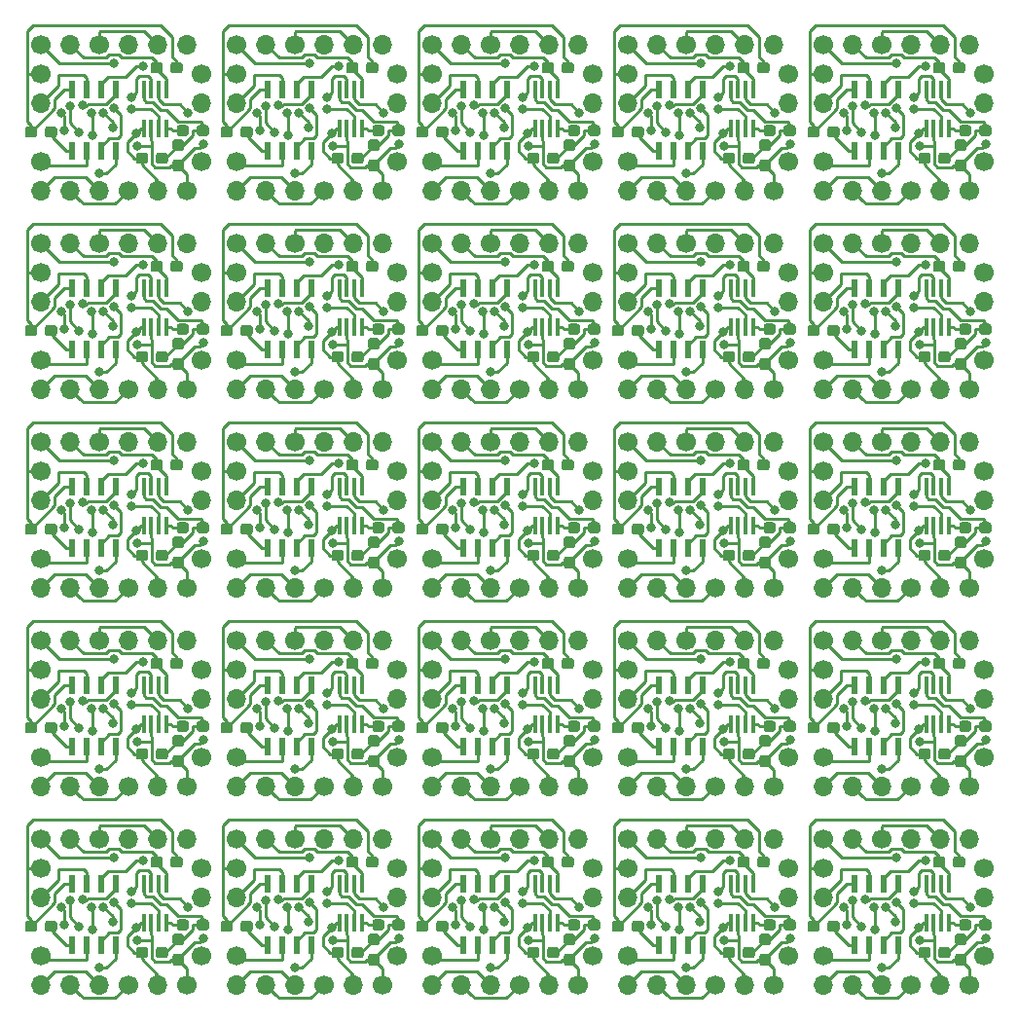
<source format=gtl>
G04 #@! TF.GenerationSoftware,KiCad,Pcbnew,5.1.0*
G04 #@! TF.CreationDate,2019-09-19T00:51:00+09:00*
G04 #@! TF.ProjectId,panelized_key,70616e65-6c69-47a6-9564-5f6b65792e6b,rev?*
G04 #@! TF.SameCoordinates,Original*
G04 #@! TF.FileFunction,Copper,L1,Top*
G04 #@! TF.FilePolarity,Positive*
%FSLAX46Y46*%
G04 Gerber Fmt 4.6, Leading zero omitted, Abs format (unit mm)*
G04 Created by KiCad (PCBNEW 5.1.0) date 2019-09-19 00:51:00*
%MOMM*%
%LPD*%
G04 APERTURE LIST*
%ADD10C,0.100000*%
%ADD11C,0.950000*%
%ADD12C,1.700000*%
%ADD13O,1.700000X1.700000*%
%ADD14R,0.600000X1.550000*%
%ADD15R,0.300000X1.600000*%
%ADD16C,0.800000*%
%ADD17C,0.250000*%
G04 APERTURE END LIST*
D10*
G36*
X29125779Y-91093144D02*
G01*
X29148834Y-91096563D01*
X29171443Y-91102227D01*
X29193387Y-91110079D01*
X29214457Y-91120044D01*
X29234448Y-91132026D01*
X29253168Y-91145910D01*
X29270438Y-91161562D01*
X29286090Y-91178832D01*
X29299974Y-91197552D01*
X29311956Y-91217543D01*
X29321921Y-91238613D01*
X29329773Y-91260557D01*
X29335437Y-91283166D01*
X29338856Y-91306221D01*
X29340000Y-91329500D01*
X29340000Y-91804500D01*
X29338856Y-91827779D01*
X29335437Y-91850834D01*
X29329773Y-91873443D01*
X29321921Y-91895387D01*
X29311956Y-91916457D01*
X29299974Y-91936448D01*
X29286090Y-91955168D01*
X29270438Y-91972438D01*
X29253168Y-91988090D01*
X29234448Y-92001974D01*
X29214457Y-92013956D01*
X29193387Y-92023921D01*
X29171443Y-92031773D01*
X29148834Y-92037437D01*
X29125779Y-92040856D01*
X29102500Y-92042000D01*
X28527500Y-92042000D01*
X28504221Y-92040856D01*
X28481166Y-92037437D01*
X28458557Y-92031773D01*
X28436613Y-92023921D01*
X28415543Y-92013956D01*
X28395552Y-92001974D01*
X28376832Y-91988090D01*
X28359562Y-91972438D01*
X28343910Y-91955168D01*
X28330026Y-91936448D01*
X28318044Y-91916457D01*
X28308079Y-91895387D01*
X28300227Y-91873443D01*
X28294563Y-91850834D01*
X28291144Y-91827779D01*
X28290000Y-91804500D01*
X28290000Y-91329500D01*
X28291144Y-91306221D01*
X28294563Y-91283166D01*
X28300227Y-91260557D01*
X28308079Y-91238613D01*
X28318044Y-91217543D01*
X28330026Y-91197552D01*
X28343910Y-91178832D01*
X28359562Y-91161562D01*
X28376832Y-91145910D01*
X28395552Y-91132026D01*
X28415543Y-91120044D01*
X28436613Y-91110079D01*
X28458557Y-91102227D01*
X28481166Y-91096563D01*
X28504221Y-91093144D01*
X28527500Y-91092000D01*
X29102500Y-91092000D01*
X29125779Y-91093144D01*
X29125779Y-91093144D01*
G37*
D11*
X28815000Y-91567000D03*
D10*
G36*
X27375779Y-91093144D02*
G01*
X27398834Y-91096563D01*
X27421443Y-91102227D01*
X27443387Y-91110079D01*
X27464457Y-91120044D01*
X27484448Y-91132026D01*
X27503168Y-91145910D01*
X27520438Y-91161562D01*
X27536090Y-91178832D01*
X27549974Y-91197552D01*
X27561956Y-91217543D01*
X27571921Y-91238613D01*
X27579773Y-91260557D01*
X27585437Y-91283166D01*
X27588856Y-91306221D01*
X27590000Y-91329500D01*
X27590000Y-91804500D01*
X27588856Y-91827779D01*
X27585437Y-91850834D01*
X27579773Y-91873443D01*
X27571921Y-91895387D01*
X27561956Y-91916457D01*
X27549974Y-91936448D01*
X27536090Y-91955168D01*
X27520438Y-91972438D01*
X27503168Y-91988090D01*
X27484448Y-92001974D01*
X27464457Y-92013956D01*
X27443387Y-92023921D01*
X27421443Y-92031773D01*
X27398834Y-92037437D01*
X27375779Y-92040856D01*
X27352500Y-92042000D01*
X26777500Y-92042000D01*
X26754221Y-92040856D01*
X26731166Y-92037437D01*
X26708557Y-92031773D01*
X26686613Y-92023921D01*
X26665543Y-92013956D01*
X26645552Y-92001974D01*
X26626832Y-91988090D01*
X26609562Y-91972438D01*
X26593910Y-91955168D01*
X26580026Y-91936448D01*
X26568044Y-91916457D01*
X26558079Y-91895387D01*
X26550227Y-91873443D01*
X26544563Y-91850834D01*
X26541144Y-91827779D01*
X26540000Y-91804500D01*
X26540000Y-91329500D01*
X26541144Y-91306221D01*
X26544563Y-91283166D01*
X26550227Y-91260557D01*
X26558079Y-91238613D01*
X26568044Y-91217543D01*
X26580026Y-91197552D01*
X26593910Y-91178832D01*
X26609562Y-91161562D01*
X26626832Y-91145910D01*
X26645552Y-91132026D01*
X26665543Y-91120044D01*
X26686613Y-91110079D01*
X26708557Y-91102227D01*
X26731166Y-91096563D01*
X26754221Y-91093144D01*
X26777500Y-91092000D01*
X27352500Y-91092000D01*
X27375779Y-91093144D01*
X27375779Y-91093144D01*
G37*
D11*
X27065000Y-91567000D03*
D12*
X14732000Y-94234000D03*
X62738000Y-94234000D03*
D10*
G36*
X26930779Y-92327144D02*
G01*
X26953834Y-92330563D01*
X26976443Y-92336227D01*
X26998387Y-92344079D01*
X27019457Y-92354044D01*
X27039448Y-92366026D01*
X27058168Y-92379910D01*
X27075438Y-92395562D01*
X27091090Y-92412832D01*
X27104974Y-92431552D01*
X27116956Y-92451543D01*
X27126921Y-92472613D01*
X27134773Y-92494557D01*
X27140437Y-92517166D01*
X27143856Y-92540221D01*
X27145000Y-92563500D01*
X27145000Y-93138500D01*
X27143856Y-93161779D01*
X27140437Y-93184834D01*
X27134773Y-93207443D01*
X27126921Y-93229387D01*
X27116956Y-93250457D01*
X27104974Y-93270448D01*
X27091090Y-93289168D01*
X27075438Y-93306438D01*
X27058168Y-93322090D01*
X27039448Y-93335974D01*
X27019457Y-93347956D01*
X26998387Y-93357921D01*
X26976443Y-93365773D01*
X26953834Y-93371437D01*
X26930779Y-93374856D01*
X26907500Y-93376000D01*
X26432500Y-93376000D01*
X26409221Y-93374856D01*
X26386166Y-93371437D01*
X26363557Y-93365773D01*
X26341613Y-93357921D01*
X26320543Y-93347956D01*
X26300552Y-93335974D01*
X26281832Y-93322090D01*
X26264562Y-93306438D01*
X26248910Y-93289168D01*
X26235026Y-93270448D01*
X26223044Y-93250457D01*
X26213079Y-93229387D01*
X26205227Y-93207443D01*
X26199563Y-93184834D01*
X26196144Y-93161779D01*
X26195000Y-93138500D01*
X26195000Y-92563500D01*
X26196144Y-92540221D01*
X26199563Y-92517166D01*
X26205227Y-92494557D01*
X26213079Y-92472613D01*
X26223044Y-92451543D01*
X26235026Y-92431552D01*
X26248910Y-92412832D01*
X26264562Y-92395562D01*
X26281832Y-92379910D01*
X26300552Y-92366026D01*
X26320543Y-92354044D01*
X26341613Y-92344079D01*
X26363557Y-92336227D01*
X26386166Y-92330563D01*
X26409221Y-92327144D01*
X26432500Y-92326000D01*
X26907500Y-92326000D01*
X26930779Y-92327144D01*
X26930779Y-92327144D01*
G37*
D11*
X26670000Y-92851000D03*
D10*
G36*
X26930779Y-94077144D02*
G01*
X26953834Y-94080563D01*
X26976443Y-94086227D01*
X26998387Y-94094079D01*
X27019457Y-94104044D01*
X27039448Y-94116026D01*
X27058168Y-94129910D01*
X27075438Y-94145562D01*
X27091090Y-94162832D01*
X27104974Y-94181552D01*
X27116956Y-94201543D01*
X27126921Y-94222613D01*
X27134773Y-94244557D01*
X27140437Y-94267166D01*
X27143856Y-94290221D01*
X27145000Y-94313500D01*
X27145000Y-94888500D01*
X27143856Y-94911779D01*
X27140437Y-94934834D01*
X27134773Y-94957443D01*
X27126921Y-94979387D01*
X27116956Y-95000457D01*
X27104974Y-95020448D01*
X27091090Y-95039168D01*
X27075438Y-95056438D01*
X27058168Y-95072090D01*
X27039448Y-95085974D01*
X27019457Y-95097956D01*
X26998387Y-95107921D01*
X26976443Y-95115773D01*
X26953834Y-95121437D01*
X26930779Y-95124856D01*
X26907500Y-95126000D01*
X26432500Y-95126000D01*
X26409221Y-95124856D01*
X26386166Y-95121437D01*
X26363557Y-95115773D01*
X26341613Y-95107921D01*
X26320543Y-95097956D01*
X26300552Y-95085974D01*
X26281832Y-95072090D01*
X26264562Y-95056438D01*
X26248910Y-95039168D01*
X26235026Y-95020448D01*
X26223044Y-95000457D01*
X26213079Y-94979387D01*
X26205227Y-94957443D01*
X26199563Y-94934834D01*
X26196144Y-94911779D01*
X26195000Y-94888500D01*
X26195000Y-94313500D01*
X26196144Y-94290221D01*
X26199563Y-94267166D01*
X26205227Y-94244557D01*
X26213079Y-94222613D01*
X26223044Y-94201543D01*
X26235026Y-94181552D01*
X26248910Y-94162832D01*
X26264562Y-94145562D01*
X26281832Y-94129910D01*
X26300552Y-94116026D01*
X26320543Y-94104044D01*
X26341613Y-94094079D01*
X26363557Y-94086227D01*
X26386166Y-94080563D01*
X26409221Y-94077144D01*
X26432500Y-94076000D01*
X26907500Y-94076000D01*
X26930779Y-94077144D01*
X26930779Y-94077144D01*
G37*
D11*
X26670000Y-94601000D03*
D10*
G36*
X26839779Y-85632144D02*
G01*
X26862834Y-85635563D01*
X26885443Y-85641227D01*
X26907387Y-85649079D01*
X26928457Y-85659044D01*
X26948448Y-85671026D01*
X26967168Y-85684910D01*
X26984438Y-85700562D01*
X27000090Y-85717832D01*
X27013974Y-85736552D01*
X27025956Y-85756543D01*
X27035921Y-85777613D01*
X27043773Y-85799557D01*
X27049437Y-85822166D01*
X27052856Y-85845221D01*
X27054000Y-85868500D01*
X27054000Y-86343500D01*
X27052856Y-86366779D01*
X27049437Y-86389834D01*
X27043773Y-86412443D01*
X27035921Y-86434387D01*
X27025956Y-86455457D01*
X27013974Y-86475448D01*
X27000090Y-86494168D01*
X26984438Y-86511438D01*
X26967168Y-86527090D01*
X26948448Y-86540974D01*
X26928457Y-86552956D01*
X26907387Y-86562921D01*
X26885443Y-86570773D01*
X26862834Y-86576437D01*
X26839779Y-86579856D01*
X26816500Y-86581000D01*
X26241500Y-86581000D01*
X26218221Y-86579856D01*
X26195166Y-86576437D01*
X26172557Y-86570773D01*
X26150613Y-86562921D01*
X26129543Y-86552956D01*
X26109552Y-86540974D01*
X26090832Y-86527090D01*
X26073562Y-86511438D01*
X26057910Y-86494168D01*
X26044026Y-86475448D01*
X26032044Y-86455457D01*
X26022079Y-86434387D01*
X26014227Y-86412443D01*
X26008563Y-86389834D01*
X26005144Y-86366779D01*
X26004000Y-86343500D01*
X26004000Y-85868500D01*
X26005144Y-85845221D01*
X26008563Y-85822166D01*
X26014227Y-85799557D01*
X26022079Y-85777613D01*
X26032044Y-85756543D01*
X26044026Y-85736552D01*
X26057910Y-85717832D01*
X26073562Y-85700562D01*
X26090832Y-85684910D01*
X26109552Y-85671026D01*
X26129543Y-85659044D01*
X26150613Y-85649079D01*
X26172557Y-85641227D01*
X26195166Y-85635563D01*
X26218221Y-85632144D01*
X26241500Y-85631000D01*
X26816500Y-85631000D01*
X26839779Y-85632144D01*
X26839779Y-85632144D01*
G37*
D11*
X26529000Y-86106000D03*
D10*
G36*
X25089779Y-85632144D02*
G01*
X25112834Y-85635563D01*
X25135443Y-85641227D01*
X25157387Y-85649079D01*
X25178457Y-85659044D01*
X25198448Y-85671026D01*
X25217168Y-85684910D01*
X25234438Y-85700562D01*
X25250090Y-85717832D01*
X25263974Y-85736552D01*
X25275956Y-85756543D01*
X25285921Y-85777613D01*
X25293773Y-85799557D01*
X25299437Y-85822166D01*
X25302856Y-85845221D01*
X25304000Y-85868500D01*
X25304000Y-86343500D01*
X25302856Y-86366779D01*
X25299437Y-86389834D01*
X25293773Y-86412443D01*
X25285921Y-86434387D01*
X25275956Y-86455457D01*
X25263974Y-86475448D01*
X25250090Y-86494168D01*
X25234438Y-86511438D01*
X25217168Y-86527090D01*
X25198448Y-86540974D01*
X25178457Y-86552956D01*
X25157387Y-86562921D01*
X25135443Y-86570773D01*
X25112834Y-86576437D01*
X25089779Y-86579856D01*
X25066500Y-86581000D01*
X24491500Y-86581000D01*
X24468221Y-86579856D01*
X24445166Y-86576437D01*
X24422557Y-86570773D01*
X24400613Y-86562921D01*
X24379543Y-86552956D01*
X24359552Y-86540974D01*
X24340832Y-86527090D01*
X24323562Y-86511438D01*
X24307910Y-86494168D01*
X24294026Y-86475448D01*
X24282044Y-86455457D01*
X24272079Y-86434387D01*
X24264227Y-86412443D01*
X24258563Y-86389834D01*
X24255144Y-86366779D01*
X24254000Y-86343500D01*
X24254000Y-85868500D01*
X24255144Y-85845221D01*
X24258563Y-85822166D01*
X24264227Y-85799557D01*
X24272079Y-85777613D01*
X24282044Y-85756543D01*
X24294026Y-85736552D01*
X24307910Y-85717832D01*
X24323562Y-85700562D01*
X24340832Y-85684910D01*
X24359552Y-85671026D01*
X24379543Y-85659044D01*
X24400613Y-85649079D01*
X24422557Y-85641227D01*
X24445166Y-85635563D01*
X24468221Y-85632144D01*
X24491500Y-85631000D01*
X25066500Y-85631000D01*
X25089779Y-85632144D01*
X25089779Y-85632144D01*
G37*
D11*
X24779000Y-86106000D03*
D10*
G36*
X25569779Y-93506144D02*
G01*
X25592834Y-93509563D01*
X25615443Y-93515227D01*
X25637387Y-93523079D01*
X25658457Y-93533044D01*
X25678448Y-93545026D01*
X25697168Y-93558910D01*
X25714438Y-93574562D01*
X25730090Y-93591832D01*
X25743974Y-93610552D01*
X25755956Y-93630543D01*
X25765921Y-93651613D01*
X25773773Y-93673557D01*
X25779437Y-93696166D01*
X25782856Y-93719221D01*
X25784000Y-93742500D01*
X25784000Y-94217500D01*
X25782856Y-94240779D01*
X25779437Y-94263834D01*
X25773773Y-94286443D01*
X25765921Y-94308387D01*
X25755956Y-94329457D01*
X25743974Y-94349448D01*
X25730090Y-94368168D01*
X25714438Y-94385438D01*
X25697168Y-94401090D01*
X25678448Y-94414974D01*
X25658457Y-94426956D01*
X25637387Y-94436921D01*
X25615443Y-94444773D01*
X25592834Y-94450437D01*
X25569779Y-94453856D01*
X25546500Y-94455000D01*
X24971500Y-94455000D01*
X24948221Y-94453856D01*
X24925166Y-94450437D01*
X24902557Y-94444773D01*
X24880613Y-94436921D01*
X24859543Y-94426956D01*
X24839552Y-94414974D01*
X24820832Y-94401090D01*
X24803562Y-94385438D01*
X24787910Y-94368168D01*
X24774026Y-94349448D01*
X24762044Y-94329457D01*
X24752079Y-94308387D01*
X24744227Y-94286443D01*
X24738563Y-94263834D01*
X24735144Y-94240779D01*
X24734000Y-94217500D01*
X24734000Y-93742500D01*
X24735144Y-93719221D01*
X24738563Y-93696166D01*
X24744227Y-93673557D01*
X24752079Y-93651613D01*
X24762044Y-93630543D01*
X24774026Y-93610552D01*
X24787910Y-93591832D01*
X24803562Y-93574562D01*
X24820832Y-93558910D01*
X24839552Y-93545026D01*
X24859543Y-93533044D01*
X24880613Y-93523079D01*
X24902557Y-93515227D01*
X24925166Y-93509563D01*
X24948221Y-93506144D01*
X24971500Y-93505000D01*
X25546500Y-93505000D01*
X25569779Y-93506144D01*
X25569779Y-93506144D01*
G37*
D11*
X25259000Y-93980000D03*
D10*
G36*
X23819779Y-93506144D02*
G01*
X23842834Y-93509563D01*
X23865443Y-93515227D01*
X23887387Y-93523079D01*
X23908457Y-93533044D01*
X23928448Y-93545026D01*
X23947168Y-93558910D01*
X23964438Y-93574562D01*
X23980090Y-93591832D01*
X23993974Y-93610552D01*
X24005956Y-93630543D01*
X24015921Y-93651613D01*
X24023773Y-93673557D01*
X24029437Y-93696166D01*
X24032856Y-93719221D01*
X24034000Y-93742500D01*
X24034000Y-94217500D01*
X24032856Y-94240779D01*
X24029437Y-94263834D01*
X24023773Y-94286443D01*
X24015921Y-94308387D01*
X24005956Y-94329457D01*
X23993974Y-94349448D01*
X23980090Y-94368168D01*
X23964438Y-94385438D01*
X23947168Y-94401090D01*
X23928448Y-94414974D01*
X23908457Y-94426956D01*
X23887387Y-94436921D01*
X23865443Y-94444773D01*
X23842834Y-94450437D01*
X23819779Y-94453856D01*
X23796500Y-94455000D01*
X23221500Y-94455000D01*
X23198221Y-94453856D01*
X23175166Y-94450437D01*
X23152557Y-94444773D01*
X23130613Y-94436921D01*
X23109543Y-94426956D01*
X23089552Y-94414974D01*
X23070832Y-94401090D01*
X23053562Y-94385438D01*
X23037910Y-94368168D01*
X23024026Y-94349448D01*
X23012044Y-94329457D01*
X23002079Y-94308387D01*
X22994227Y-94286443D01*
X22988563Y-94263834D01*
X22985144Y-94240779D01*
X22984000Y-94217500D01*
X22984000Y-93742500D01*
X22985144Y-93719221D01*
X22988563Y-93696166D01*
X22994227Y-93673557D01*
X23002079Y-93651613D01*
X23012044Y-93630543D01*
X23024026Y-93610552D01*
X23037910Y-93591832D01*
X23053562Y-93574562D01*
X23070832Y-93558910D01*
X23089552Y-93545026D01*
X23109543Y-93533044D01*
X23130613Y-93523079D01*
X23152557Y-93515227D01*
X23175166Y-93509563D01*
X23198221Y-93506144D01*
X23221500Y-93505000D01*
X23796500Y-93505000D01*
X23819779Y-93506144D01*
X23819779Y-93506144D01*
G37*
D11*
X23509000Y-93980000D03*
D12*
X96774000Y-94234000D03*
D13*
X27432000Y-84074000D03*
X24892000Y-84074000D03*
X22352000Y-84074000D03*
D12*
X19812000Y-84074000D03*
D14*
X51435000Y-87978000D03*
X52705000Y-87978000D03*
X53975000Y-87978000D03*
X55245000Y-87978000D03*
X55245000Y-93378000D03*
X53975000Y-93378000D03*
X52705000Y-93378000D03*
X51435000Y-93378000D03*
D10*
G36*
X48203779Y-91220144D02*
G01*
X48226834Y-91223563D01*
X48249443Y-91229227D01*
X48271387Y-91237079D01*
X48292457Y-91247044D01*
X48312448Y-91259026D01*
X48331168Y-91272910D01*
X48348438Y-91288562D01*
X48364090Y-91305832D01*
X48377974Y-91324552D01*
X48389956Y-91344543D01*
X48399921Y-91365613D01*
X48407773Y-91387557D01*
X48413437Y-91410166D01*
X48416856Y-91433221D01*
X48418000Y-91456500D01*
X48418000Y-91931500D01*
X48416856Y-91954779D01*
X48413437Y-91977834D01*
X48407773Y-92000443D01*
X48399921Y-92022387D01*
X48389956Y-92043457D01*
X48377974Y-92063448D01*
X48364090Y-92082168D01*
X48348438Y-92099438D01*
X48331168Y-92115090D01*
X48312448Y-92128974D01*
X48292457Y-92140956D01*
X48271387Y-92150921D01*
X48249443Y-92158773D01*
X48226834Y-92164437D01*
X48203779Y-92167856D01*
X48180500Y-92169000D01*
X47605500Y-92169000D01*
X47582221Y-92167856D01*
X47559166Y-92164437D01*
X47536557Y-92158773D01*
X47514613Y-92150921D01*
X47493543Y-92140956D01*
X47473552Y-92128974D01*
X47454832Y-92115090D01*
X47437562Y-92099438D01*
X47421910Y-92082168D01*
X47408026Y-92063448D01*
X47396044Y-92043457D01*
X47386079Y-92022387D01*
X47378227Y-92000443D01*
X47372563Y-91977834D01*
X47369144Y-91954779D01*
X47368000Y-91931500D01*
X47368000Y-91456500D01*
X47369144Y-91433221D01*
X47372563Y-91410166D01*
X47378227Y-91387557D01*
X47386079Y-91365613D01*
X47396044Y-91344543D01*
X47408026Y-91324552D01*
X47421910Y-91305832D01*
X47437562Y-91288562D01*
X47454832Y-91272910D01*
X47473552Y-91259026D01*
X47493543Y-91247044D01*
X47514613Y-91237079D01*
X47536557Y-91229227D01*
X47559166Y-91223563D01*
X47582221Y-91220144D01*
X47605500Y-91219000D01*
X48180500Y-91219000D01*
X48203779Y-91220144D01*
X48203779Y-91220144D01*
G37*
D11*
X47893000Y-91694000D03*
D10*
G36*
X49953779Y-91220144D02*
G01*
X49976834Y-91223563D01*
X49999443Y-91229227D01*
X50021387Y-91237079D01*
X50042457Y-91247044D01*
X50062448Y-91259026D01*
X50081168Y-91272910D01*
X50098438Y-91288562D01*
X50114090Y-91305832D01*
X50127974Y-91324552D01*
X50139956Y-91344543D01*
X50149921Y-91365613D01*
X50157773Y-91387557D01*
X50163437Y-91410166D01*
X50166856Y-91433221D01*
X50168000Y-91456500D01*
X50168000Y-91931500D01*
X50166856Y-91954779D01*
X50163437Y-91977834D01*
X50157773Y-92000443D01*
X50149921Y-92022387D01*
X50139956Y-92043457D01*
X50127974Y-92063448D01*
X50114090Y-92082168D01*
X50098438Y-92099438D01*
X50081168Y-92115090D01*
X50062448Y-92128974D01*
X50042457Y-92140956D01*
X50021387Y-92150921D01*
X49999443Y-92158773D01*
X49976834Y-92164437D01*
X49953779Y-92167856D01*
X49930500Y-92169000D01*
X49355500Y-92169000D01*
X49332221Y-92167856D01*
X49309166Y-92164437D01*
X49286557Y-92158773D01*
X49264613Y-92150921D01*
X49243543Y-92140956D01*
X49223552Y-92128974D01*
X49204832Y-92115090D01*
X49187562Y-92099438D01*
X49171910Y-92082168D01*
X49158026Y-92063448D01*
X49146044Y-92043457D01*
X49136079Y-92022387D01*
X49128227Y-92000443D01*
X49122563Y-91977834D01*
X49119144Y-91954779D01*
X49118000Y-91931500D01*
X49118000Y-91456500D01*
X49119144Y-91433221D01*
X49122563Y-91410166D01*
X49128227Y-91387557D01*
X49136079Y-91365613D01*
X49146044Y-91344543D01*
X49158026Y-91324552D01*
X49171910Y-91305832D01*
X49187562Y-91288562D01*
X49204832Y-91272910D01*
X49223552Y-91259026D01*
X49243543Y-91247044D01*
X49264613Y-91237079D01*
X49286557Y-91229227D01*
X49309166Y-91223563D01*
X49332221Y-91220144D01*
X49355500Y-91219000D01*
X49930500Y-91219000D01*
X49953779Y-91220144D01*
X49953779Y-91220144D01*
G37*
D11*
X49643000Y-91694000D03*
D13*
X48768000Y-96774000D03*
X51308000Y-96774000D03*
X53848000Y-96774000D03*
D12*
X56388000Y-96774000D03*
D13*
X62738000Y-89154000D03*
D12*
X62738000Y-86614000D03*
D15*
X59649000Y-87962000D03*
X58999000Y-87962000D03*
X58349000Y-87962000D03*
X57699000Y-87962000D03*
X57699000Y-91362000D03*
X58349000Y-91362000D03*
X58999000Y-91362000D03*
X59649000Y-91362000D03*
D13*
X51308000Y-84074000D03*
D12*
X48768000Y-84074000D03*
D13*
X58928000Y-96774000D03*
D12*
X61468000Y-96774000D03*
X53848000Y-84074000D03*
D13*
X56388000Y-84074000D03*
X58928000Y-84074000D03*
X61468000Y-84074000D03*
D12*
X48768000Y-86614000D03*
D13*
X48768000Y-89154000D03*
D10*
G36*
X59125779Y-85632144D02*
G01*
X59148834Y-85635563D01*
X59171443Y-85641227D01*
X59193387Y-85649079D01*
X59214457Y-85659044D01*
X59234448Y-85671026D01*
X59253168Y-85684910D01*
X59270438Y-85700562D01*
X59286090Y-85717832D01*
X59299974Y-85736552D01*
X59311956Y-85756543D01*
X59321921Y-85777613D01*
X59329773Y-85799557D01*
X59335437Y-85822166D01*
X59338856Y-85845221D01*
X59340000Y-85868500D01*
X59340000Y-86343500D01*
X59338856Y-86366779D01*
X59335437Y-86389834D01*
X59329773Y-86412443D01*
X59321921Y-86434387D01*
X59311956Y-86455457D01*
X59299974Y-86475448D01*
X59286090Y-86494168D01*
X59270438Y-86511438D01*
X59253168Y-86527090D01*
X59234448Y-86540974D01*
X59214457Y-86552956D01*
X59193387Y-86562921D01*
X59171443Y-86570773D01*
X59148834Y-86576437D01*
X59125779Y-86579856D01*
X59102500Y-86581000D01*
X58527500Y-86581000D01*
X58504221Y-86579856D01*
X58481166Y-86576437D01*
X58458557Y-86570773D01*
X58436613Y-86562921D01*
X58415543Y-86552956D01*
X58395552Y-86540974D01*
X58376832Y-86527090D01*
X58359562Y-86511438D01*
X58343910Y-86494168D01*
X58330026Y-86475448D01*
X58318044Y-86455457D01*
X58308079Y-86434387D01*
X58300227Y-86412443D01*
X58294563Y-86389834D01*
X58291144Y-86366779D01*
X58290000Y-86343500D01*
X58290000Y-85868500D01*
X58291144Y-85845221D01*
X58294563Y-85822166D01*
X58300227Y-85799557D01*
X58308079Y-85777613D01*
X58318044Y-85756543D01*
X58330026Y-85736552D01*
X58343910Y-85717832D01*
X58359562Y-85700562D01*
X58376832Y-85684910D01*
X58395552Y-85671026D01*
X58415543Y-85659044D01*
X58436613Y-85649079D01*
X58458557Y-85641227D01*
X58481166Y-85635563D01*
X58504221Y-85632144D01*
X58527500Y-85631000D01*
X59102500Y-85631000D01*
X59125779Y-85632144D01*
X59125779Y-85632144D01*
G37*
D11*
X58815000Y-86106000D03*
D10*
G36*
X60875779Y-85632144D02*
G01*
X60898834Y-85635563D01*
X60921443Y-85641227D01*
X60943387Y-85649079D01*
X60964457Y-85659044D01*
X60984448Y-85671026D01*
X61003168Y-85684910D01*
X61020438Y-85700562D01*
X61036090Y-85717832D01*
X61049974Y-85736552D01*
X61061956Y-85756543D01*
X61071921Y-85777613D01*
X61079773Y-85799557D01*
X61085437Y-85822166D01*
X61088856Y-85845221D01*
X61090000Y-85868500D01*
X61090000Y-86343500D01*
X61088856Y-86366779D01*
X61085437Y-86389834D01*
X61079773Y-86412443D01*
X61071921Y-86434387D01*
X61061956Y-86455457D01*
X61049974Y-86475448D01*
X61036090Y-86494168D01*
X61020438Y-86511438D01*
X61003168Y-86527090D01*
X60984448Y-86540974D01*
X60964457Y-86552956D01*
X60943387Y-86562921D01*
X60921443Y-86570773D01*
X60898834Y-86576437D01*
X60875779Y-86579856D01*
X60852500Y-86581000D01*
X60277500Y-86581000D01*
X60254221Y-86579856D01*
X60231166Y-86576437D01*
X60208557Y-86570773D01*
X60186613Y-86562921D01*
X60165543Y-86552956D01*
X60145552Y-86540974D01*
X60126832Y-86527090D01*
X60109562Y-86511438D01*
X60093910Y-86494168D01*
X60080026Y-86475448D01*
X60068044Y-86455457D01*
X60058079Y-86434387D01*
X60050227Y-86412443D01*
X60044563Y-86389834D01*
X60041144Y-86366779D01*
X60040000Y-86343500D01*
X60040000Y-85868500D01*
X60041144Y-85845221D01*
X60044563Y-85822166D01*
X60050227Y-85799557D01*
X60058079Y-85777613D01*
X60068044Y-85756543D01*
X60080026Y-85736552D01*
X60093910Y-85717832D01*
X60109562Y-85700562D01*
X60126832Y-85684910D01*
X60145552Y-85671026D01*
X60165543Y-85659044D01*
X60186613Y-85649079D01*
X60208557Y-85641227D01*
X60231166Y-85635563D01*
X60254221Y-85632144D01*
X60277500Y-85631000D01*
X60852500Y-85631000D01*
X60875779Y-85632144D01*
X60875779Y-85632144D01*
G37*
D11*
X60565000Y-86106000D03*
D10*
G36*
X60966779Y-94077144D02*
G01*
X60989834Y-94080563D01*
X61012443Y-94086227D01*
X61034387Y-94094079D01*
X61055457Y-94104044D01*
X61075448Y-94116026D01*
X61094168Y-94129910D01*
X61111438Y-94145562D01*
X61127090Y-94162832D01*
X61140974Y-94181552D01*
X61152956Y-94201543D01*
X61162921Y-94222613D01*
X61170773Y-94244557D01*
X61176437Y-94267166D01*
X61179856Y-94290221D01*
X61181000Y-94313500D01*
X61181000Y-94888500D01*
X61179856Y-94911779D01*
X61176437Y-94934834D01*
X61170773Y-94957443D01*
X61162921Y-94979387D01*
X61152956Y-95000457D01*
X61140974Y-95020448D01*
X61127090Y-95039168D01*
X61111438Y-95056438D01*
X61094168Y-95072090D01*
X61075448Y-95085974D01*
X61055457Y-95097956D01*
X61034387Y-95107921D01*
X61012443Y-95115773D01*
X60989834Y-95121437D01*
X60966779Y-95124856D01*
X60943500Y-95126000D01*
X60468500Y-95126000D01*
X60445221Y-95124856D01*
X60422166Y-95121437D01*
X60399557Y-95115773D01*
X60377613Y-95107921D01*
X60356543Y-95097956D01*
X60336552Y-95085974D01*
X60317832Y-95072090D01*
X60300562Y-95056438D01*
X60284910Y-95039168D01*
X60271026Y-95020448D01*
X60259044Y-95000457D01*
X60249079Y-94979387D01*
X60241227Y-94957443D01*
X60235563Y-94934834D01*
X60232144Y-94911779D01*
X60231000Y-94888500D01*
X60231000Y-94313500D01*
X60232144Y-94290221D01*
X60235563Y-94267166D01*
X60241227Y-94244557D01*
X60249079Y-94222613D01*
X60259044Y-94201543D01*
X60271026Y-94181552D01*
X60284910Y-94162832D01*
X60300562Y-94145562D01*
X60317832Y-94129910D01*
X60336552Y-94116026D01*
X60356543Y-94104044D01*
X60377613Y-94094079D01*
X60399557Y-94086227D01*
X60422166Y-94080563D01*
X60445221Y-94077144D01*
X60468500Y-94076000D01*
X60943500Y-94076000D01*
X60966779Y-94077144D01*
X60966779Y-94077144D01*
G37*
D11*
X60706000Y-94601000D03*
D10*
G36*
X60966779Y-92327144D02*
G01*
X60989834Y-92330563D01*
X61012443Y-92336227D01*
X61034387Y-92344079D01*
X61055457Y-92354044D01*
X61075448Y-92366026D01*
X61094168Y-92379910D01*
X61111438Y-92395562D01*
X61127090Y-92412832D01*
X61140974Y-92431552D01*
X61152956Y-92451543D01*
X61162921Y-92472613D01*
X61170773Y-92494557D01*
X61176437Y-92517166D01*
X61179856Y-92540221D01*
X61181000Y-92563500D01*
X61181000Y-93138500D01*
X61179856Y-93161779D01*
X61176437Y-93184834D01*
X61170773Y-93207443D01*
X61162921Y-93229387D01*
X61152956Y-93250457D01*
X61140974Y-93270448D01*
X61127090Y-93289168D01*
X61111438Y-93306438D01*
X61094168Y-93322090D01*
X61075448Y-93335974D01*
X61055457Y-93347956D01*
X61034387Y-93357921D01*
X61012443Y-93365773D01*
X60989834Y-93371437D01*
X60966779Y-93374856D01*
X60943500Y-93376000D01*
X60468500Y-93376000D01*
X60445221Y-93374856D01*
X60422166Y-93371437D01*
X60399557Y-93365773D01*
X60377613Y-93357921D01*
X60356543Y-93347956D01*
X60336552Y-93335974D01*
X60317832Y-93322090D01*
X60300562Y-93306438D01*
X60284910Y-93289168D01*
X60271026Y-93270448D01*
X60259044Y-93250457D01*
X60249079Y-93229387D01*
X60241227Y-93207443D01*
X60235563Y-93184834D01*
X60232144Y-93161779D01*
X60231000Y-93138500D01*
X60231000Y-92563500D01*
X60232144Y-92540221D01*
X60235563Y-92517166D01*
X60241227Y-92494557D01*
X60249079Y-92472613D01*
X60259044Y-92451543D01*
X60271026Y-92431552D01*
X60284910Y-92412832D01*
X60300562Y-92395562D01*
X60317832Y-92379910D01*
X60336552Y-92366026D01*
X60356543Y-92354044D01*
X60377613Y-92344079D01*
X60399557Y-92336227D01*
X60422166Y-92330563D01*
X60445221Y-92327144D01*
X60468500Y-92326000D01*
X60943500Y-92326000D01*
X60966779Y-92327144D01*
X60966779Y-92327144D01*
G37*
D11*
X60706000Y-92851000D03*
D12*
X48768000Y-94234000D03*
D10*
G36*
X61411779Y-91093144D02*
G01*
X61434834Y-91096563D01*
X61457443Y-91102227D01*
X61479387Y-91110079D01*
X61500457Y-91120044D01*
X61520448Y-91132026D01*
X61539168Y-91145910D01*
X61556438Y-91161562D01*
X61572090Y-91178832D01*
X61585974Y-91197552D01*
X61597956Y-91217543D01*
X61607921Y-91238613D01*
X61615773Y-91260557D01*
X61621437Y-91283166D01*
X61624856Y-91306221D01*
X61626000Y-91329500D01*
X61626000Y-91804500D01*
X61624856Y-91827779D01*
X61621437Y-91850834D01*
X61615773Y-91873443D01*
X61607921Y-91895387D01*
X61597956Y-91916457D01*
X61585974Y-91936448D01*
X61572090Y-91955168D01*
X61556438Y-91972438D01*
X61539168Y-91988090D01*
X61520448Y-92001974D01*
X61500457Y-92013956D01*
X61479387Y-92023921D01*
X61457443Y-92031773D01*
X61434834Y-92037437D01*
X61411779Y-92040856D01*
X61388500Y-92042000D01*
X60813500Y-92042000D01*
X60790221Y-92040856D01*
X60767166Y-92037437D01*
X60744557Y-92031773D01*
X60722613Y-92023921D01*
X60701543Y-92013956D01*
X60681552Y-92001974D01*
X60662832Y-91988090D01*
X60645562Y-91972438D01*
X60629910Y-91955168D01*
X60616026Y-91936448D01*
X60604044Y-91916457D01*
X60594079Y-91895387D01*
X60586227Y-91873443D01*
X60580563Y-91850834D01*
X60577144Y-91827779D01*
X60576000Y-91804500D01*
X60576000Y-91329500D01*
X60577144Y-91306221D01*
X60580563Y-91283166D01*
X60586227Y-91260557D01*
X60594079Y-91238613D01*
X60604044Y-91217543D01*
X60616026Y-91197552D01*
X60629910Y-91178832D01*
X60645562Y-91161562D01*
X60662832Y-91145910D01*
X60681552Y-91132026D01*
X60701543Y-91120044D01*
X60722613Y-91110079D01*
X60744557Y-91102227D01*
X60767166Y-91096563D01*
X60790221Y-91093144D01*
X60813500Y-91092000D01*
X61388500Y-91092000D01*
X61411779Y-91093144D01*
X61411779Y-91093144D01*
G37*
D11*
X61101000Y-91567000D03*
D10*
G36*
X63161779Y-91093144D02*
G01*
X63184834Y-91096563D01*
X63207443Y-91102227D01*
X63229387Y-91110079D01*
X63250457Y-91120044D01*
X63270448Y-91132026D01*
X63289168Y-91145910D01*
X63306438Y-91161562D01*
X63322090Y-91178832D01*
X63335974Y-91197552D01*
X63347956Y-91217543D01*
X63357921Y-91238613D01*
X63365773Y-91260557D01*
X63371437Y-91283166D01*
X63374856Y-91306221D01*
X63376000Y-91329500D01*
X63376000Y-91804500D01*
X63374856Y-91827779D01*
X63371437Y-91850834D01*
X63365773Y-91873443D01*
X63357921Y-91895387D01*
X63347956Y-91916457D01*
X63335974Y-91936448D01*
X63322090Y-91955168D01*
X63306438Y-91972438D01*
X63289168Y-91988090D01*
X63270448Y-92001974D01*
X63250457Y-92013956D01*
X63229387Y-92023921D01*
X63207443Y-92031773D01*
X63184834Y-92037437D01*
X63161779Y-92040856D01*
X63138500Y-92042000D01*
X62563500Y-92042000D01*
X62540221Y-92040856D01*
X62517166Y-92037437D01*
X62494557Y-92031773D01*
X62472613Y-92023921D01*
X62451543Y-92013956D01*
X62431552Y-92001974D01*
X62412832Y-91988090D01*
X62395562Y-91972438D01*
X62379910Y-91955168D01*
X62366026Y-91936448D01*
X62354044Y-91916457D01*
X62344079Y-91895387D01*
X62336227Y-91873443D01*
X62330563Y-91850834D01*
X62327144Y-91827779D01*
X62326000Y-91804500D01*
X62326000Y-91329500D01*
X62327144Y-91306221D01*
X62330563Y-91283166D01*
X62336227Y-91260557D01*
X62344079Y-91238613D01*
X62354044Y-91217543D01*
X62366026Y-91197552D01*
X62379910Y-91178832D01*
X62395562Y-91161562D01*
X62412832Y-91145910D01*
X62431552Y-91132026D01*
X62451543Y-91120044D01*
X62472613Y-91110079D01*
X62494557Y-91102227D01*
X62517166Y-91096563D01*
X62540221Y-91093144D01*
X62563500Y-91092000D01*
X63138500Y-91092000D01*
X63161779Y-91093144D01*
X63161779Y-91093144D01*
G37*
D11*
X62851000Y-91567000D03*
D13*
X75946000Y-96774000D03*
D12*
X78486000Y-96774000D03*
D10*
G36*
X65221779Y-91220144D02*
G01*
X65244834Y-91223563D01*
X65267443Y-91229227D01*
X65289387Y-91237079D01*
X65310457Y-91247044D01*
X65330448Y-91259026D01*
X65349168Y-91272910D01*
X65366438Y-91288562D01*
X65382090Y-91305832D01*
X65395974Y-91324552D01*
X65407956Y-91344543D01*
X65417921Y-91365613D01*
X65425773Y-91387557D01*
X65431437Y-91410166D01*
X65434856Y-91433221D01*
X65436000Y-91456500D01*
X65436000Y-91931500D01*
X65434856Y-91954779D01*
X65431437Y-91977834D01*
X65425773Y-92000443D01*
X65417921Y-92022387D01*
X65407956Y-92043457D01*
X65395974Y-92063448D01*
X65382090Y-92082168D01*
X65366438Y-92099438D01*
X65349168Y-92115090D01*
X65330448Y-92128974D01*
X65310457Y-92140956D01*
X65289387Y-92150921D01*
X65267443Y-92158773D01*
X65244834Y-92164437D01*
X65221779Y-92167856D01*
X65198500Y-92169000D01*
X64623500Y-92169000D01*
X64600221Y-92167856D01*
X64577166Y-92164437D01*
X64554557Y-92158773D01*
X64532613Y-92150921D01*
X64511543Y-92140956D01*
X64491552Y-92128974D01*
X64472832Y-92115090D01*
X64455562Y-92099438D01*
X64439910Y-92082168D01*
X64426026Y-92063448D01*
X64414044Y-92043457D01*
X64404079Y-92022387D01*
X64396227Y-92000443D01*
X64390563Y-91977834D01*
X64387144Y-91954779D01*
X64386000Y-91931500D01*
X64386000Y-91456500D01*
X64387144Y-91433221D01*
X64390563Y-91410166D01*
X64396227Y-91387557D01*
X64404079Y-91365613D01*
X64414044Y-91344543D01*
X64426026Y-91324552D01*
X64439910Y-91305832D01*
X64455562Y-91288562D01*
X64472832Y-91272910D01*
X64491552Y-91259026D01*
X64511543Y-91247044D01*
X64532613Y-91237079D01*
X64554557Y-91229227D01*
X64577166Y-91223563D01*
X64600221Y-91220144D01*
X64623500Y-91219000D01*
X65198500Y-91219000D01*
X65221779Y-91220144D01*
X65221779Y-91220144D01*
G37*
D11*
X64911000Y-91694000D03*
D10*
G36*
X66971779Y-91220144D02*
G01*
X66994834Y-91223563D01*
X67017443Y-91229227D01*
X67039387Y-91237079D01*
X67060457Y-91247044D01*
X67080448Y-91259026D01*
X67099168Y-91272910D01*
X67116438Y-91288562D01*
X67132090Y-91305832D01*
X67145974Y-91324552D01*
X67157956Y-91344543D01*
X67167921Y-91365613D01*
X67175773Y-91387557D01*
X67181437Y-91410166D01*
X67184856Y-91433221D01*
X67186000Y-91456500D01*
X67186000Y-91931500D01*
X67184856Y-91954779D01*
X67181437Y-91977834D01*
X67175773Y-92000443D01*
X67167921Y-92022387D01*
X67157956Y-92043457D01*
X67145974Y-92063448D01*
X67132090Y-92082168D01*
X67116438Y-92099438D01*
X67099168Y-92115090D01*
X67080448Y-92128974D01*
X67060457Y-92140956D01*
X67039387Y-92150921D01*
X67017443Y-92158773D01*
X66994834Y-92164437D01*
X66971779Y-92167856D01*
X66948500Y-92169000D01*
X66373500Y-92169000D01*
X66350221Y-92167856D01*
X66327166Y-92164437D01*
X66304557Y-92158773D01*
X66282613Y-92150921D01*
X66261543Y-92140956D01*
X66241552Y-92128974D01*
X66222832Y-92115090D01*
X66205562Y-92099438D01*
X66189910Y-92082168D01*
X66176026Y-92063448D01*
X66164044Y-92043457D01*
X66154079Y-92022387D01*
X66146227Y-92000443D01*
X66140563Y-91977834D01*
X66137144Y-91954779D01*
X66136000Y-91931500D01*
X66136000Y-91456500D01*
X66137144Y-91433221D01*
X66140563Y-91410166D01*
X66146227Y-91387557D01*
X66154079Y-91365613D01*
X66164044Y-91344543D01*
X66176026Y-91324552D01*
X66189910Y-91305832D01*
X66205562Y-91288562D01*
X66222832Y-91272910D01*
X66241552Y-91259026D01*
X66261543Y-91247044D01*
X66282613Y-91237079D01*
X66304557Y-91229227D01*
X66327166Y-91223563D01*
X66350221Y-91220144D01*
X66373500Y-91219000D01*
X66948500Y-91219000D01*
X66971779Y-91220144D01*
X66971779Y-91220144D01*
G37*
D11*
X66661000Y-91694000D03*
D12*
X79756000Y-94234000D03*
D13*
X79756000Y-89154000D03*
D12*
X79756000Y-86614000D03*
X87884000Y-84074000D03*
D13*
X90424000Y-84074000D03*
X92964000Y-84074000D03*
X95504000Y-84074000D03*
X14732000Y-89154000D03*
D12*
X14732000Y-86614000D03*
D13*
X68326000Y-84074000D03*
D12*
X65786000Y-84074000D03*
D14*
X68453000Y-87978000D03*
X69723000Y-87978000D03*
X70993000Y-87978000D03*
X72263000Y-87978000D03*
X72263000Y-93378000D03*
X70993000Y-93378000D03*
X69723000Y-93378000D03*
X68453000Y-93378000D03*
D13*
X65786000Y-96774000D03*
X68326000Y-96774000D03*
X70866000Y-96774000D03*
D12*
X73406000Y-96774000D03*
X65786000Y-86614000D03*
D13*
X65786000Y-89154000D03*
D12*
X70866000Y-84074000D03*
D13*
X73406000Y-84074000D03*
X75946000Y-84074000D03*
X78486000Y-84074000D03*
D10*
G36*
X74873779Y-93506144D02*
G01*
X74896834Y-93509563D01*
X74919443Y-93515227D01*
X74941387Y-93523079D01*
X74962457Y-93533044D01*
X74982448Y-93545026D01*
X75001168Y-93558910D01*
X75018438Y-93574562D01*
X75034090Y-93591832D01*
X75047974Y-93610552D01*
X75059956Y-93630543D01*
X75069921Y-93651613D01*
X75077773Y-93673557D01*
X75083437Y-93696166D01*
X75086856Y-93719221D01*
X75088000Y-93742500D01*
X75088000Y-94217500D01*
X75086856Y-94240779D01*
X75083437Y-94263834D01*
X75077773Y-94286443D01*
X75069921Y-94308387D01*
X75059956Y-94329457D01*
X75047974Y-94349448D01*
X75034090Y-94368168D01*
X75018438Y-94385438D01*
X75001168Y-94401090D01*
X74982448Y-94414974D01*
X74962457Y-94426956D01*
X74941387Y-94436921D01*
X74919443Y-94444773D01*
X74896834Y-94450437D01*
X74873779Y-94453856D01*
X74850500Y-94455000D01*
X74275500Y-94455000D01*
X74252221Y-94453856D01*
X74229166Y-94450437D01*
X74206557Y-94444773D01*
X74184613Y-94436921D01*
X74163543Y-94426956D01*
X74143552Y-94414974D01*
X74124832Y-94401090D01*
X74107562Y-94385438D01*
X74091910Y-94368168D01*
X74078026Y-94349448D01*
X74066044Y-94329457D01*
X74056079Y-94308387D01*
X74048227Y-94286443D01*
X74042563Y-94263834D01*
X74039144Y-94240779D01*
X74038000Y-94217500D01*
X74038000Y-93742500D01*
X74039144Y-93719221D01*
X74042563Y-93696166D01*
X74048227Y-93673557D01*
X74056079Y-93651613D01*
X74066044Y-93630543D01*
X74078026Y-93610552D01*
X74091910Y-93591832D01*
X74107562Y-93574562D01*
X74124832Y-93558910D01*
X74143552Y-93545026D01*
X74163543Y-93533044D01*
X74184613Y-93523079D01*
X74206557Y-93515227D01*
X74229166Y-93509563D01*
X74252221Y-93506144D01*
X74275500Y-93505000D01*
X74850500Y-93505000D01*
X74873779Y-93506144D01*
X74873779Y-93506144D01*
G37*
D11*
X74563000Y-93980000D03*
D10*
G36*
X76623779Y-93506144D02*
G01*
X76646834Y-93509563D01*
X76669443Y-93515227D01*
X76691387Y-93523079D01*
X76712457Y-93533044D01*
X76732448Y-93545026D01*
X76751168Y-93558910D01*
X76768438Y-93574562D01*
X76784090Y-93591832D01*
X76797974Y-93610552D01*
X76809956Y-93630543D01*
X76819921Y-93651613D01*
X76827773Y-93673557D01*
X76833437Y-93696166D01*
X76836856Y-93719221D01*
X76838000Y-93742500D01*
X76838000Y-94217500D01*
X76836856Y-94240779D01*
X76833437Y-94263834D01*
X76827773Y-94286443D01*
X76819921Y-94308387D01*
X76809956Y-94329457D01*
X76797974Y-94349448D01*
X76784090Y-94368168D01*
X76768438Y-94385438D01*
X76751168Y-94401090D01*
X76732448Y-94414974D01*
X76712457Y-94426956D01*
X76691387Y-94436921D01*
X76669443Y-94444773D01*
X76646834Y-94450437D01*
X76623779Y-94453856D01*
X76600500Y-94455000D01*
X76025500Y-94455000D01*
X76002221Y-94453856D01*
X75979166Y-94450437D01*
X75956557Y-94444773D01*
X75934613Y-94436921D01*
X75913543Y-94426956D01*
X75893552Y-94414974D01*
X75874832Y-94401090D01*
X75857562Y-94385438D01*
X75841910Y-94368168D01*
X75828026Y-94349448D01*
X75816044Y-94329457D01*
X75806079Y-94308387D01*
X75798227Y-94286443D01*
X75792563Y-94263834D01*
X75789144Y-94240779D01*
X75788000Y-94217500D01*
X75788000Y-93742500D01*
X75789144Y-93719221D01*
X75792563Y-93696166D01*
X75798227Y-93673557D01*
X75806079Y-93651613D01*
X75816044Y-93630543D01*
X75828026Y-93610552D01*
X75841910Y-93591832D01*
X75857562Y-93574562D01*
X75874832Y-93558910D01*
X75893552Y-93545026D01*
X75913543Y-93533044D01*
X75934613Y-93523079D01*
X75956557Y-93515227D01*
X75979166Y-93509563D01*
X76002221Y-93506144D01*
X76025500Y-93505000D01*
X76600500Y-93505000D01*
X76623779Y-93506144D01*
X76623779Y-93506144D01*
G37*
D11*
X76313000Y-93980000D03*
D10*
G36*
X76143779Y-85632144D02*
G01*
X76166834Y-85635563D01*
X76189443Y-85641227D01*
X76211387Y-85649079D01*
X76232457Y-85659044D01*
X76252448Y-85671026D01*
X76271168Y-85684910D01*
X76288438Y-85700562D01*
X76304090Y-85717832D01*
X76317974Y-85736552D01*
X76329956Y-85756543D01*
X76339921Y-85777613D01*
X76347773Y-85799557D01*
X76353437Y-85822166D01*
X76356856Y-85845221D01*
X76358000Y-85868500D01*
X76358000Y-86343500D01*
X76356856Y-86366779D01*
X76353437Y-86389834D01*
X76347773Y-86412443D01*
X76339921Y-86434387D01*
X76329956Y-86455457D01*
X76317974Y-86475448D01*
X76304090Y-86494168D01*
X76288438Y-86511438D01*
X76271168Y-86527090D01*
X76252448Y-86540974D01*
X76232457Y-86552956D01*
X76211387Y-86562921D01*
X76189443Y-86570773D01*
X76166834Y-86576437D01*
X76143779Y-86579856D01*
X76120500Y-86581000D01*
X75545500Y-86581000D01*
X75522221Y-86579856D01*
X75499166Y-86576437D01*
X75476557Y-86570773D01*
X75454613Y-86562921D01*
X75433543Y-86552956D01*
X75413552Y-86540974D01*
X75394832Y-86527090D01*
X75377562Y-86511438D01*
X75361910Y-86494168D01*
X75348026Y-86475448D01*
X75336044Y-86455457D01*
X75326079Y-86434387D01*
X75318227Y-86412443D01*
X75312563Y-86389834D01*
X75309144Y-86366779D01*
X75308000Y-86343500D01*
X75308000Y-85868500D01*
X75309144Y-85845221D01*
X75312563Y-85822166D01*
X75318227Y-85799557D01*
X75326079Y-85777613D01*
X75336044Y-85756543D01*
X75348026Y-85736552D01*
X75361910Y-85717832D01*
X75377562Y-85700562D01*
X75394832Y-85684910D01*
X75413552Y-85671026D01*
X75433543Y-85659044D01*
X75454613Y-85649079D01*
X75476557Y-85641227D01*
X75499166Y-85635563D01*
X75522221Y-85632144D01*
X75545500Y-85631000D01*
X76120500Y-85631000D01*
X76143779Y-85632144D01*
X76143779Y-85632144D01*
G37*
D11*
X75833000Y-86106000D03*
D10*
G36*
X77893779Y-85632144D02*
G01*
X77916834Y-85635563D01*
X77939443Y-85641227D01*
X77961387Y-85649079D01*
X77982457Y-85659044D01*
X78002448Y-85671026D01*
X78021168Y-85684910D01*
X78038438Y-85700562D01*
X78054090Y-85717832D01*
X78067974Y-85736552D01*
X78079956Y-85756543D01*
X78089921Y-85777613D01*
X78097773Y-85799557D01*
X78103437Y-85822166D01*
X78106856Y-85845221D01*
X78108000Y-85868500D01*
X78108000Y-86343500D01*
X78106856Y-86366779D01*
X78103437Y-86389834D01*
X78097773Y-86412443D01*
X78089921Y-86434387D01*
X78079956Y-86455457D01*
X78067974Y-86475448D01*
X78054090Y-86494168D01*
X78038438Y-86511438D01*
X78021168Y-86527090D01*
X78002448Y-86540974D01*
X77982457Y-86552956D01*
X77961387Y-86562921D01*
X77939443Y-86570773D01*
X77916834Y-86576437D01*
X77893779Y-86579856D01*
X77870500Y-86581000D01*
X77295500Y-86581000D01*
X77272221Y-86579856D01*
X77249166Y-86576437D01*
X77226557Y-86570773D01*
X77204613Y-86562921D01*
X77183543Y-86552956D01*
X77163552Y-86540974D01*
X77144832Y-86527090D01*
X77127562Y-86511438D01*
X77111910Y-86494168D01*
X77098026Y-86475448D01*
X77086044Y-86455457D01*
X77076079Y-86434387D01*
X77068227Y-86412443D01*
X77062563Y-86389834D01*
X77059144Y-86366779D01*
X77058000Y-86343500D01*
X77058000Y-85868500D01*
X77059144Y-85845221D01*
X77062563Y-85822166D01*
X77068227Y-85799557D01*
X77076079Y-85777613D01*
X77086044Y-85756543D01*
X77098026Y-85736552D01*
X77111910Y-85717832D01*
X77127562Y-85700562D01*
X77144832Y-85684910D01*
X77163552Y-85671026D01*
X77183543Y-85659044D01*
X77204613Y-85649079D01*
X77226557Y-85641227D01*
X77249166Y-85635563D01*
X77272221Y-85632144D01*
X77295500Y-85631000D01*
X77870500Y-85631000D01*
X77893779Y-85632144D01*
X77893779Y-85632144D01*
G37*
D11*
X77583000Y-86106000D03*
D10*
G36*
X77984779Y-94077144D02*
G01*
X78007834Y-94080563D01*
X78030443Y-94086227D01*
X78052387Y-94094079D01*
X78073457Y-94104044D01*
X78093448Y-94116026D01*
X78112168Y-94129910D01*
X78129438Y-94145562D01*
X78145090Y-94162832D01*
X78158974Y-94181552D01*
X78170956Y-94201543D01*
X78180921Y-94222613D01*
X78188773Y-94244557D01*
X78194437Y-94267166D01*
X78197856Y-94290221D01*
X78199000Y-94313500D01*
X78199000Y-94888500D01*
X78197856Y-94911779D01*
X78194437Y-94934834D01*
X78188773Y-94957443D01*
X78180921Y-94979387D01*
X78170956Y-95000457D01*
X78158974Y-95020448D01*
X78145090Y-95039168D01*
X78129438Y-95056438D01*
X78112168Y-95072090D01*
X78093448Y-95085974D01*
X78073457Y-95097956D01*
X78052387Y-95107921D01*
X78030443Y-95115773D01*
X78007834Y-95121437D01*
X77984779Y-95124856D01*
X77961500Y-95126000D01*
X77486500Y-95126000D01*
X77463221Y-95124856D01*
X77440166Y-95121437D01*
X77417557Y-95115773D01*
X77395613Y-95107921D01*
X77374543Y-95097956D01*
X77354552Y-95085974D01*
X77335832Y-95072090D01*
X77318562Y-95056438D01*
X77302910Y-95039168D01*
X77289026Y-95020448D01*
X77277044Y-95000457D01*
X77267079Y-94979387D01*
X77259227Y-94957443D01*
X77253563Y-94934834D01*
X77250144Y-94911779D01*
X77249000Y-94888500D01*
X77249000Y-94313500D01*
X77250144Y-94290221D01*
X77253563Y-94267166D01*
X77259227Y-94244557D01*
X77267079Y-94222613D01*
X77277044Y-94201543D01*
X77289026Y-94181552D01*
X77302910Y-94162832D01*
X77318562Y-94145562D01*
X77335832Y-94129910D01*
X77354552Y-94116026D01*
X77374543Y-94104044D01*
X77395613Y-94094079D01*
X77417557Y-94086227D01*
X77440166Y-94080563D01*
X77463221Y-94077144D01*
X77486500Y-94076000D01*
X77961500Y-94076000D01*
X77984779Y-94077144D01*
X77984779Y-94077144D01*
G37*
D11*
X77724000Y-94601000D03*
D10*
G36*
X77984779Y-92327144D02*
G01*
X78007834Y-92330563D01*
X78030443Y-92336227D01*
X78052387Y-92344079D01*
X78073457Y-92354044D01*
X78093448Y-92366026D01*
X78112168Y-92379910D01*
X78129438Y-92395562D01*
X78145090Y-92412832D01*
X78158974Y-92431552D01*
X78170956Y-92451543D01*
X78180921Y-92472613D01*
X78188773Y-92494557D01*
X78194437Y-92517166D01*
X78197856Y-92540221D01*
X78199000Y-92563500D01*
X78199000Y-93138500D01*
X78197856Y-93161779D01*
X78194437Y-93184834D01*
X78188773Y-93207443D01*
X78180921Y-93229387D01*
X78170956Y-93250457D01*
X78158974Y-93270448D01*
X78145090Y-93289168D01*
X78129438Y-93306438D01*
X78112168Y-93322090D01*
X78093448Y-93335974D01*
X78073457Y-93347956D01*
X78052387Y-93357921D01*
X78030443Y-93365773D01*
X78007834Y-93371437D01*
X77984779Y-93374856D01*
X77961500Y-93376000D01*
X77486500Y-93376000D01*
X77463221Y-93374856D01*
X77440166Y-93371437D01*
X77417557Y-93365773D01*
X77395613Y-93357921D01*
X77374543Y-93347956D01*
X77354552Y-93335974D01*
X77335832Y-93322090D01*
X77318562Y-93306438D01*
X77302910Y-93289168D01*
X77289026Y-93270448D01*
X77277044Y-93250457D01*
X77267079Y-93229387D01*
X77259227Y-93207443D01*
X77253563Y-93184834D01*
X77250144Y-93161779D01*
X77249000Y-93138500D01*
X77249000Y-92563500D01*
X77250144Y-92540221D01*
X77253563Y-92517166D01*
X77259227Y-92494557D01*
X77267079Y-92472613D01*
X77277044Y-92451543D01*
X77289026Y-92431552D01*
X77302910Y-92412832D01*
X77318562Y-92395562D01*
X77335832Y-92379910D01*
X77354552Y-92366026D01*
X77374543Y-92354044D01*
X77395613Y-92344079D01*
X77417557Y-92336227D01*
X77440166Y-92330563D01*
X77463221Y-92327144D01*
X77486500Y-92326000D01*
X77961500Y-92326000D01*
X77984779Y-92327144D01*
X77984779Y-92327144D01*
G37*
D11*
X77724000Y-92851000D03*
D12*
X65786000Y-94234000D03*
D10*
G36*
X78429779Y-91093144D02*
G01*
X78452834Y-91096563D01*
X78475443Y-91102227D01*
X78497387Y-91110079D01*
X78518457Y-91120044D01*
X78538448Y-91132026D01*
X78557168Y-91145910D01*
X78574438Y-91161562D01*
X78590090Y-91178832D01*
X78603974Y-91197552D01*
X78615956Y-91217543D01*
X78625921Y-91238613D01*
X78633773Y-91260557D01*
X78639437Y-91283166D01*
X78642856Y-91306221D01*
X78644000Y-91329500D01*
X78644000Y-91804500D01*
X78642856Y-91827779D01*
X78639437Y-91850834D01*
X78633773Y-91873443D01*
X78625921Y-91895387D01*
X78615956Y-91916457D01*
X78603974Y-91936448D01*
X78590090Y-91955168D01*
X78574438Y-91972438D01*
X78557168Y-91988090D01*
X78538448Y-92001974D01*
X78518457Y-92013956D01*
X78497387Y-92023921D01*
X78475443Y-92031773D01*
X78452834Y-92037437D01*
X78429779Y-92040856D01*
X78406500Y-92042000D01*
X77831500Y-92042000D01*
X77808221Y-92040856D01*
X77785166Y-92037437D01*
X77762557Y-92031773D01*
X77740613Y-92023921D01*
X77719543Y-92013956D01*
X77699552Y-92001974D01*
X77680832Y-91988090D01*
X77663562Y-91972438D01*
X77647910Y-91955168D01*
X77634026Y-91936448D01*
X77622044Y-91916457D01*
X77612079Y-91895387D01*
X77604227Y-91873443D01*
X77598563Y-91850834D01*
X77595144Y-91827779D01*
X77594000Y-91804500D01*
X77594000Y-91329500D01*
X77595144Y-91306221D01*
X77598563Y-91283166D01*
X77604227Y-91260557D01*
X77612079Y-91238613D01*
X77622044Y-91217543D01*
X77634026Y-91197552D01*
X77647910Y-91178832D01*
X77663562Y-91161562D01*
X77680832Y-91145910D01*
X77699552Y-91132026D01*
X77719543Y-91120044D01*
X77740613Y-91110079D01*
X77762557Y-91102227D01*
X77785166Y-91096563D01*
X77808221Y-91093144D01*
X77831500Y-91092000D01*
X78406500Y-91092000D01*
X78429779Y-91093144D01*
X78429779Y-91093144D01*
G37*
D11*
X78119000Y-91567000D03*
D10*
G36*
X80179779Y-91093144D02*
G01*
X80202834Y-91096563D01*
X80225443Y-91102227D01*
X80247387Y-91110079D01*
X80268457Y-91120044D01*
X80288448Y-91132026D01*
X80307168Y-91145910D01*
X80324438Y-91161562D01*
X80340090Y-91178832D01*
X80353974Y-91197552D01*
X80365956Y-91217543D01*
X80375921Y-91238613D01*
X80383773Y-91260557D01*
X80389437Y-91283166D01*
X80392856Y-91306221D01*
X80394000Y-91329500D01*
X80394000Y-91804500D01*
X80392856Y-91827779D01*
X80389437Y-91850834D01*
X80383773Y-91873443D01*
X80375921Y-91895387D01*
X80365956Y-91916457D01*
X80353974Y-91936448D01*
X80340090Y-91955168D01*
X80324438Y-91972438D01*
X80307168Y-91988090D01*
X80288448Y-92001974D01*
X80268457Y-92013956D01*
X80247387Y-92023921D01*
X80225443Y-92031773D01*
X80202834Y-92037437D01*
X80179779Y-92040856D01*
X80156500Y-92042000D01*
X79581500Y-92042000D01*
X79558221Y-92040856D01*
X79535166Y-92037437D01*
X79512557Y-92031773D01*
X79490613Y-92023921D01*
X79469543Y-92013956D01*
X79449552Y-92001974D01*
X79430832Y-91988090D01*
X79413562Y-91972438D01*
X79397910Y-91955168D01*
X79384026Y-91936448D01*
X79372044Y-91916457D01*
X79362079Y-91895387D01*
X79354227Y-91873443D01*
X79348563Y-91850834D01*
X79345144Y-91827779D01*
X79344000Y-91804500D01*
X79344000Y-91329500D01*
X79345144Y-91306221D01*
X79348563Y-91283166D01*
X79354227Y-91260557D01*
X79362079Y-91238613D01*
X79372044Y-91217543D01*
X79384026Y-91197552D01*
X79397910Y-91178832D01*
X79413562Y-91161562D01*
X79430832Y-91145910D01*
X79449552Y-91132026D01*
X79469543Y-91120044D01*
X79490613Y-91110079D01*
X79512557Y-91102227D01*
X79535166Y-91096563D01*
X79558221Y-91093144D01*
X79581500Y-91092000D01*
X80156500Y-91092000D01*
X80179779Y-91093144D01*
X80179779Y-91093144D01*
G37*
D11*
X79869000Y-91567000D03*
D13*
X92964000Y-96774000D03*
D12*
X95504000Y-96774000D03*
D15*
X93685000Y-87962000D03*
X93035000Y-87962000D03*
X92385000Y-87962000D03*
X91735000Y-87962000D03*
X91735000Y-91362000D03*
X92385000Y-91362000D03*
X93035000Y-91362000D03*
X93685000Y-91362000D03*
D13*
X96774000Y-89154000D03*
D12*
X96774000Y-86614000D03*
D10*
G36*
X82239779Y-91220144D02*
G01*
X82262834Y-91223563D01*
X82285443Y-91229227D01*
X82307387Y-91237079D01*
X82328457Y-91247044D01*
X82348448Y-91259026D01*
X82367168Y-91272910D01*
X82384438Y-91288562D01*
X82400090Y-91305832D01*
X82413974Y-91324552D01*
X82425956Y-91344543D01*
X82435921Y-91365613D01*
X82443773Y-91387557D01*
X82449437Y-91410166D01*
X82452856Y-91433221D01*
X82454000Y-91456500D01*
X82454000Y-91931500D01*
X82452856Y-91954779D01*
X82449437Y-91977834D01*
X82443773Y-92000443D01*
X82435921Y-92022387D01*
X82425956Y-92043457D01*
X82413974Y-92063448D01*
X82400090Y-92082168D01*
X82384438Y-92099438D01*
X82367168Y-92115090D01*
X82348448Y-92128974D01*
X82328457Y-92140956D01*
X82307387Y-92150921D01*
X82285443Y-92158773D01*
X82262834Y-92164437D01*
X82239779Y-92167856D01*
X82216500Y-92169000D01*
X81641500Y-92169000D01*
X81618221Y-92167856D01*
X81595166Y-92164437D01*
X81572557Y-92158773D01*
X81550613Y-92150921D01*
X81529543Y-92140956D01*
X81509552Y-92128974D01*
X81490832Y-92115090D01*
X81473562Y-92099438D01*
X81457910Y-92082168D01*
X81444026Y-92063448D01*
X81432044Y-92043457D01*
X81422079Y-92022387D01*
X81414227Y-92000443D01*
X81408563Y-91977834D01*
X81405144Y-91954779D01*
X81404000Y-91931500D01*
X81404000Y-91456500D01*
X81405144Y-91433221D01*
X81408563Y-91410166D01*
X81414227Y-91387557D01*
X81422079Y-91365613D01*
X81432044Y-91344543D01*
X81444026Y-91324552D01*
X81457910Y-91305832D01*
X81473562Y-91288562D01*
X81490832Y-91272910D01*
X81509552Y-91259026D01*
X81529543Y-91247044D01*
X81550613Y-91237079D01*
X81572557Y-91229227D01*
X81595166Y-91223563D01*
X81618221Y-91220144D01*
X81641500Y-91219000D01*
X82216500Y-91219000D01*
X82239779Y-91220144D01*
X82239779Y-91220144D01*
G37*
D11*
X81929000Y-91694000D03*
D10*
G36*
X83989779Y-91220144D02*
G01*
X84012834Y-91223563D01*
X84035443Y-91229227D01*
X84057387Y-91237079D01*
X84078457Y-91247044D01*
X84098448Y-91259026D01*
X84117168Y-91272910D01*
X84134438Y-91288562D01*
X84150090Y-91305832D01*
X84163974Y-91324552D01*
X84175956Y-91344543D01*
X84185921Y-91365613D01*
X84193773Y-91387557D01*
X84199437Y-91410166D01*
X84202856Y-91433221D01*
X84204000Y-91456500D01*
X84204000Y-91931500D01*
X84202856Y-91954779D01*
X84199437Y-91977834D01*
X84193773Y-92000443D01*
X84185921Y-92022387D01*
X84175956Y-92043457D01*
X84163974Y-92063448D01*
X84150090Y-92082168D01*
X84134438Y-92099438D01*
X84117168Y-92115090D01*
X84098448Y-92128974D01*
X84078457Y-92140956D01*
X84057387Y-92150921D01*
X84035443Y-92158773D01*
X84012834Y-92164437D01*
X83989779Y-92167856D01*
X83966500Y-92169000D01*
X83391500Y-92169000D01*
X83368221Y-92167856D01*
X83345166Y-92164437D01*
X83322557Y-92158773D01*
X83300613Y-92150921D01*
X83279543Y-92140956D01*
X83259552Y-92128974D01*
X83240832Y-92115090D01*
X83223562Y-92099438D01*
X83207910Y-92082168D01*
X83194026Y-92063448D01*
X83182044Y-92043457D01*
X83172079Y-92022387D01*
X83164227Y-92000443D01*
X83158563Y-91977834D01*
X83155144Y-91954779D01*
X83154000Y-91931500D01*
X83154000Y-91456500D01*
X83155144Y-91433221D01*
X83158563Y-91410166D01*
X83164227Y-91387557D01*
X83172079Y-91365613D01*
X83182044Y-91344543D01*
X83194026Y-91324552D01*
X83207910Y-91305832D01*
X83223562Y-91288562D01*
X83240832Y-91272910D01*
X83259552Y-91259026D01*
X83279543Y-91247044D01*
X83300613Y-91237079D01*
X83322557Y-91229227D01*
X83345166Y-91223563D01*
X83368221Y-91220144D01*
X83391500Y-91219000D01*
X83966500Y-91219000D01*
X83989779Y-91220144D01*
X83989779Y-91220144D01*
G37*
D11*
X83679000Y-91694000D03*
D12*
X22352000Y-96774000D03*
D13*
X19812000Y-96774000D03*
X17272000Y-96774000D03*
X14732000Y-96774000D03*
D12*
X45720000Y-94234000D03*
D13*
X45720000Y-89154000D03*
D12*
X45720000Y-86614000D03*
D13*
X85344000Y-84074000D03*
D12*
X82804000Y-84074000D03*
D14*
X17399000Y-93378000D03*
X18669000Y-93378000D03*
X19939000Y-93378000D03*
X21209000Y-93378000D03*
X21209000Y-87978000D03*
X19939000Y-87978000D03*
X18669000Y-87978000D03*
X17399000Y-87978000D03*
D12*
X14732000Y-84074000D03*
D13*
X17272000Y-84074000D03*
D14*
X85471000Y-87978000D03*
X86741000Y-87978000D03*
X88011000Y-87978000D03*
X89281000Y-87978000D03*
X89281000Y-93378000D03*
X88011000Y-93378000D03*
X86741000Y-93378000D03*
X85471000Y-93378000D03*
D13*
X82804000Y-96774000D03*
X85344000Y-96774000D03*
X87884000Y-96774000D03*
D12*
X90424000Y-96774000D03*
X82804000Y-86614000D03*
D13*
X82804000Y-89154000D03*
D10*
G36*
X57855779Y-93506144D02*
G01*
X57878834Y-93509563D01*
X57901443Y-93515227D01*
X57923387Y-93523079D01*
X57944457Y-93533044D01*
X57964448Y-93545026D01*
X57983168Y-93558910D01*
X58000438Y-93574562D01*
X58016090Y-93591832D01*
X58029974Y-93610552D01*
X58041956Y-93630543D01*
X58051921Y-93651613D01*
X58059773Y-93673557D01*
X58065437Y-93696166D01*
X58068856Y-93719221D01*
X58070000Y-93742500D01*
X58070000Y-94217500D01*
X58068856Y-94240779D01*
X58065437Y-94263834D01*
X58059773Y-94286443D01*
X58051921Y-94308387D01*
X58041956Y-94329457D01*
X58029974Y-94349448D01*
X58016090Y-94368168D01*
X58000438Y-94385438D01*
X57983168Y-94401090D01*
X57964448Y-94414974D01*
X57944457Y-94426956D01*
X57923387Y-94436921D01*
X57901443Y-94444773D01*
X57878834Y-94450437D01*
X57855779Y-94453856D01*
X57832500Y-94455000D01*
X57257500Y-94455000D01*
X57234221Y-94453856D01*
X57211166Y-94450437D01*
X57188557Y-94444773D01*
X57166613Y-94436921D01*
X57145543Y-94426956D01*
X57125552Y-94414974D01*
X57106832Y-94401090D01*
X57089562Y-94385438D01*
X57073910Y-94368168D01*
X57060026Y-94349448D01*
X57048044Y-94329457D01*
X57038079Y-94308387D01*
X57030227Y-94286443D01*
X57024563Y-94263834D01*
X57021144Y-94240779D01*
X57020000Y-94217500D01*
X57020000Y-93742500D01*
X57021144Y-93719221D01*
X57024563Y-93696166D01*
X57030227Y-93673557D01*
X57038079Y-93651613D01*
X57048044Y-93630543D01*
X57060026Y-93610552D01*
X57073910Y-93591832D01*
X57089562Y-93574562D01*
X57106832Y-93558910D01*
X57125552Y-93545026D01*
X57145543Y-93533044D01*
X57166613Y-93523079D01*
X57188557Y-93515227D01*
X57211166Y-93509563D01*
X57234221Y-93506144D01*
X57257500Y-93505000D01*
X57832500Y-93505000D01*
X57855779Y-93506144D01*
X57855779Y-93506144D01*
G37*
D11*
X57545000Y-93980000D03*
D10*
G36*
X59605779Y-93506144D02*
G01*
X59628834Y-93509563D01*
X59651443Y-93515227D01*
X59673387Y-93523079D01*
X59694457Y-93533044D01*
X59714448Y-93545026D01*
X59733168Y-93558910D01*
X59750438Y-93574562D01*
X59766090Y-93591832D01*
X59779974Y-93610552D01*
X59791956Y-93630543D01*
X59801921Y-93651613D01*
X59809773Y-93673557D01*
X59815437Y-93696166D01*
X59818856Y-93719221D01*
X59820000Y-93742500D01*
X59820000Y-94217500D01*
X59818856Y-94240779D01*
X59815437Y-94263834D01*
X59809773Y-94286443D01*
X59801921Y-94308387D01*
X59791956Y-94329457D01*
X59779974Y-94349448D01*
X59766090Y-94368168D01*
X59750438Y-94385438D01*
X59733168Y-94401090D01*
X59714448Y-94414974D01*
X59694457Y-94426956D01*
X59673387Y-94436921D01*
X59651443Y-94444773D01*
X59628834Y-94450437D01*
X59605779Y-94453856D01*
X59582500Y-94455000D01*
X59007500Y-94455000D01*
X58984221Y-94453856D01*
X58961166Y-94450437D01*
X58938557Y-94444773D01*
X58916613Y-94436921D01*
X58895543Y-94426956D01*
X58875552Y-94414974D01*
X58856832Y-94401090D01*
X58839562Y-94385438D01*
X58823910Y-94368168D01*
X58810026Y-94349448D01*
X58798044Y-94329457D01*
X58788079Y-94308387D01*
X58780227Y-94286443D01*
X58774563Y-94263834D01*
X58771144Y-94240779D01*
X58770000Y-94217500D01*
X58770000Y-93742500D01*
X58771144Y-93719221D01*
X58774563Y-93696166D01*
X58780227Y-93673557D01*
X58788079Y-93651613D01*
X58798044Y-93630543D01*
X58810026Y-93610552D01*
X58823910Y-93591832D01*
X58839562Y-93574562D01*
X58856832Y-93558910D01*
X58875552Y-93545026D01*
X58895543Y-93533044D01*
X58916613Y-93523079D01*
X58938557Y-93515227D01*
X58961166Y-93509563D01*
X58984221Y-93506144D01*
X59007500Y-93505000D01*
X59582500Y-93505000D01*
X59605779Y-93506144D01*
X59605779Y-93506144D01*
G37*
D11*
X59295000Y-93980000D03*
D12*
X82804000Y-94234000D03*
D10*
G36*
X95447779Y-91093144D02*
G01*
X95470834Y-91096563D01*
X95493443Y-91102227D01*
X95515387Y-91110079D01*
X95536457Y-91120044D01*
X95556448Y-91132026D01*
X95575168Y-91145910D01*
X95592438Y-91161562D01*
X95608090Y-91178832D01*
X95621974Y-91197552D01*
X95633956Y-91217543D01*
X95643921Y-91238613D01*
X95651773Y-91260557D01*
X95657437Y-91283166D01*
X95660856Y-91306221D01*
X95662000Y-91329500D01*
X95662000Y-91804500D01*
X95660856Y-91827779D01*
X95657437Y-91850834D01*
X95651773Y-91873443D01*
X95643921Y-91895387D01*
X95633956Y-91916457D01*
X95621974Y-91936448D01*
X95608090Y-91955168D01*
X95592438Y-91972438D01*
X95575168Y-91988090D01*
X95556448Y-92001974D01*
X95536457Y-92013956D01*
X95515387Y-92023921D01*
X95493443Y-92031773D01*
X95470834Y-92037437D01*
X95447779Y-92040856D01*
X95424500Y-92042000D01*
X94849500Y-92042000D01*
X94826221Y-92040856D01*
X94803166Y-92037437D01*
X94780557Y-92031773D01*
X94758613Y-92023921D01*
X94737543Y-92013956D01*
X94717552Y-92001974D01*
X94698832Y-91988090D01*
X94681562Y-91972438D01*
X94665910Y-91955168D01*
X94652026Y-91936448D01*
X94640044Y-91916457D01*
X94630079Y-91895387D01*
X94622227Y-91873443D01*
X94616563Y-91850834D01*
X94613144Y-91827779D01*
X94612000Y-91804500D01*
X94612000Y-91329500D01*
X94613144Y-91306221D01*
X94616563Y-91283166D01*
X94622227Y-91260557D01*
X94630079Y-91238613D01*
X94640044Y-91217543D01*
X94652026Y-91197552D01*
X94665910Y-91178832D01*
X94681562Y-91161562D01*
X94698832Y-91145910D01*
X94717552Y-91132026D01*
X94737543Y-91120044D01*
X94758613Y-91110079D01*
X94780557Y-91102227D01*
X94803166Y-91096563D01*
X94826221Y-91093144D01*
X94849500Y-91092000D01*
X95424500Y-91092000D01*
X95447779Y-91093144D01*
X95447779Y-91093144D01*
G37*
D11*
X95137000Y-91567000D03*
D10*
G36*
X97197779Y-91093144D02*
G01*
X97220834Y-91096563D01*
X97243443Y-91102227D01*
X97265387Y-91110079D01*
X97286457Y-91120044D01*
X97306448Y-91132026D01*
X97325168Y-91145910D01*
X97342438Y-91161562D01*
X97358090Y-91178832D01*
X97371974Y-91197552D01*
X97383956Y-91217543D01*
X97393921Y-91238613D01*
X97401773Y-91260557D01*
X97407437Y-91283166D01*
X97410856Y-91306221D01*
X97412000Y-91329500D01*
X97412000Y-91804500D01*
X97410856Y-91827779D01*
X97407437Y-91850834D01*
X97401773Y-91873443D01*
X97393921Y-91895387D01*
X97383956Y-91916457D01*
X97371974Y-91936448D01*
X97358090Y-91955168D01*
X97342438Y-91972438D01*
X97325168Y-91988090D01*
X97306448Y-92001974D01*
X97286457Y-92013956D01*
X97265387Y-92023921D01*
X97243443Y-92031773D01*
X97220834Y-92037437D01*
X97197779Y-92040856D01*
X97174500Y-92042000D01*
X96599500Y-92042000D01*
X96576221Y-92040856D01*
X96553166Y-92037437D01*
X96530557Y-92031773D01*
X96508613Y-92023921D01*
X96487543Y-92013956D01*
X96467552Y-92001974D01*
X96448832Y-91988090D01*
X96431562Y-91972438D01*
X96415910Y-91955168D01*
X96402026Y-91936448D01*
X96390044Y-91916457D01*
X96380079Y-91895387D01*
X96372227Y-91873443D01*
X96366563Y-91850834D01*
X96363144Y-91827779D01*
X96362000Y-91804500D01*
X96362000Y-91329500D01*
X96363144Y-91306221D01*
X96366563Y-91283166D01*
X96372227Y-91260557D01*
X96380079Y-91238613D01*
X96390044Y-91217543D01*
X96402026Y-91197552D01*
X96415910Y-91178832D01*
X96431562Y-91161562D01*
X96448832Y-91145910D01*
X96467552Y-91132026D01*
X96487543Y-91120044D01*
X96508613Y-91110079D01*
X96530557Y-91102227D01*
X96553166Y-91096563D01*
X96576221Y-91093144D01*
X96599500Y-91092000D01*
X97174500Y-91092000D01*
X97197779Y-91093144D01*
X97197779Y-91093144D01*
G37*
D11*
X96887000Y-91567000D03*
D10*
G36*
X91891779Y-93506144D02*
G01*
X91914834Y-93509563D01*
X91937443Y-93515227D01*
X91959387Y-93523079D01*
X91980457Y-93533044D01*
X92000448Y-93545026D01*
X92019168Y-93558910D01*
X92036438Y-93574562D01*
X92052090Y-93591832D01*
X92065974Y-93610552D01*
X92077956Y-93630543D01*
X92087921Y-93651613D01*
X92095773Y-93673557D01*
X92101437Y-93696166D01*
X92104856Y-93719221D01*
X92106000Y-93742500D01*
X92106000Y-94217500D01*
X92104856Y-94240779D01*
X92101437Y-94263834D01*
X92095773Y-94286443D01*
X92087921Y-94308387D01*
X92077956Y-94329457D01*
X92065974Y-94349448D01*
X92052090Y-94368168D01*
X92036438Y-94385438D01*
X92019168Y-94401090D01*
X92000448Y-94414974D01*
X91980457Y-94426956D01*
X91959387Y-94436921D01*
X91937443Y-94444773D01*
X91914834Y-94450437D01*
X91891779Y-94453856D01*
X91868500Y-94455000D01*
X91293500Y-94455000D01*
X91270221Y-94453856D01*
X91247166Y-94450437D01*
X91224557Y-94444773D01*
X91202613Y-94436921D01*
X91181543Y-94426956D01*
X91161552Y-94414974D01*
X91142832Y-94401090D01*
X91125562Y-94385438D01*
X91109910Y-94368168D01*
X91096026Y-94349448D01*
X91084044Y-94329457D01*
X91074079Y-94308387D01*
X91066227Y-94286443D01*
X91060563Y-94263834D01*
X91057144Y-94240779D01*
X91056000Y-94217500D01*
X91056000Y-93742500D01*
X91057144Y-93719221D01*
X91060563Y-93696166D01*
X91066227Y-93673557D01*
X91074079Y-93651613D01*
X91084044Y-93630543D01*
X91096026Y-93610552D01*
X91109910Y-93591832D01*
X91125562Y-93574562D01*
X91142832Y-93558910D01*
X91161552Y-93545026D01*
X91181543Y-93533044D01*
X91202613Y-93523079D01*
X91224557Y-93515227D01*
X91247166Y-93509563D01*
X91270221Y-93506144D01*
X91293500Y-93505000D01*
X91868500Y-93505000D01*
X91891779Y-93506144D01*
X91891779Y-93506144D01*
G37*
D11*
X91581000Y-93980000D03*
D10*
G36*
X93641779Y-93506144D02*
G01*
X93664834Y-93509563D01*
X93687443Y-93515227D01*
X93709387Y-93523079D01*
X93730457Y-93533044D01*
X93750448Y-93545026D01*
X93769168Y-93558910D01*
X93786438Y-93574562D01*
X93802090Y-93591832D01*
X93815974Y-93610552D01*
X93827956Y-93630543D01*
X93837921Y-93651613D01*
X93845773Y-93673557D01*
X93851437Y-93696166D01*
X93854856Y-93719221D01*
X93856000Y-93742500D01*
X93856000Y-94217500D01*
X93854856Y-94240779D01*
X93851437Y-94263834D01*
X93845773Y-94286443D01*
X93837921Y-94308387D01*
X93827956Y-94329457D01*
X93815974Y-94349448D01*
X93802090Y-94368168D01*
X93786438Y-94385438D01*
X93769168Y-94401090D01*
X93750448Y-94414974D01*
X93730457Y-94426956D01*
X93709387Y-94436921D01*
X93687443Y-94444773D01*
X93664834Y-94450437D01*
X93641779Y-94453856D01*
X93618500Y-94455000D01*
X93043500Y-94455000D01*
X93020221Y-94453856D01*
X92997166Y-94450437D01*
X92974557Y-94444773D01*
X92952613Y-94436921D01*
X92931543Y-94426956D01*
X92911552Y-94414974D01*
X92892832Y-94401090D01*
X92875562Y-94385438D01*
X92859910Y-94368168D01*
X92846026Y-94349448D01*
X92834044Y-94329457D01*
X92824079Y-94308387D01*
X92816227Y-94286443D01*
X92810563Y-94263834D01*
X92807144Y-94240779D01*
X92806000Y-94217500D01*
X92806000Y-93742500D01*
X92807144Y-93719221D01*
X92810563Y-93696166D01*
X92816227Y-93673557D01*
X92824079Y-93651613D01*
X92834044Y-93630543D01*
X92846026Y-93610552D01*
X92859910Y-93591832D01*
X92875562Y-93574562D01*
X92892832Y-93558910D01*
X92911552Y-93545026D01*
X92931543Y-93533044D01*
X92952613Y-93523079D01*
X92974557Y-93515227D01*
X92997166Y-93509563D01*
X93020221Y-93506144D01*
X93043500Y-93505000D01*
X93618500Y-93505000D01*
X93641779Y-93506144D01*
X93641779Y-93506144D01*
G37*
D11*
X93331000Y-93980000D03*
D10*
G36*
X93161779Y-85632144D02*
G01*
X93184834Y-85635563D01*
X93207443Y-85641227D01*
X93229387Y-85649079D01*
X93250457Y-85659044D01*
X93270448Y-85671026D01*
X93289168Y-85684910D01*
X93306438Y-85700562D01*
X93322090Y-85717832D01*
X93335974Y-85736552D01*
X93347956Y-85756543D01*
X93357921Y-85777613D01*
X93365773Y-85799557D01*
X93371437Y-85822166D01*
X93374856Y-85845221D01*
X93376000Y-85868500D01*
X93376000Y-86343500D01*
X93374856Y-86366779D01*
X93371437Y-86389834D01*
X93365773Y-86412443D01*
X93357921Y-86434387D01*
X93347956Y-86455457D01*
X93335974Y-86475448D01*
X93322090Y-86494168D01*
X93306438Y-86511438D01*
X93289168Y-86527090D01*
X93270448Y-86540974D01*
X93250457Y-86552956D01*
X93229387Y-86562921D01*
X93207443Y-86570773D01*
X93184834Y-86576437D01*
X93161779Y-86579856D01*
X93138500Y-86581000D01*
X92563500Y-86581000D01*
X92540221Y-86579856D01*
X92517166Y-86576437D01*
X92494557Y-86570773D01*
X92472613Y-86562921D01*
X92451543Y-86552956D01*
X92431552Y-86540974D01*
X92412832Y-86527090D01*
X92395562Y-86511438D01*
X92379910Y-86494168D01*
X92366026Y-86475448D01*
X92354044Y-86455457D01*
X92344079Y-86434387D01*
X92336227Y-86412443D01*
X92330563Y-86389834D01*
X92327144Y-86366779D01*
X92326000Y-86343500D01*
X92326000Y-85868500D01*
X92327144Y-85845221D01*
X92330563Y-85822166D01*
X92336227Y-85799557D01*
X92344079Y-85777613D01*
X92354044Y-85756543D01*
X92366026Y-85736552D01*
X92379910Y-85717832D01*
X92395562Y-85700562D01*
X92412832Y-85684910D01*
X92431552Y-85671026D01*
X92451543Y-85659044D01*
X92472613Y-85649079D01*
X92494557Y-85641227D01*
X92517166Y-85635563D01*
X92540221Y-85632144D01*
X92563500Y-85631000D01*
X93138500Y-85631000D01*
X93161779Y-85632144D01*
X93161779Y-85632144D01*
G37*
D11*
X92851000Y-86106000D03*
D10*
G36*
X94911779Y-85632144D02*
G01*
X94934834Y-85635563D01*
X94957443Y-85641227D01*
X94979387Y-85649079D01*
X95000457Y-85659044D01*
X95020448Y-85671026D01*
X95039168Y-85684910D01*
X95056438Y-85700562D01*
X95072090Y-85717832D01*
X95085974Y-85736552D01*
X95097956Y-85756543D01*
X95107921Y-85777613D01*
X95115773Y-85799557D01*
X95121437Y-85822166D01*
X95124856Y-85845221D01*
X95126000Y-85868500D01*
X95126000Y-86343500D01*
X95124856Y-86366779D01*
X95121437Y-86389834D01*
X95115773Y-86412443D01*
X95107921Y-86434387D01*
X95097956Y-86455457D01*
X95085974Y-86475448D01*
X95072090Y-86494168D01*
X95056438Y-86511438D01*
X95039168Y-86527090D01*
X95020448Y-86540974D01*
X95000457Y-86552956D01*
X94979387Y-86562921D01*
X94957443Y-86570773D01*
X94934834Y-86576437D01*
X94911779Y-86579856D01*
X94888500Y-86581000D01*
X94313500Y-86581000D01*
X94290221Y-86579856D01*
X94267166Y-86576437D01*
X94244557Y-86570773D01*
X94222613Y-86562921D01*
X94201543Y-86552956D01*
X94181552Y-86540974D01*
X94162832Y-86527090D01*
X94145562Y-86511438D01*
X94129910Y-86494168D01*
X94116026Y-86475448D01*
X94104044Y-86455457D01*
X94094079Y-86434387D01*
X94086227Y-86412443D01*
X94080563Y-86389834D01*
X94077144Y-86366779D01*
X94076000Y-86343500D01*
X94076000Y-85868500D01*
X94077144Y-85845221D01*
X94080563Y-85822166D01*
X94086227Y-85799557D01*
X94094079Y-85777613D01*
X94104044Y-85756543D01*
X94116026Y-85736552D01*
X94129910Y-85717832D01*
X94145562Y-85700562D01*
X94162832Y-85684910D01*
X94181552Y-85671026D01*
X94201543Y-85659044D01*
X94222613Y-85649079D01*
X94244557Y-85641227D01*
X94267166Y-85635563D01*
X94290221Y-85632144D01*
X94313500Y-85631000D01*
X94888500Y-85631000D01*
X94911779Y-85632144D01*
X94911779Y-85632144D01*
G37*
D11*
X94601000Y-86106000D03*
D10*
G36*
X15917779Y-91220144D02*
G01*
X15940834Y-91223563D01*
X15963443Y-91229227D01*
X15985387Y-91237079D01*
X16006457Y-91247044D01*
X16026448Y-91259026D01*
X16045168Y-91272910D01*
X16062438Y-91288562D01*
X16078090Y-91305832D01*
X16091974Y-91324552D01*
X16103956Y-91344543D01*
X16113921Y-91365613D01*
X16121773Y-91387557D01*
X16127437Y-91410166D01*
X16130856Y-91433221D01*
X16132000Y-91456500D01*
X16132000Y-91931500D01*
X16130856Y-91954779D01*
X16127437Y-91977834D01*
X16121773Y-92000443D01*
X16113921Y-92022387D01*
X16103956Y-92043457D01*
X16091974Y-92063448D01*
X16078090Y-92082168D01*
X16062438Y-92099438D01*
X16045168Y-92115090D01*
X16026448Y-92128974D01*
X16006457Y-92140956D01*
X15985387Y-92150921D01*
X15963443Y-92158773D01*
X15940834Y-92164437D01*
X15917779Y-92167856D01*
X15894500Y-92169000D01*
X15319500Y-92169000D01*
X15296221Y-92167856D01*
X15273166Y-92164437D01*
X15250557Y-92158773D01*
X15228613Y-92150921D01*
X15207543Y-92140956D01*
X15187552Y-92128974D01*
X15168832Y-92115090D01*
X15151562Y-92099438D01*
X15135910Y-92082168D01*
X15122026Y-92063448D01*
X15110044Y-92043457D01*
X15100079Y-92022387D01*
X15092227Y-92000443D01*
X15086563Y-91977834D01*
X15083144Y-91954779D01*
X15082000Y-91931500D01*
X15082000Y-91456500D01*
X15083144Y-91433221D01*
X15086563Y-91410166D01*
X15092227Y-91387557D01*
X15100079Y-91365613D01*
X15110044Y-91344543D01*
X15122026Y-91324552D01*
X15135910Y-91305832D01*
X15151562Y-91288562D01*
X15168832Y-91272910D01*
X15187552Y-91259026D01*
X15207543Y-91247044D01*
X15228613Y-91237079D01*
X15250557Y-91229227D01*
X15273166Y-91223563D01*
X15296221Y-91220144D01*
X15319500Y-91219000D01*
X15894500Y-91219000D01*
X15917779Y-91220144D01*
X15917779Y-91220144D01*
G37*
D11*
X15607000Y-91694000D03*
D10*
G36*
X14167779Y-91220144D02*
G01*
X14190834Y-91223563D01*
X14213443Y-91229227D01*
X14235387Y-91237079D01*
X14256457Y-91247044D01*
X14276448Y-91259026D01*
X14295168Y-91272910D01*
X14312438Y-91288562D01*
X14328090Y-91305832D01*
X14341974Y-91324552D01*
X14353956Y-91344543D01*
X14363921Y-91365613D01*
X14371773Y-91387557D01*
X14377437Y-91410166D01*
X14380856Y-91433221D01*
X14382000Y-91456500D01*
X14382000Y-91931500D01*
X14380856Y-91954779D01*
X14377437Y-91977834D01*
X14371773Y-92000443D01*
X14363921Y-92022387D01*
X14353956Y-92043457D01*
X14341974Y-92063448D01*
X14328090Y-92082168D01*
X14312438Y-92099438D01*
X14295168Y-92115090D01*
X14276448Y-92128974D01*
X14256457Y-92140956D01*
X14235387Y-92150921D01*
X14213443Y-92158773D01*
X14190834Y-92164437D01*
X14167779Y-92167856D01*
X14144500Y-92169000D01*
X13569500Y-92169000D01*
X13546221Y-92167856D01*
X13523166Y-92164437D01*
X13500557Y-92158773D01*
X13478613Y-92150921D01*
X13457543Y-92140956D01*
X13437552Y-92128974D01*
X13418832Y-92115090D01*
X13401562Y-92099438D01*
X13385910Y-92082168D01*
X13372026Y-92063448D01*
X13360044Y-92043457D01*
X13350079Y-92022387D01*
X13342227Y-92000443D01*
X13336563Y-91977834D01*
X13333144Y-91954779D01*
X13332000Y-91931500D01*
X13332000Y-91456500D01*
X13333144Y-91433221D01*
X13336563Y-91410166D01*
X13342227Y-91387557D01*
X13350079Y-91365613D01*
X13360044Y-91344543D01*
X13372026Y-91324552D01*
X13385910Y-91305832D01*
X13401562Y-91288562D01*
X13418832Y-91272910D01*
X13437552Y-91259026D01*
X13457543Y-91247044D01*
X13478613Y-91237079D01*
X13500557Y-91229227D01*
X13523166Y-91223563D01*
X13546221Y-91220144D01*
X13569500Y-91219000D01*
X14144500Y-91219000D01*
X14167779Y-91220144D01*
X14167779Y-91220144D01*
G37*
D11*
X13857000Y-91694000D03*
D10*
G36*
X95002779Y-94077144D02*
G01*
X95025834Y-94080563D01*
X95048443Y-94086227D01*
X95070387Y-94094079D01*
X95091457Y-94104044D01*
X95111448Y-94116026D01*
X95130168Y-94129910D01*
X95147438Y-94145562D01*
X95163090Y-94162832D01*
X95176974Y-94181552D01*
X95188956Y-94201543D01*
X95198921Y-94222613D01*
X95206773Y-94244557D01*
X95212437Y-94267166D01*
X95215856Y-94290221D01*
X95217000Y-94313500D01*
X95217000Y-94888500D01*
X95215856Y-94911779D01*
X95212437Y-94934834D01*
X95206773Y-94957443D01*
X95198921Y-94979387D01*
X95188956Y-95000457D01*
X95176974Y-95020448D01*
X95163090Y-95039168D01*
X95147438Y-95056438D01*
X95130168Y-95072090D01*
X95111448Y-95085974D01*
X95091457Y-95097956D01*
X95070387Y-95107921D01*
X95048443Y-95115773D01*
X95025834Y-95121437D01*
X95002779Y-95124856D01*
X94979500Y-95126000D01*
X94504500Y-95126000D01*
X94481221Y-95124856D01*
X94458166Y-95121437D01*
X94435557Y-95115773D01*
X94413613Y-95107921D01*
X94392543Y-95097956D01*
X94372552Y-95085974D01*
X94353832Y-95072090D01*
X94336562Y-95056438D01*
X94320910Y-95039168D01*
X94307026Y-95020448D01*
X94295044Y-95000457D01*
X94285079Y-94979387D01*
X94277227Y-94957443D01*
X94271563Y-94934834D01*
X94268144Y-94911779D01*
X94267000Y-94888500D01*
X94267000Y-94313500D01*
X94268144Y-94290221D01*
X94271563Y-94267166D01*
X94277227Y-94244557D01*
X94285079Y-94222613D01*
X94295044Y-94201543D01*
X94307026Y-94181552D01*
X94320910Y-94162832D01*
X94336562Y-94145562D01*
X94353832Y-94129910D01*
X94372552Y-94116026D01*
X94392543Y-94104044D01*
X94413613Y-94094079D01*
X94435557Y-94086227D01*
X94458166Y-94080563D01*
X94481221Y-94077144D01*
X94504500Y-94076000D01*
X94979500Y-94076000D01*
X95002779Y-94077144D01*
X95002779Y-94077144D01*
G37*
D11*
X94742000Y-94601000D03*
D10*
G36*
X95002779Y-92327144D02*
G01*
X95025834Y-92330563D01*
X95048443Y-92336227D01*
X95070387Y-92344079D01*
X95091457Y-92354044D01*
X95111448Y-92366026D01*
X95130168Y-92379910D01*
X95147438Y-92395562D01*
X95163090Y-92412832D01*
X95176974Y-92431552D01*
X95188956Y-92451543D01*
X95198921Y-92472613D01*
X95206773Y-92494557D01*
X95212437Y-92517166D01*
X95215856Y-92540221D01*
X95217000Y-92563500D01*
X95217000Y-93138500D01*
X95215856Y-93161779D01*
X95212437Y-93184834D01*
X95206773Y-93207443D01*
X95198921Y-93229387D01*
X95188956Y-93250457D01*
X95176974Y-93270448D01*
X95163090Y-93289168D01*
X95147438Y-93306438D01*
X95130168Y-93322090D01*
X95111448Y-93335974D01*
X95091457Y-93347956D01*
X95070387Y-93357921D01*
X95048443Y-93365773D01*
X95025834Y-93371437D01*
X95002779Y-93374856D01*
X94979500Y-93376000D01*
X94504500Y-93376000D01*
X94481221Y-93374856D01*
X94458166Y-93371437D01*
X94435557Y-93365773D01*
X94413613Y-93357921D01*
X94392543Y-93347956D01*
X94372552Y-93335974D01*
X94353832Y-93322090D01*
X94336562Y-93306438D01*
X94320910Y-93289168D01*
X94307026Y-93270448D01*
X94295044Y-93250457D01*
X94285079Y-93229387D01*
X94277227Y-93207443D01*
X94271563Y-93184834D01*
X94268144Y-93161779D01*
X94267000Y-93138500D01*
X94267000Y-92563500D01*
X94268144Y-92540221D01*
X94271563Y-92517166D01*
X94277227Y-92494557D01*
X94285079Y-92472613D01*
X94295044Y-92451543D01*
X94307026Y-92431552D01*
X94320910Y-92412832D01*
X94336562Y-92395562D01*
X94353832Y-92379910D01*
X94372552Y-92366026D01*
X94392543Y-92354044D01*
X94413613Y-92344079D01*
X94435557Y-92336227D01*
X94458166Y-92330563D01*
X94481221Y-92327144D01*
X94504500Y-92326000D01*
X94979500Y-92326000D01*
X95002779Y-92327144D01*
X95002779Y-92327144D01*
G37*
D11*
X94742000Y-92851000D03*
D15*
X76667000Y-87962000D03*
X76017000Y-87962000D03*
X75367000Y-87962000D03*
X74717000Y-87962000D03*
X74717000Y-91362000D03*
X75367000Y-91362000D03*
X76017000Y-91362000D03*
X76667000Y-91362000D03*
D10*
G36*
X40837779Y-93506144D02*
G01*
X40860834Y-93509563D01*
X40883443Y-93515227D01*
X40905387Y-93523079D01*
X40926457Y-93533044D01*
X40946448Y-93545026D01*
X40965168Y-93558910D01*
X40982438Y-93574562D01*
X40998090Y-93591832D01*
X41011974Y-93610552D01*
X41023956Y-93630543D01*
X41033921Y-93651613D01*
X41041773Y-93673557D01*
X41047437Y-93696166D01*
X41050856Y-93719221D01*
X41052000Y-93742500D01*
X41052000Y-94217500D01*
X41050856Y-94240779D01*
X41047437Y-94263834D01*
X41041773Y-94286443D01*
X41033921Y-94308387D01*
X41023956Y-94329457D01*
X41011974Y-94349448D01*
X40998090Y-94368168D01*
X40982438Y-94385438D01*
X40965168Y-94401090D01*
X40946448Y-94414974D01*
X40926457Y-94426956D01*
X40905387Y-94436921D01*
X40883443Y-94444773D01*
X40860834Y-94450437D01*
X40837779Y-94453856D01*
X40814500Y-94455000D01*
X40239500Y-94455000D01*
X40216221Y-94453856D01*
X40193166Y-94450437D01*
X40170557Y-94444773D01*
X40148613Y-94436921D01*
X40127543Y-94426956D01*
X40107552Y-94414974D01*
X40088832Y-94401090D01*
X40071562Y-94385438D01*
X40055910Y-94368168D01*
X40042026Y-94349448D01*
X40030044Y-94329457D01*
X40020079Y-94308387D01*
X40012227Y-94286443D01*
X40006563Y-94263834D01*
X40003144Y-94240779D01*
X40002000Y-94217500D01*
X40002000Y-93742500D01*
X40003144Y-93719221D01*
X40006563Y-93696166D01*
X40012227Y-93673557D01*
X40020079Y-93651613D01*
X40030044Y-93630543D01*
X40042026Y-93610552D01*
X40055910Y-93591832D01*
X40071562Y-93574562D01*
X40088832Y-93558910D01*
X40107552Y-93545026D01*
X40127543Y-93533044D01*
X40148613Y-93523079D01*
X40170557Y-93515227D01*
X40193166Y-93509563D01*
X40216221Y-93506144D01*
X40239500Y-93505000D01*
X40814500Y-93505000D01*
X40837779Y-93506144D01*
X40837779Y-93506144D01*
G37*
D11*
X40527000Y-93980000D03*
D10*
G36*
X42587779Y-93506144D02*
G01*
X42610834Y-93509563D01*
X42633443Y-93515227D01*
X42655387Y-93523079D01*
X42676457Y-93533044D01*
X42696448Y-93545026D01*
X42715168Y-93558910D01*
X42732438Y-93574562D01*
X42748090Y-93591832D01*
X42761974Y-93610552D01*
X42773956Y-93630543D01*
X42783921Y-93651613D01*
X42791773Y-93673557D01*
X42797437Y-93696166D01*
X42800856Y-93719221D01*
X42802000Y-93742500D01*
X42802000Y-94217500D01*
X42800856Y-94240779D01*
X42797437Y-94263834D01*
X42791773Y-94286443D01*
X42783921Y-94308387D01*
X42773956Y-94329457D01*
X42761974Y-94349448D01*
X42748090Y-94368168D01*
X42732438Y-94385438D01*
X42715168Y-94401090D01*
X42696448Y-94414974D01*
X42676457Y-94426956D01*
X42655387Y-94436921D01*
X42633443Y-94444773D01*
X42610834Y-94450437D01*
X42587779Y-94453856D01*
X42564500Y-94455000D01*
X41989500Y-94455000D01*
X41966221Y-94453856D01*
X41943166Y-94450437D01*
X41920557Y-94444773D01*
X41898613Y-94436921D01*
X41877543Y-94426956D01*
X41857552Y-94414974D01*
X41838832Y-94401090D01*
X41821562Y-94385438D01*
X41805910Y-94368168D01*
X41792026Y-94349448D01*
X41780044Y-94329457D01*
X41770079Y-94308387D01*
X41762227Y-94286443D01*
X41756563Y-94263834D01*
X41753144Y-94240779D01*
X41752000Y-94217500D01*
X41752000Y-93742500D01*
X41753144Y-93719221D01*
X41756563Y-93696166D01*
X41762227Y-93673557D01*
X41770079Y-93651613D01*
X41780044Y-93630543D01*
X41792026Y-93610552D01*
X41805910Y-93591832D01*
X41821562Y-93574562D01*
X41838832Y-93558910D01*
X41857552Y-93545026D01*
X41877543Y-93533044D01*
X41898613Y-93523079D01*
X41920557Y-93515227D01*
X41943166Y-93509563D01*
X41966221Y-93506144D01*
X41989500Y-93505000D01*
X42564500Y-93505000D01*
X42587779Y-93506144D01*
X42587779Y-93506144D01*
G37*
D11*
X42277000Y-93980000D03*
D12*
X28702000Y-86614000D03*
D13*
X28702000Y-89154000D03*
D14*
X34417000Y-87978000D03*
X35687000Y-87978000D03*
X36957000Y-87978000D03*
X38227000Y-87978000D03*
X38227000Y-93378000D03*
X36957000Y-93378000D03*
X35687000Y-93378000D03*
X34417000Y-93378000D03*
D10*
G36*
X42107779Y-85632144D02*
G01*
X42130834Y-85635563D01*
X42153443Y-85641227D01*
X42175387Y-85649079D01*
X42196457Y-85659044D01*
X42216448Y-85671026D01*
X42235168Y-85684910D01*
X42252438Y-85700562D01*
X42268090Y-85717832D01*
X42281974Y-85736552D01*
X42293956Y-85756543D01*
X42303921Y-85777613D01*
X42311773Y-85799557D01*
X42317437Y-85822166D01*
X42320856Y-85845221D01*
X42322000Y-85868500D01*
X42322000Y-86343500D01*
X42320856Y-86366779D01*
X42317437Y-86389834D01*
X42311773Y-86412443D01*
X42303921Y-86434387D01*
X42293956Y-86455457D01*
X42281974Y-86475448D01*
X42268090Y-86494168D01*
X42252438Y-86511438D01*
X42235168Y-86527090D01*
X42216448Y-86540974D01*
X42196457Y-86552956D01*
X42175387Y-86562921D01*
X42153443Y-86570773D01*
X42130834Y-86576437D01*
X42107779Y-86579856D01*
X42084500Y-86581000D01*
X41509500Y-86581000D01*
X41486221Y-86579856D01*
X41463166Y-86576437D01*
X41440557Y-86570773D01*
X41418613Y-86562921D01*
X41397543Y-86552956D01*
X41377552Y-86540974D01*
X41358832Y-86527090D01*
X41341562Y-86511438D01*
X41325910Y-86494168D01*
X41312026Y-86475448D01*
X41300044Y-86455457D01*
X41290079Y-86434387D01*
X41282227Y-86412443D01*
X41276563Y-86389834D01*
X41273144Y-86366779D01*
X41272000Y-86343500D01*
X41272000Y-85868500D01*
X41273144Y-85845221D01*
X41276563Y-85822166D01*
X41282227Y-85799557D01*
X41290079Y-85777613D01*
X41300044Y-85756543D01*
X41312026Y-85736552D01*
X41325910Y-85717832D01*
X41341562Y-85700562D01*
X41358832Y-85684910D01*
X41377552Y-85671026D01*
X41397543Y-85659044D01*
X41418613Y-85649079D01*
X41440557Y-85641227D01*
X41463166Y-85635563D01*
X41486221Y-85632144D01*
X41509500Y-85631000D01*
X42084500Y-85631000D01*
X42107779Y-85632144D01*
X42107779Y-85632144D01*
G37*
D11*
X41797000Y-86106000D03*
D10*
G36*
X43857779Y-85632144D02*
G01*
X43880834Y-85635563D01*
X43903443Y-85641227D01*
X43925387Y-85649079D01*
X43946457Y-85659044D01*
X43966448Y-85671026D01*
X43985168Y-85684910D01*
X44002438Y-85700562D01*
X44018090Y-85717832D01*
X44031974Y-85736552D01*
X44043956Y-85756543D01*
X44053921Y-85777613D01*
X44061773Y-85799557D01*
X44067437Y-85822166D01*
X44070856Y-85845221D01*
X44072000Y-85868500D01*
X44072000Y-86343500D01*
X44070856Y-86366779D01*
X44067437Y-86389834D01*
X44061773Y-86412443D01*
X44053921Y-86434387D01*
X44043956Y-86455457D01*
X44031974Y-86475448D01*
X44018090Y-86494168D01*
X44002438Y-86511438D01*
X43985168Y-86527090D01*
X43966448Y-86540974D01*
X43946457Y-86552956D01*
X43925387Y-86562921D01*
X43903443Y-86570773D01*
X43880834Y-86576437D01*
X43857779Y-86579856D01*
X43834500Y-86581000D01*
X43259500Y-86581000D01*
X43236221Y-86579856D01*
X43213166Y-86576437D01*
X43190557Y-86570773D01*
X43168613Y-86562921D01*
X43147543Y-86552956D01*
X43127552Y-86540974D01*
X43108832Y-86527090D01*
X43091562Y-86511438D01*
X43075910Y-86494168D01*
X43062026Y-86475448D01*
X43050044Y-86455457D01*
X43040079Y-86434387D01*
X43032227Y-86412443D01*
X43026563Y-86389834D01*
X43023144Y-86366779D01*
X43022000Y-86343500D01*
X43022000Y-85868500D01*
X43023144Y-85845221D01*
X43026563Y-85822166D01*
X43032227Y-85799557D01*
X43040079Y-85777613D01*
X43050044Y-85756543D01*
X43062026Y-85736552D01*
X43075910Y-85717832D01*
X43091562Y-85700562D01*
X43108832Y-85684910D01*
X43127552Y-85671026D01*
X43147543Y-85659044D01*
X43168613Y-85649079D01*
X43190557Y-85641227D01*
X43213166Y-85635563D01*
X43236221Y-85632144D01*
X43259500Y-85631000D01*
X43834500Y-85631000D01*
X43857779Y-85632144D01*
X43857779Y-85632144D01*
G37*
D11*
X43547000Y-86106000D03*
D15*
X42631000Y-87962000D03*
X41981000Y-87962000D03*
X41331000Y-87962000D03*
X40681000Y-87962000D03*
X40681000Y-91362000D03*
X41331000Y-91362000D03*
X41981000Y-91362000D03*
X42631000Y-91362000D03*
D13*
X41910000Y-96774000D03*
D12*
X44450000Y-96774000D03*
D10*
G36*
X31185779Y-91220144D02*
G01*
X31208834Y-91223563D01*
X31231443Y-91229227D01*
X31253387Y-91237079D01*
X31274457Y-91247044D01*
X31294448Y-91259026D01*
X31313168Y-91272910D01*
X31330438Y-91288562D01*
X31346090Y-91305832D01*
X31359974Y-91324552D01*
X31371956Y-91344543D01*
X31381921Y-91365613D01*
X31389773Y-91387557D01*
X31395437Y-91410166D01*
X31398856Y-91433221D01*
X31400000Y-91456500D01*
X31400000Y-91931500D01*
X31398856Y-91954779D01*
X31395437Y-91977834D01*
X31389773Y-92000443D01*
X31381921Y-92022387D01*
X31371956Y-92043457D01*
X31359974Y-92063448D01*
X31346090Y-92082168D01*
X31330438Y-92099438D01*
X31313168Y-92115090D01*
X31294448Y-92128974D01*
X31274457Y-92140956D01*
X31253387Y-92150921D01*
X31231443Y-92158773D01*
X31208834Y-92164437D01*
X31185779Y-92167856D01*
X31162500Y-92169000D01*
X30587500Y-92169000D01*
X30564221Y-92167856D01*
X30541166Y-92164437D01*
X30518557Y-92158773D01*
X30496613Y-92150921D01*
X30475543Y-92140956D01*
X30455552Y-92128974D01*
X30436832Y-92115090D01*
X30419562Y-92099438D01*
X30403910Y-92082168D01*
X30390026Y-92063448D01*
X30378044Y-92043457D01*
X30368079Y-92022387D01*
X30360227Y-92000443D01*
X30354563Y-91977834D01*
X30351144Y-91954779D01*
X30350000Y-91931500D01*
X30350000Y-91456500D01*
X30351144Y-91433221D01*
X30354563Y-91410166D01*
X30360227Y-91387557D01*
X30368079Y-91365613D01*
X30378044Y-91344543D01*
X30390026Y-91324552D01*
X30403910Y-91305832D01*
X30419562Y-91288562D01*
X30436832Y-91272910D01*
X30455552Y-91259026D01*
X30475543Y-91247044D01*
X30496613Y-91237079D01*
X30518557Y-91229227D01*
X30541166Y-91223563D01*
X30564221Y-91220144D01*
X30587500Y-91219000D01*
X31162500Y-91219000D01*
X31185779Y-91220144D01*
X31185779Y-91220144D01*
G37*
D11*
X30875000Y-91694000D03*
D10*
G36*
X32935779Y-91220144D02*
G01*
X32958834Y-91223563D01*
X32981443Y-91229227D01*
X33003387Y-91237079D01*
X33024457Y-91247044D01*
X33044448Y-91259026D01*
X33063168Y-91272910D01*
X33080438Y-91288562D01*
X33096090Y-91305832D01*
X33109974Y-91324552D01*
X33121956Y-91344543D01*
X33131921Y-91365613D01*
X33139773Y-91387557D01*
X33145437Y-91410166D01*
X33148856Y-91433221D01*
X33150000Y-91456500D01*
X33150000Y-91931500D01*
X33148856Y-91954779D01*
X33145437Y-91977834D01*
X33139773Y-92000443D01*
X33131921Y-92022387D01*
X33121956Y-92043457D01*
X33109974Y-92063448D01*
X33096090Y-92082168D01*
X33080438Y-92099438D01*
X33063168Y-92115090D01*
X33044448Y-92128974D01*
X33024457Y-92140956D01*
X33003387Y-92150921D01*
X32981443Y-92158773D01*
X32958834Y-92164437D01*
X32935779Y-92167856D01*
X32912500Y-92169000D01*
X32337500Y-92169000D01*
X32314221Y-92167856D01*
X32291166Y-92164437D01*
X32268557Y-92158773D01*
X32246613Y-92150921D01*
X32225543Y-92140956D01*
X32205552Y-92128974D01*
X32186832Y-92115090D01*
X32169562Y-92099438D01*
X32153910Y-92082168D01*
X32140026Y-92063448D01*
X32128044Y-92043457D01*
X32118079Y-92022387D01*
X32110227Y-92000443D01*
X32104563Y-91977834D01*
X32101144Y-91954779D01*
X32100000Y-91931500D01*
X32100000Y-91456500D01*
X32101144Y-91433221D01*
X32104563Y-91410166D01*
X32110227Y-91387557D01*
X32118079Y-91365613D01*
X32128044Y-91344543D01*
X32140026Y-91324552D01*
X32153910Y-91305832D01*
X32169562Y-91288562D01*
X32186832Y-91272910D01*
X32205552Y-91259026D01*
X32225543Y-91247044D01*
X32246613Y-91237079D01*
X32268557Y-91229227D01*
X32291166Y-91223563D01*
X32314221Y-91220144D01*
X32337500Y-91219000D01*
X32912500Y-91219000D01*
X32935779Y-91220144D01*
X32935779Y-91220144D01*
G37*
D11*
X32625000Y-91694000D03*
D12*
X31750000Y-86614000D03*
D13*
X31750000Y-89154000D03*
D10*
G36*
X44393779Y-91093144D02*
G01*
X44416834Y-91096563D01*
X44439443Y-91102227D01*
X44461387Y-91110079D01*
X44482457Y-91120044D01*
X44502448Y-91132026D01*
X44521168Y-91145910D01*
X44538438Y-91161562D01*
X44554090Y-91178832D01*
X44567974Y-91197552D01*
X44579956Y-91217543D01*
X44589921Y-91238613D01*
X44597773Y-91260557D01*
X44603437Y-91283166D01*
X44606856Y-91306221D01*
X44608000Y-91329500D01*
X44608000Y-91804500D01*
X44606856Y-91827779D01*
X44603437Y-91850834D01*
X44597773Y-91873443D01*
X44589921Y-91895387D01*
X44579956Y-91916457D01*
X44567974Y-91936448D01*
X44554090Y-91955168D01*
X44538438Y-91972438D01*
X44521168Y-91988090D01*
X44502448Y-92001974D01*
X44482457Y-92013956D01*
X44461387Y-92023921D01*
X44439443Y-92031773D01*
X44416834Y-92037437D01*
X44393779Y-92040856D01*
X44370500Y-92042000D01*
X43795500Y-92042000D01*
X43772221Y-92040856D01*
X43749166Y-92037437D01*
X43726557Y-92031773D01*
X43704613Y-92023921D01*
X43683543Y-92013956D01*
X43663552Y-92001974D01*
X43644832Y-91988090D01*
X43627562Y-91972438D01*
X43611910Y-91955168D01*
X43598026Y-91936448D01*
X43586044Y-91916457D01*
X43576079Y-91895387D01*
X43568227Y-91873443D01*
X43562563Y-91850834D01*
X43559144Y-91827779D01*
X43558000Y-91804500D01*
X43558000Y-91329500D01*
X43559144Y-91306221D01*
X43562563Y-91283166D01*
X43568227Y-91260557D01*
X43576079Y-91238613D01*
X43586044Y-91217543D01*
X43598026Y-91197552D01*
X43611910Y-91178832D01*
X43627562Y-91161562D01*
X43644832Y-91145910D01*
X43663552Y-91132026D01*
X43683543Y-91120044D01*
X43704613Y-91110079D01*
X43726557Y-91102227D01*
X43749166Y-91096563D01*
X43772221Y-91093144D01*
X43795500Y-91092000D01*
X44370500Y-91092000D01*
X44393779Y-91093144D01*
X44393779Y-91093144D01*
G37*
D11*
X44083000Y-91567000D03*
D10*
G36*
X46143779Y-91093144D02*
G01*
X46166834Y-91096563D01*
X46189443Y-91102227D01*
X46211387Y-91110079D01*
X46232457Y-91120044D01*
X46252448Y-91132026D01*
X46271168Y-91145910D01*
X46288438Y-91161562D01*
X46304090Y-91178832D01*
X46317974Y-91197552D01*
X46329956Y-91217543D01*
X46339921Y-91238613D01*
X46347773Y-91260557D01*
X46353437Y-91283166D01*
X46356856Y-91306221D01*
X46358000Y-91329500D01*
X46358000Y-91804500D01*
X46356856Y-91827779D01*
X46353437Y-91850834D01*
X46347773Y-91873443D01*
X46339921Y-91895387D01*
X46329956Y-91916457D01*
X46317974Y-91936448D01*
X46304090Y-91955168D01*
X46288438Y-91972438D01*
X46271168Y-91988090D01*
X46252448Y-92001974D01*
X46232457Y-92013956D01*
X46211387Y-92023921D01*
X46189443Y-92031773D01*
X46166834Y-92037437D01*
X46143779Y-92040856D01*
X46120500Y-92042000D01*
X45545500Y-92042000D01*
X45522221Y-92040856D01*
X45499166Y-92037437D01*
X45476557Y-92031773D01*
X45454613Y-92023921D01*
X45433543Y-92013956D01*
X45413552Y-92001974D01*
X45394832Y-91988090D01*
X45377562Y-91972438D01*
X45361910Y-91955168D01*
X45348026Y-91936448D01*
X45336044Y-91916457D01*
X45326079Y-91895387D01*
X45318227Y-91873443D01*
X45312563Y-91850834D01*
X45309144Y-91827779D01*
X45308000Y-91804500D01*
X45308000Y-91329500D01*
X45309144Y-91306221D01*
X45312563Y-91283166D01*
X45318227Y-91260557D01*
X45326079Y-91238613D01*
X45336044Y-91217543D01*
X45348026Y-91197552D01*
X45361910Y-91178832D01*
X45377562Y-91161562D01*
X45394832Y-91145910D01*
X45413552Y-91132026D01*
X45433543Y-91120044D01*
X45454613Y-91110079D01*
X45476557Y-91102227D01*
X45499166Y-91096563D01*
X45522221Y-91093144D01*
X45545500Y-91092000D01*
X46120500Y-91092000D01*
X46143779Y-91093144D01*
X46143779Y-91093144D01*
G37*
D11*
X45833000Y-91567000D03*
D13*
X34290000Y-84074000D03*
D12*
X31750000Y-84074000D03*
D15*
X25613000Y-91362000D03*
X24963000Y-91362000D03*
X24313000Y-91362000D03*
X23663000Y-91362000D03*
X23663000Y-87962000D03*
X24313000Y-87962000D03*
X24963000Y-87962000D03*
X25613000Y-87962000D03*
D10*
G36*
X43948779Y-94077144D02*
G01*
X43971834Y-94080563D01*
X43994443Y-94086227D01*
X44016387Y-94094079D01*
X44037457Y-94104044D01*
X44057448Y-94116026D01*
X44076168Y-94129910D01*
X44093438Y-94145562D01*
X44109090Y-94162832D01*
X44122974Y-94181552D01*
X44134956Y-94201543D01*
X44144921Y-94222613D01*
X44152773Y-94244557D01*
X44158437Y-94267166D01*
X44161856Y-94290221D01*
X44163000Y-94313500D01*
X44163000Y-94888500D01*
X44161856Y-94911779D01*
X44158437Y-94934834D01*
X44152773Y-94957443D01*
X44144921Y-94979387D01*
X44134956Y-95000457D01*
X44122974Y-95020448D01*
X44109090Y-95039168D01*
X44093438Y-95056438D01*
X44076168Y-95072090D01*
X44057448Y-95085974D01*
X44037457Y-95097956D01*
X44016387Y-95107921D01*
X43994443Y-95115773D01*
X43971834Y-95121437D01*
X43948779Y-95124856D01*
X43925500Y-95126000D01*
X43450500Y-95126000D01*
X43427221Y-95124856D01*
X43404166Y-95121437D01*
X43381557Y-95115773D01*
X43359613Y-95107921D01*
X43338543Y-95097956D01*
X43318552Y-95085974D01*
X43299832Y-95072090D01*
X43282562Y-95056438D01*
X43266910Y-95039168D01*
X43253026Y-95020448D01*
X43241044Y-95000457D01*
X43231079Y-94979387D01*
X43223227Y-94957443D01*
X43217563Y-94934834D01*
X43214144Y-94911779D01*
X43213000Y-94888500D01*
X43213000Y-94313500D01*
X43214144Y-94290221D01*
X43217563Y-94267166D01*
X43223227Y-94244557D01*
X43231079Y-94222613D01*
X43241044Y-94201543D01*
X43253026Y-94181552D01*
X43266910Y-94162832D01*
X43282562Y-94145562D01*
X43299832Y-94129910D01*
X43318552Y-94116026D01*
X43338543Y-94104044D01*
X43359613Y-94094079D01*
X43381557Y-94086227D01*
X43404166Y-94080563D01*
X43427221Y-94077144D01*
X43450500Y-94076000D01*
X43925500Y-94076000D01*
X43948779Y-94077144D01*
X43948779Y-94077144D01*
G37*
D11*
X43688000Y-94601000D03*
D10*
G36*
X43948779Y-92327144D02*
G01*
X43971834Y-92330563D01*
X43994443Y-92336227D01*
X44016387Y-92344079D01*
X44037457Y-92354044D01*
X44057448Y-92366026D01*
X44076168Y-92379910D01*
X44093438Y-92395562D01*
X44109090Y-92412832D01*
X44122974Y-92431552D01*
X44134956Y-92451543D01*
X44144921Y-92472613D01*
X44152773Y-92494557D01*
X44158437Y-92517166D01*
X44161856Y-92540221D01*
X44163000Y-92563500D01*
X44163000Y-93138500D01*
X44161856Y-93161779D01*
X44158437Y-93184834D01*
X44152773Y-93207443D01*
X44144921Y-93229387D01*
X44134956Y-93250457D01*
X44122974Y-93270448D01*
X44109090Y-93289168D01*
X44093438Y-93306438D01*
X44076168Y-93322090D01*
X44057448Y-93335974D01*
X44037457Y-93347956D01*
X44016387Y-93357921D01*
X43994443Y-93365773D01*
X43971834Y-93371437D01*
X43948779Y-93374856D01*
X43925500Y-93376000D01*
X43450500Y-93376000D01*
X43427221Y-93374856D01*
X43404166Y-93371437D01*
X43381557Y-93365773D01*
X43359613Y-93357921D01*
X43338543Y-93347956D01*
X43318552Y-93335974D01*
X43299832Y-93322090D01*
X43282562Y-93306438D01*
X43266910Y-93289168D01*
X43253026Y-93270448D01*
X43241044Y-93250457D01*
X43231079Y-93229387D01*
X43223227Y-93207443D01*
X43217563Y-93184834D01*
X43214144Y-93161779D01*
X43213000Y-93138500D01*
X43213000Y-92563500D01*
X43214144Y-92540221D01*
X43217563Y-92517166D01*
X43223227Y-92494557D01*
X43231079Y-92472613D01*
X43241044Y-92451543D01*
X43253026Y-92431552D01*
X43266910Y-92412832D01*
X43282562Y-92395562D01*
X43299832Y-92379910D01*
X43318552Y-92366026D01*
X43338543Y-92354044D01*
X43359613Y-92344079D01*
X43381557Y-92336227D01*
X43404166Y-92330563D01*
X43427221Y-92327144D01*
X43450500Y-92326000D01*
X43925500Y-92326000D01*
X43948779Y-92327144D01*
X43948779Y-92327144D01*
G37*
D11*
X43688000Y-92851000D03*
D12*
X31750000Y-94234000D03*
D13*
X31750000Y-96774000D03*
X34290000Y-96774000D03*
X36830000Y-96774000D03*
D12*
X39370000Y-96774000D03*
X36830000Y-84074000D03*
D13*
X39370000Y-84074000D03*
X41910000Y-84074000D03*
X44450000Y-84074000D03*
D12*
X27432000Y-96774000D03*
D13*
X24892000Y-96774000D03*
D12*
X28702000Y-94234000D03*
D10*
G36*
X29125779Y-73821144D02*
G01*
X29148834Y-73824563D01*
X29171443Y-73830227D01*
X29193387Y-73838079D01*
X29214457Y-73848044D01*
X29234448Y-73860026D01*
X29253168Y-73873910D01*
X29270438Y-73889562D01*
X29286090Y-73906832D01*
X29299974Y-73925552D01*
X29311956Y-73945543D01*
X29321921Y-73966613D01*
X29329773Y-73988557D01*
X29335437Y-74011166D01*
X29338856Y-74034221D01*
X29340000Y-74057500D01*
X29340000Y-74532500D01*
X29338856Y-74555779D01*
X29335437Y-74578834D01*
X29329773Y-74601443D01*
X29321921Y-74623387D01*
X29311956Y-74644457D01*
X29299974Y-74664448D01*
X29286090Y-74683168D01*
X29270438Y-74700438D01*
X29253168Y-74716090D01*
X29234448Y-74729974D01*
X29214457Y-74741956D01*
X29193387Y-74751921D01*
X29171443Y-74759773D01*
X29148834Y-74765437D01*
X29125779Y-74768856D01*
X29102500Y-74770000D01*
X28527500Y-74770000D01*
X28504221Y-74768856D01*
X28481166Y-74765437D01*
X28458557Y-74759773D01*
X28436613Y-74751921D01*
X28415543Y-74741956D01*
X28395552Y-74729974D01*
X28376832Y-74716090D01*
X28359562Y-74700438D01*
X28343910Y-74683168D01*
X28330026Y-74664448D01*
X28318044Y-74644457D01*
X28308079Y-74623387D01*
X28300227Y-74601443D01*
X28294563Y-74578834D01*
X28291144Y-74555779D01*
X28290000Y-74532500D01*
X28290000Y-74057500D01*
X28291144Y-74034221D01*
X28294563Y-74011166D01*
X28300227Y-73988557D01*
X28308079Y-73966613D01*
X28318044Y-73945543D01*
X28330026Y-73925552D01*
X28343910Y-73906832D01*
X28359562Y-73889562D01*
X28376832Y-73873910D01*
X28395552Y-73860026D01*
X28415543Y-73848044D01*
X28436613Y-73838079D01*
X28458557Y-73830227D01*
X28481166Y-73824563D01*
X28504221Y-73821144D01*
X28527500Y-73820000D01*
X29102500Y-73820000D01*
X29125779Y-73821144D01*
X29125779Y-73821144D01*
G37*
D11*
X28815000Y-74295000D03*
D10*
G36*
X27375779Y-73821144D02*
G01*
X27398834Y-73824563D01*
X27421443Y-73830227D01*
X27443387Y-73838079D01*
X27464457Y-73848044D01*
X27484448Y-73860026D01*
X27503168Y-73873910D01*
X27520438Y-73889562D01*
X27536090Y-73906832D01*
X27549974Y-73925552D01*
X27561956Y-73945543D01*
X27571921Y-73966613D01*
X27579773Y-73988557D01*
X27585437Y-74011166D01*
X27588856Y-74034221D01*
X27590000Y-74057500D01*
X27590000Y-74532500D01*
X27588856Y-74555779D01*
X27585437Y-74578834D01*
X27579773Y-74601443D01*
X27571921Y-74623387D01*
X27561956Y-74644457D01*
X27549974Y-74664448D01*
X27536090Y-74683168D01*
X27520438Y-74700438D01*
X27503168Y-74716090D01*
X27484448Y-74729974D01*
X27464457Y-74741956D01*
X27443387Y-74751921D01*
X27421443Y-74759773D01*
X27398834Y-74765437D01*
X27375779Y-74768856D01*
X27352500Y-74770000D01*
X26777500Y-74770000D01*
X26754221Y-74768856D01*
X26731166Y-74765437D01*
X26708557Y-74759773D01*
X26686613Y-74751921D01*
X26665543Y-74741956D01*
X26645552Y-74729974D01*
X26626832Y-74716090D01*
X26609562Y-74700438D01*
X26593910Y-74683168D01*
X26580026Y-74664448D01*
X26568044Y-74644457D01*
X26558079Y-74623387D01*
X26550227Y-74601443D01*
X26544563Y-74578834D01*
X26541144Y-74555779D01*
X26540000Y-74532500D01*
X26540000Y-74057500D01*
X26541144Y-74034221D01*
X26544563Y-74011166D01*
X26550227Y-73988557D01*
X26558079Y-73966613D01*
X26568044Y-73945543D01*
X26580026Y-73925552D01*
X26593910Y-73906832D01*
X26609562Y-73889562D01*
X26626832Y-73873910D01*
X26645552Y-73860026D01*
X26665543Y-73848044D01*
X26686613Y-73838079D01*
X26708557Y-73830227D01*
X26731166Y-73824563D01*
X26754221Y-73821144D01*
X26777500Y-73820000D01*
X27352500Y-73820000D01*
X27375779Y-73821144D01*
X27375779Y-73821144D01*
G37*
D11*
X27065000Y-74295000D03*
D12*
X14732000Y-76962000D03*
X62738000Y-76962000D03*
D10*
G36*
X26930779Y-75055144D02*
G01*
X26953834Y-75058563D01*
X26976443Y-75064227D01*
X26998387Y-75072079D01*
X27019457Y-75082044D01*
X27039448Y-75094026D01*
X27058168Y-75107910D01*
X27075438Y-75123562D01*
X27091090Y-75140832D01*
X27104974Y-75159552D01*
X27116956Y-75179543D01*
X27126921Y-75200613D01*
X27134773Y-75222557D01*
X27140437Y-75245166D01*
X27143856Y-75268221D01*
X27145000Y-75291500D01*
X27145000Y-75866500D01*
X27143856Y-75889779D01*
X27140437Y-75912834D01*
X27134773Y-75935443D01*
X27126921Y-75957387D01*
X27116956Y-75978457D01*
X27104974Y-75998448D01*
X27091090Y-76017168D01*
X27075438Y-76034438D01*
X27058168Y-76050090D01*
X27039448Y-76063974D01*
X27019457Y-76075956D01*
X26998387Y-76085921D01*
X26976443Y-76093773D01*
X26953834Y-76099437D01*
X26930779Y-76102856D01*
X26907500Y-76104000D01*
X26432500Y-76104000D01*
X26409221Y-76102856D01*
X26386166Y-76099437D01*
X26363557Y-76093773D01*
X26341613Y-76085921D01*
X26320543Y-76075956D01*
X26300552Y-76063974D01*
X26281832Y-76050090D01*
X26264562Y-76034438D01*
X26248910Y-76017168D01*
X26235026Y-75998448D01*
X26223044Y-75978457D01*
X26213079Y-75957387D01*
X26205227Y-75935443D01*
X26199563Y-75912834D01*
X26196144Y-75889779D01*
X26195000Y-75866500D01*
X26195000Y-75291500D01*
X26196144Y-75268221D01*
X26199563Y-75245166D01*
X26205227Y-75222557D01*
X26213079Y-75200613D01*
X26223044Y-75179543D01*
X26235026Y-75159552D01*
X26248910Y-75140832D01*
X26264562Y-75123562D01*
X26281832Y-75107910D01*
X26300552Y-75094026D01*
X26320543Y-75082044D01*
X26341613Y-75072079D01*
X26363557Y-75064227D01*
X26386166Y-75058563D01*
X26409221Y-75055144D01*
X26432500Y-75054000D01*
X26907500Y-75054000D01*
X26930779Y-75055144D01*
X26930779Y-75055144D01*
G37*
D11*
X26670000Y-75579000D03*
D10*
G36*
X26930779Y-76805144D02*
G01*
X26953834Y-76808563D01*
X26976443Y-76814227D01*
X26998387Y-76822079D01*
X27019457Y-76832044D01*
X27039448Y-76844026D01*
X27058168Y-76857910D01*
X27075438Y-76873562D01*
X27091090Y-76890832D01*
X27104974Y-76909552D01*
X27116956Y-76929543D01*
X27126921Y-76950613D01*
X27134773Y-76972557D01*
X27140437Y-76995166D01*
X27143856Y-77018221D01*
X27145000Y-77041500D01*
X27145000Y-77616500D01*
X27143856Y-77639779D01*
X27140437Y-77662834D01*
X27134773Y-77685443D01*
X27126921Y-77707387D01*
X27116956Y-77728457D01*
X27104974Y-77748448D01*
X27091090Y-77767168D01*
X27075438Y-77784438D01*
X27058168Y-77800090D01*
X27039448Y-77813974D01*
X27019457Y-77825956D01*
X26998387Y-77835921D01*
X26976443Y-77843773D01*
X26953834Y-77849437D01*
X26930779Y-77852856D01*
X26907500Y-77854000D01*
X26432500Y-77854000D01*
X26409221Y-77852856D01*
X26386166Y-77849437D01*
X26363557Y-77843773D01*
X26341613Y-77835921D01*
X26320543Y-77825956D01*
X26300552Y-77813974D01*
X26281832Y-77800090D01*
X26264562Y-77784438D01*
X26248910Y-77767168D01*
X26235026Y-77748448D01*
X26223044Y-77728457D01*
X26213079Y-77707387D01*
X26205227Y-77685443D01*
X26199563Y-77662834D01*
X26196144Y-77639779D01*
X26195000Y-77616500D01*
X26195000Y-77041500D01*
X26196144Y-77018221D01*
X26199563Y-76995166D01*
X26205227Y-76972557D01*
X26213079Y-76950613D01*
X26223044Y-76929543D01*
X26235026Y-76909552D01*
X26248910Y-76890832D01*
X26264562Y-76873562D01*
X26281832Y-76857910D01*
X26300552Y-76844026D01*
X26320543Y-76832044D01*
X26341613Y-76822079D01*
X26363557Y-76814227D01*
X26386166Y-76808563D01*
X26409221Y-76805144D01*
X26432500Y-76804000D01*
X26907500Y-76804000D01*
X26930779Y-76805144D01*
X26930779Y-76805144D01*
G37*
D11*
X26670000Y-77329000D03*
D10*
G36*
X26839779Y-68360144D02*
G01*
X26862834Y-68363563D01*
X26885443Y-68369227D01*
X26907387Y-68377079D01*
X26928457Y-68387044D01*
X26948448Y-68399026D01*
X26967168Y-68412910D01*
X26984438Y-68428562D01*
X27000090Y-68445832D01*
X27013974Y-68464552D01*
X27025956Y-68484543D01*
X27035921Y-68505613D01*
X27043773Y-68527557D01*
X27049437Y-68550166D01*
X27052856Y-68573221D01*
X27054000Y-68596500D01*
X27054000Y-69071500D01*
X27052856Y-69094779D01*
X27049437Y-69117834D01*
X27043773Y-69140443D01*
X27035921Y-69162387D01*
X27025956Y-69183457D01*
X27013974Y-69203448D01*
X27000090Y-69222168D01*
X26984438Y-69239438D01*
X26967168Y-69255090D01*
X26948448Y-69268974D01*
X26928457Y-69280956D01*
X26907387Y-69290921D01*
X26885443Y-69298773D01*
X26862834Y-69304437D01*
X26839779Y-69307856D01*
X26816500Y-69309000D01*
X26241500Y-69309000D01*
X26218221Y-69307856D01*
X26195166Y-69304437D01*
X26172557Y-69298773D01*
X26150613Y-69290921D01*
X26129543Y-69280956D01*
X26109552Y-69268974D01*
X26090832Y-69255090D01*
X26073562Y-69239438D01*
X26057910Y-69222168D01*
X26044026Y-69203448D01*
X26032044Y-69183457D01*
X26022079Y-69162387D01*
X26014227Y-69140443D01*
X26008563Y-69117834D01*
X26005144Y-69094779D01*
X26004000Y-69071500D01*
X26004000Y-68596500D01*
X26005144Y-68573221D01*
X26008563Y-68550166D01*
X26014227Y-68527557D01*
X26022079Y-68505613D01*
X26032044Y-68484543D01*
X26044026Y-68464552D01*
X26057910Y-68445832D01*
X26073562Y-68428562D01*
X26090832Y-68412910D01*
X26109552Y-68399026D01*
X26129543Y-68387044D01*
X26150613Y-68377079D01*
X26172557Y-68369227D01*
X26195166Y-68363563D01*
X26218221Y-68360144D01*
X26241500Y-68359000D01*
X26816500Y-68359000D01*
X26839779Y-68360144D01*
X26839779Y-68360144D01*
G37*
D11*
X26529000Y-68834000D03*
D10*
G36*
X25089779Y-68360144D02*
G01*
X25112834Y-68363563D01*
X25135443Y-68369227D01*
X25157387Y-68377079D01*
X25178457Y-68387044D01*
X25198448Y-68399026D01*
X25217168Y-68412910D01*
X25234438Y-68428562D01*
X25250090Y-68445832D01*
X25263974Y-68464552D01*
X25275956Y-68484543D01*
X25285921Y-68505613D01*
X25293773Y-68527557D01*
X25299437Y-68550166D01*
X25302856Y-68573221D01*
X25304000Y-68596500D01*
X25304000Y-69071500D01*
X25302856Y-69094779D01*
X25299437Y-69117834D01*
X25293773Y-69140443D01*
X25285921Y-69162387D01*
X25275956Y-69183457D01*
X25263974Y-69203448D01*
X25250090Y-69222168D01*
X25234438Y-69239438D01*
X25217168Y-69255090D01*
X25198448Y-69268974D01*
X25178457Y-69280956D01*
X25157387Y-69290921D01*
X25135443Y-69298773D01*
X25112834Y-69304437D01*
X25089779Y-69307856D01*
X25066500Y-69309000D01*
X24491500Y-69309000D01*
X24468221Y-69307856D01*
X24445166Y-69304437D01*
X24422557Y-69298773D01*
X24400613Y-69290921D01*
X24379543Y-69280956D01*
X24359552Y-69268974D01*
X24340832Y-69255090D01*
X24323562Y-69239438D01*
X24307910Y-69222168D01*
X24294026Y-69203448D01*
X24282044Y-69183457D01*
X24272079Y-69162387D01*
X24264227Y-69140443D01*
X24258563Y-69117834D01*
X24255144Y-69094779D01*
X24254000Y-69071500D01*
X24254000Y-68596500D01*
X24255144Y-68573221D01*
X24258563Y-68550166D01*
X24264227Y-68527557D01*
X24272079Y-68505613D01*
X24282044Y-68484543D01*
X24294026Y-68464552D01*
X24307910Y-68445832D01*
X24323562Y-68428562D01*
X24340832Y-68412910D01*
X24359552Y-68399026D01*
X24379543Y-68387044D01*
X24400613Y-68377079D01*
X24422557Y-68369227D01*
X24445166Y-68363563D01*
X24468221Y-68360144D01*
X24491500Y-68359000D01*
X25066500Y-68359000D01*
X25089779Y-68360144D01*
X25089779Y-68360144D01*
G37*
D11*
X24779000Y-68834000D03*
D10*
G36*
X25569779Y-76234144D02*
G01*
X25592834Y-76237563D01*
X25615443Y-76243227D01*
X25637387Y-76251079D01*
X25658457Y-76261044D01*
X25678448Y-76273026D01*
X25697168Y-76286910D01*
X25714438Y-76302562D01*
X25730090Y-76319832D01*
X25743974Y-76338552D01*
X25755956Y-76358543D01*
X25765921Y-76379613D01*
X25773773Y-76401557D01*
X25779437Y-76424166D01*
X25782856Y-76447221D01*
X25784000Y-76470500D01*
X25784000Y-76945500D01*
X25782856Y-76968779D01*
X25779437Y-76991834D01*
X25773773Y-77014443D01*
X25765921Y-77036387D01*
X25755956Y-77057457D01*
X25743974Y-77077448D01*
X25730090Y-77096168D01*
X25714438Y-77113438D01*
X25697168Y-77129090D01*
X25678448Y-77142974D01*
X25658457Y-77154956D01*
X25637387Y-77164921D01*
X25615443Y-77172773D01*
X25592834Y-77178437D01*
X25569779Y-77181856D01*
X25546500Y-77183000D01*
X24971500Y-77183000D01*
X24948221Y-77181856D01*
X24925166Y-77178437D01*
X24902557Y-77172773D01*
X24880613Y-77164921D01*
X24859543Y-77154956D01*
X24839552Y-77142974D01*
X24820832Y-77129090D01*
X24803562Y-77113438D01*
X24787910Y-77096168D01*
X24774026Y-77077448D01*
X24762044Y-77057457D01*
X24752079Y-77036387D01*
X24744227Y-77014443D01*
X24738563Y-76991834D01*
X24735144Y-76968779D01*
X24734000Y-76945500D01*
X24734000Y-76470500D01*
X24735144Y-76447221D01*
X24738563Y-76424166D01*
X24744227Y-76401557D01*
X24752079Y-76379613D01*
X24762044Y-76358543D01*
X24774026Y-76338552D01*
X24787910Y-76319832D01*
X24803562Y-76302562D01*
X24820832Y-76286910D01*
X24839552Y-76273026D01*
X24859543Y-76261044D01*
X24880613Y-76251079D01*
X24902557Y-76243227D01*
X24925166Y-76237563D01*
X24948221Y-76234144D01*
X24971500Y-76233000D01*
X25546500Y-76233000D01*
X25569779Y-76234144D01*
X25569779Y-76234144D01*
G37*
D11*
X25259000Y-76708000D03*
D10*
G36*
X23819779Y-76234144D02*
G01*
X23842834Y-76237563D01*
X23865443Y-76243227D01*
X23887387Y-76251079D01*
X23908457Y-76261044D01*
X23928448Y-76273026D01*
X23947168Y-76286910D01*
X23964438Y-76302562D01*
X23980090Y-76319832D01*
X23993974Y-76338552D01*
X24005956Y-76358543D01*
X24015921Y-76379613D01*
X24023773Y-76401557D01*
X24029437Y-76424166D01*
X24032856Y-76447221D01*
X24034000Y-76470500D01*
X24034000Y-76945500D01*
X24032856Y-76968779D01*
X24029437Y-76991834D01*
X24023773Y-77014443D01*
X24015921Y-77036387D01*
X24005956Y-77057457D01*
X23993974Y-77077448D01*
X23980090Y-77096168D01*
X23964438Y-77113438D01*
X23947168Y-77129090D01*
X23928448Y-77142974D01*
X23908457Y-77154956D01*
X23887387Y-77164921D01*
X23865443Y-77172773D01*
X23842834Y-77178437D01*
X23819779Y-77181856D01*
X23796500Y-77183000D01*
X23221500Y-77183000D01*
X23198221Y-77181856D01*
X23175166Y-77178437D01*
X23152557Y-77172773D01*
X23130613Y-77164921D01*
X23109543Y-77154956D01*
X23089552Y-77142974D01*
X23070832Y-77129090D01*
X23053562Y-77113438D01*
X23037910Y-77096168D01*
X23024026Y-77077448D01*
X23012044Y-77057457D01*
X23002079Y-77036387D01*
X22994227Y-77014443D01*
X22988563Y-76991834D01*
X22985144Y-76968779D01*
X22984000Y-76945500D01*
X22984000Y-76470500D01*
X22985144Y-76447221D01*
X22988563Y-76424166D01*
X22994227Y-76401557D01*
X23002079Y-76379613D01*
X23012044Y-76358543D01*
X23024026Y-76338552D01*
X23037910Y-76319832D01*
X23053562Y-76302562D01*
X23070832Y-76286910D01*
X23089552Y-76273026D01*
X23109543Y-76261044D01*
X23130613Y-76251079D01*
X23152557Y-76243227D01*
X23175166Y-76237563D01*
X23198221Y-76234144D01*
X23221500Y-76233000D01*
X23796500Y-76233000D01*
X23819779Y-76234144D01*
X23819779Y-76234144D01*
G37*
D11*
X23509000Y-76708000D03*
D12*
X96774000Y-76962000D03*
D13*
X27432000Y-66802000D03*
X24892000Y-66802000D03*
X22352000Y-66802000D03*
D12*
X19812000Y-66802000D03*
D14*
X51435000Y-70706000D03*
X52705000Y-70706000D03*
X53975000Y-70706000D03*
X55245000Y-70706000D03*
X55245000Y-76106000D03*
X53975000Y-76106000D03*
X52705000Y-76106000D03*
X51435000Y-76106000D03*
D10*
G36*
X48203779Y-73948144D02*
G01*
X48226834Y-73951563D01*
X48249443Y-73957227D01*
X48271387Y-73965079D01*
X48292457Y-73975044D01*
X48312448Y-73987026D01*
X48331168Y-74000910D01*
X48348438Y-74016562D01*
X48364090Y-74033832D01*
X48377974Y-74052552D01*
X48389956Y-74072543D01*
X48399921Y-74093613D01*
X48407773Y-74115557D01*
X48413437Y-74138166D01*
X48416856Y-74161221D01*
X48418000Y-74184500D01*
X48418000Y-74659500D01*
X48416856Y-74682779D01*
X48413437Y-74705834D01*
X48407773Y-74728443D01*
X48399921Y-74750387D01*
X48389956Y-74771457D01*
X48377974Y-74791448D01*
X48364090Y-74810168D01*
X48348438Y-74827438D01*
X48331168Y-74843090D01*
X48312448Y-74856974D01*
X48292457Y-74868956D01*
X48271387Y-74878921D01*
X48249443Y-74886773D01*
X48226834Y-74892437D01*
X48203779Y-74895856D01*
X48180500Y-74897000D01*
X47605500Y-74897000D01*
X47582221Y-74895856D01*
X47559166Y-74892437D01*
X47536557Y-74886773D01*
X47514613Y-74878921D01*
X47493543Y-74868956D01*
X47473552Y-74856974D01*
X47454832Y-74843090D01*
X47437562Y-74827438D01*
X47421910Y-74810168D01*
X47408026Y-74791448D01*
X47396044Y-74771457D01*
X47386079Y-74750387D01*
X47378227Y-74728443D01*
X47372563Y-74705834D01*
X47369144Y-74682779D01*
X47368000Y-74659500D01*
X47368000Y-74184500D01*
X47369144Y-74161221D01*
X47372563Y-74138166D01*
X47378227Y-74115557D01*
X47386079Y-74093613D01*
X47396044Y-74072543D01*
X47408026Y-74052552D01*
X47421910Y-74033832D01*
X47437562Y-74016562D01*
X47454832Y-74000910D01*
X47473552Y-73987026D01*
X47493543Y-73975044D01*
X47514613Y-73965079D01*
X47536557Y-73957227D01*
X47559166Y-73951563D01*
X47582221Y-73948144D01*
X47605500Y-73947000D01*
X48180500Y-73947000D01*
X48203779Y-73948144D01*
X48203779Y-73948144D01*
G37*
D11*
X47893000Y-74422000D03*
D10*
G36*
X49953779Y-73948144D02*
G01*
X49976834Y-73951563D01*
X49999443Y-73957227D01*
X50021387Y-73965079D01*
X50042457Y-73975044D01*
X50062448Y-73987026D01*
X50081168Y-74000910D01*
X50098438Y-74016562D01*
X50114090Y-74033832D01*
X50127974Y-74052552D01*
X50139956Y-74072543D01*
X50149921Y-74093613D01*
X50157773Y-74115557D01*
X50163437Y-74138166D01*
X50166856Y-74161221D01*
X50168000Y-74184500D01*
X50168000Y-74659500D01*
X50166856Y-74682779D01*
X50163437Y-74705834D01*
X50157773Y-74728443D01*
X50149921Y-74750387D01*
X50139956Y-74771457D01*
X50127974Y-74791448D01*
X50114090Y-74810168D01*
X50098438Y-74827438D01*
X50081168Y-74843090D01*
X50062448Y-74856974D01*
X50042457Y-74868956D01*
X50021387Y-74878921D01*
X49999443Y-74886773D01*
X49976834Y-74892437D01*
X49953779Y-74895856D01*
X49930500Y-74897000D01*
X49355500Y-74897000D01*
X49332221Y-74895856D01*
X49309166Y-74892437D01*
X49286557Y-74886773D01*
X49264613Y-74878921D01*
X49243543Y-74868956D01*
X49223552Y-74856974D01*
X49204832Y-74843090D01*
X49187562Y-74827438D01*
X49171910Y-74810168D01*
X49158026Y-74791448D01*
X49146044Y-74771457D01*
X49136079Y-74750387D01*
X49128227Y-74728443D01*
X49122563Y-74705834D01*
X49119144Y-74682779D01*
X49118000Y-74659500D01*
X49118000Y-74184500D01*
X49119144Y-74161221D01*
X49122563Y-74138166D01*
X49128227Y-74115557D01*
X49136079Y-74093613D01*
X49146044Y-74072543D01*
X49158026Y-74052552D01*
X49171910Y-74033832D01*
X49187562Y-74016562D01*
X49204832Y-74000910D01*
X49223552Y-73987026D01*
X49243543Y-73975044D01*
X49264613Y-73965079D01*
X49286557Y-73957227D01*
X49309166Y-73951563D01*
X49332221Y-73948144D01*
X49355500Y-73947000D01*
X49930500Y-73947000D01*
X49953779Y-73948144D01*
X49953779Y-73948144D01*
G37*
D11*
X49643000Y-74422000D03*
D13*
X48768000Y-79502000D03*
X51308000Y-79502000D03*
X53848000Y-79502000D03*
D12*
X56388000Y-79502000D03*
D13*
X62738000Y-71882000D03*
D12*
X62738000Y-69342000D03*
D15*
X59649000Y-70690000D03*
X58999000Y-70690000D03*
X58349000Y-70690000D03*
X57699000Y-70690000D03*
X57699000Y-74090000D03*
X58349000Y-74090000D03*
X58999000Y-74090000D03*
X59649000Y-74090000D03*
D13*
X51308000Y-66802000D03*
D12*
X48768000Y-66802000D03*
D13*
X58928000Y-79502000D03*
D12*
X61468000Y-79502000D03*
X53848000Y-66802000D03*
D13*
X56388000Y-66802000D03*
X58928000Y-66802000D03*
X61468000Y-66802000D03*
D12*
X48768000Y-69342000D03*
D13*
X48768000Y-71882000D03*
D10*
G36*
X59125779Y-68360144D02*
G01*
X59148834Y-68363563D01*
X59171443Y-68369227D01*
X59193387Y-68377079D01*
X59214457Y-68387044D01*
X59234448Y-68399026D01*
X59253168Y-68412910D01*
X59270438Y-68428562D01*
X59286090Y-68445832D01*
X59299974Y-68464552D01*
X59311956Y-68484543D01*
X59321921Y-68505613D01*
X59329773Y-68527557D01*
X59335437Y-68550166D01*
X59338856Y-68573221D01*
X59340000Y-68596500D01*
X59340000Y-69071500D01*
X59338856Y-69094779D01*
X59335437Y-69117834D01*
X59329773Y-69140443D01*
X59321921Y-69162387D01*
X59311956Y-69183457D01*
X59299974Y-69203448D01*
X59286090Y-69222168D01*
X59270438Y-69239438D01*
X59253168Y-69255090D01*
X59234448Y-69268974D01*
X59214457Y-69280956D01*
X59193387Y-69290921D01*
X59171443Y-69298773D01*
X59148834Y-69304437D01*
X59125779Y-69307856D01*
X59102500Y-69309000D01*
X58527500Y-69309000D01*
X58504221Y-69307856D01*
X58481166Y-69304437D01*
X58458557Y-69298773D01*
X58436613Y-69290921D01*
X58415543Y-69280956D01*
X58395552Y-69268974D01*
X58376832Y-69255090D01*
X58359562Y-69239438D01*
X58343910Y-69222168D01*
X58330026Y-69203448D01*
X58318044Y-69183457D01*
X58308079Y-69162387D01*
X58300227Y-69140443D01*
X58294563Y-69117834D01*
X58291144Y-69094779D01*
X58290000Y-69071500D01*
X58290000Y-68596500D01*
X58291144Y-68573221D01*
X58294563Y-68550166D01*
X58300227Y-68527557D01*
X58308079Y-68505613D01*
X58318044Y-68484543D01*
X58330026Y-68464552D01*
X58343910Y-68445832D01*
X58359562Y-68428562D01*
X58376832Y-68412910D01*
X58395552Y-68399026D01*
X58415543Y-68387044D01*
X58436613Y-68377079D01*
X58458557Y-68369227D01*
X58481166Y-68363563D01*
X58504221Y-68360144D01*
X58527500Y-68359000D01*
X59102500Y-68359000D01*
X59125779Y-68360144D01*
X59125779Y-68360144D01*
G37*
D11*
X58815000Y-68834000D03*
D10*
G36*
X60875779Y-68360144D02*
G01*
X60898834Y-68363563D01*
X60921443Y-68369227D01*
X60943387Y-68377079D01*
X60964457Y-68387044D01*
X60984448Y-68399026D01*
X61003168Y-68412910D01*
X61020438Y-68428562D01*
X61036090Y-68445832D01*
X61049974Y-68464552D01*
X61061956Y-68484543D01*
X61071921Y-68505613D01*
X61079773Y-68527557D01*
X61085437Y-68550166D01*
X61088856Y-68573221D01*
X61090000Y-68596500D01*
X61090000Y-69071500D01*
X61088856Y-69094779D01*
X61085437Y-69117834D01*
X61079773Y-69140443D01*
X61071921Y-69162387D01*
X61061956Y-69183457D01*
X61049974Y-69203448D01*
X61036090Y-69222168D01*
X61020438Y-69239438D01*
X61003168Y-69255090D01*
X60984448Y-69268974D01*
X60964457Y-69280956D01*
X60943387Y-69290921D01*
X60921443Y-69298773D01*
X60898834Y-69304437D01*
X60875779Y-69307856D01*
X60852500Y-69309000D01*
X60277500Y-69309000D01*
X60254221Y-69307856D01*
X60231166Y-69304437D01*
X60208557Y-69298773D01*
X60186613Y-69290921D01*
X60165543Y-69280956D01*
X60145552Y-69268974D01*
X60126832Y-69255090D01*
X60109562Y-69239438D01*
X60093910Y-69222168D01*
X60080026Y-69203448D01*
X60068044Y-69183457D01*
X60058079Y-69162387D01*
X60050227Y-69140443D01*
X60044563Y-69117834D01*
X60041144Y-69094779D01*
X60040000Y-69071500D01*
X60040000Y-68596500D01*
X60041144Y-68573221D01*
X60044563Y-68550166D01*
X60050227Y-68527557D01*
X60058079Y-68505613D01*
X60068044Y-68484543D01*
X60080026Y-68464552D01*
X60093910Y-68445832D01*
X60109562Y-68428562D01*
X60126832Y-68412910D01*
X60145552Y-68399026D01*
X60165543Y-68387044D01*
X60186613Y-68377079D01*
X60208557Y-68369227D01*
X60231166Y-68363563D01*
X60254221Y-68360144D01*
X60277500Y-68359000D01*
X60852500Y-68359000D01*
X60875779Y-68360144D01*
X60875779Y-68360144D01*
G37*
D11*
X60565000Y-68834000D03*
D10*
G36*
X60966779Y-76805144D02*
G01*
X60989834Y-76808563D01*
X61012443Y-76814227D01*
X61034387Y-76822079D01*
X61055457Y-76832044D01*
X61075448Y-76844026D01*
X61094168Y-76857910D01*
X61111438Y-76873562D01*
X61127090Y-76890832D01*
X61140974Y-76909552D01*
X61152956Y-76929543D01*
X61162921Y-76950613D01*
X61170773Y-76972557D01*
X61176437Y-76995166D01*
X61179856Y-77018221D01*
X61181000Y-77041500D01*
X61181000Y-77616500D01*
X61179856Y-77639779D01*
X61176437Y-77662834D01*
X61170773Y-77685443D01*
X61162921Y-77707387D01*
X61152956Y-77728457D01*
X61140974Y-77748448D01*
X61127090Y-77767168D01*
X61111438Y-77784438D01*
X61094168Y-77800090D01*
X61075448Y-77813974D01*
X61055457Y-77825956D01*
X61034387Y-77835921D01*
X61012443Y-77843773D01*
X60989834Y-77849437D01*
X60966779Y-77852856D01*
X60943500Y-77854000D01*
X60468500Y-77854000D01*
X60445221Y-77852856D01*
X60422166Y-77849437D01*
X60399557Y-77843773D01*
X60377613Y-77835921D01*
X60356543Y-77825956D01*
X60336552Y-77813974D01*
X60317832Y-77800090D01*
X60300562Y-77784438D01*
X60284910Y-77767168D01*
X60271026Y-77748448D01*
X60259044Y-77728457D01*
X60249079Y-77707387D01*
X60241227Y-77685443D01*
X60235563Y-77662834D01*
X60232144Y-77639779D01*
X60231000Y-77616500D01*
X60231000Y-77041500D01*
X60232144Y-77018221D01*
X60235563Y-76995166D01*
X60241227Y-76972557D01*
X60249079Y-76950613D01*
X60259044Y-76929543D01*
X60271026Y-76909552D01*
X60284910Y-76890832D01*
X60300562Y-76873562D01*
X60317832Y-76857910D01*
X60336552Y-76844026D01*
X60356543Y-76832044D01*
X60377613Y-76822079D01*
X60399557Y-76814227D01*
X60422166Y-76808563D01*
X60445221Y-76805144D01*
X60468500Y-76804000D01*
X60943500Y-76804000D01*
X60966779Y-76805144D01*
X60966779Y-76805144D01*
G37*
D11*
X60706000Y-77329000D03*
D10*
G36*
X60966779Y-75055144D02*
G01*
X60989834Y-75058563D01*
X61012443Y-75064227D01*
X61034387Y-75072079D01*
X61055457Y-75082044D01*
X61075448Y-75094026D01*
X61094168Y-75107910D01*
X61111438Y-75123562D01*
X61127090Y-75140832D01*
X61140974Y-75159552D01*
X61152956Y-75179543D01*
X61162921Y-75200613D01*
X61170773Y-75222557D01*
X61176437Y-75245166D01*
X61179856Y-75268221D01*
X61181000Y-75291500D01*
X61181000Y-75866500D01*
X61179856Y-75889779D01*
X61176437Y-75912834D01*
X61170773Y-75935443D01*
X61162921Y-75957387D01*
X61152956Y-75978457D01*
X61140974Y-75998448D01*
X61127090Y-76017168D01*
X61111438Y-76034438D01*
X61094168Y-76050090D01*
X61075448Y-76063974D01*
X61055457Y-76075956D01*
X61034387Y-76085921D01*
X61012443Y-76093773D01*
X60989834Y-76099437D01*
X60966779Y-76102856D01*
X60943500Y-76104000D01*
X60468500Y-76104000D01*
X60445221Y-76102856D01*
X60422166Y-76099437D01*
X60399557Y-76093773D01*
X60377613Y-76085921D01*
X60356543Y-76075956D01*
X60336552Y-76063974D01*
X60317832Y-76050090D01*
X60300562Y-76034438D01*
X60284910Y-76017168D01*
X60271026Y-75998448D01*
X60259044Y-75978457D01*
X60249079Y-75957387D01*
X60241227Y-75935443D01*
X60235563Y-75912834D01*
X60232144Y-75889779D01*
X60231000Y-75866500D01*
X60231000Y-75291500D01*
X60232144Y-75268221D01*
X60235563Y-75245166D01*
X60241227Y-75222557D01*
X60249079Y-75200613D01*
X60259044Y-75179543D01*
X60271026Y-75159552D01*
X60284910Y-75140832D01*
X60300562Y-75123562D01*
X60317832Y-75107910D01*
X60336552Y-75094026D01*
X60356543Y-75082044D01*
X60377613Y-75072079D01*
X60399557Y-75064227D01*
X60422166Y-75058563D01*
X60445221Y-75055144D01*
X60468500Y-75054000D01*
X60943500Y-75054000D01*
X60966779Y-75055144D01*
X60966779Y-75055144D01*
G37*
D11*
X60706000Y-75579000D03*
D12*
X48768000Y-76962000D03*
D10*
G36*
X61411779Y-73821144D02*
G01*
X61434834Y-73824563D01*
X61457443Y-73830227D01*
X61479387Y-73838079D01*
X61500457Y-73848044D01*
X61520448Y-73860026D01*
X61539168Y-73873910D01*
X61556438Y-73889562D01*
X61572090Y-73906832D01*
X61585974Y-73925552D01*
X61597956Y-73945543D01*
X61607921Y-73966613D01*
X61615773Y-73988557D01*
X61621437Y-74011166D01*
X61624856Y-74034221D01*
X61626000Y-74057500D01*
X61626000Y-74532500D01*
X61624856Y-74555779D01*
X61621437Y-74578834D01*
X61615773Y-74601443D01*
X61607921Y-74623387D01*
X61597956Y-74644457D01*
X61585974Y-74664448D01*
X61572090Y-74683168D01*
X61556438Y-74700438D01*
X61539168Y-74716090D01*
X61520448Y-74729974D01*
X61500457Y-74741956D01*
X61479387Y-74751921D01*
X61457443Y-74759773D01*
X61434834Y-74765437D01*
X61411779Y-74768856D01*
X61388500Y-74770000D01*
X60813500Y-74770000D01*
X60790221Y-74768856D01*
X60767166Y-74765437D01*
X60744557Y-74759773D01*
X60722613Y-74751921D01*
X60701543Y-74741956D01*
X60681552Y-74729974D01*
X60662832Y-74716090D01*
X60645562Y-74700438D01*
X60629910Y-74683168D01*
X60616026Y-74664448D01*
X60604044Y-74644457D01*
X60594079Y-74623387D01*
X60586227Y-74601443D01*
X60580563Y-74578834D01*
X60577144Y-74555779D01*
X60576000Y-74532500D01*
X60576000Y-74057500D01*
X60577144Y-74034221D01*
X60580563Y-74011166D01*
X60586227Y-73988557D01*
X60594079Y-73966613D01*
X60604044Y-73945543D01*
X60616026Y-73925552D01*
X60629910Y-73906832D01*
X60645562Y-73889562D01*
X60662832Y-73873910D01*
X60681552Y-73860026D01*
X60701543Y-73848044D01*
X60722613Y-73838079D01*
X60744557Y-73830227D01*
X60767166Y-73824563D01*
X60790221Y-73821144D01*
X60813500Y-73820000D01*
X61388500Y-73820000D01*
X61411779Y-73821144D01*
X61411779Y-73821144D01*
G37*
D11*
X61101000Y-74295000D03*
D10*
G36*
X63161779Y-73821144D02*
G01*
X63184834Y-73824563D01*
X63207443Y-73830227D01*
X63229387Y-73838079D01*
X63250457Y-73848044D01*
X63270448Y-73860026D01*
X63289168Y-73873910D01*
X63306438Y-73889562D01*
X63322090Y-73906832D01*
X63335974Y-73925552D01*
X63347956Y-73945543D01*
X63357921Y-73966613D01*
X63365773Y-73988557D01*
X63371437Y-74011166D01*
X63374856Y-74034221D01*
X63376000Y-74057500D01*
X63376000Y-74532500D01*
X63374856Y-74555779D01*
X63371437Y-74578834D01*
X63365773Y-74601443D01*
X63357921Y-74623387D01*
X63347956Y-74644457D01*
X63335974Y-74664448D01*
X63322090Y-74683168D01*
X63306438Y-74700438D01*
X63289168Y-74716090D01*
X63270448Y-74729974D01*
X63250457Y-74741956D01*
X63229387Y-74751921D01*
X63207443Y-74759773D01*
X63184834Y-74765437D01*
X63161779Y-74768856D01*
X63138500Y-74770000D01*
X62563500Y-74770000D01*
X62540221Y-74768856D01*
X62517166Y-74765437D01*
X62494557Y-74759773D01*
X62472613Y-74751921D01*
X62451543Y-74741956D01*
X62431552Y-74729974D01*
X62412832Y-74716090D01*
X62395562Y-74700438D01*
X62379910Y-74683168D01*
X62366026Y-74664448D01*
X62354044Y-74644457D01*
X62344079Y-74623387D01*
X62336227Y-74601443D01*
X62330563Y-74578834D01*
X62327144Y-74555779D01*
X62326000Y-74532500D01*
X62326000Y-74057500D01*
X62327144Y-74034221D01*
X62330563Y-74011166D01*
X62336227Y-73988557D01*
X62344079Y-73966613D01*
X62354044Y-73945543D01*
X62366026Y-73925552D01*
X62379910Y-73906832D01*
X62395562Y-73889562D01*
X62412832Y-73873910D01*
X62431552Y-73860026D01*
X62451543Y-73848044D01*
X62472613Y-73838079D01*
X62494557Y-73830227D01*
X62517166Y-73824563D01*
X62540221Y-73821144D01*
X62563500Y-73820000D01*
X63138500Y-73820000D01*
X63161779Y-73821144D01*
X63161779Y-73821144D01*
G37*
D11*
X62851000Y-74295000D03*
D13*
X75946000Y-79502000D03*
D12*
X78486000Y-79502000D03*
D10*
G36*
X65221779Y-73948144D02*
G01*
X65244834Y-73951563D01*
X65267443Y-73957227D01*
X65289387Y-73965079D01*
X65310457Y-73975044D01*
X65330448Y-73987026D01*
X65349168Y-74000910D01*
X65366438Y-74016562D01*
X65382090Y-74033832D01*
X65395974Y-74052552D01*
X65407956Y-74072543D01*
X65417921Y-74093613D01*
X65425773Y-74115557D01*
X65431437Y-74138166D01*
X65434856Y-74161221D01*
X65436000Y-74184500D01*
X65436000Y-74659500D01*
X65434856Y-74682779D01*
X65431437Y-74705834D01*
X65425773Y-74728443D01*
X65417921Y-74750387D01*
X65407956Y-74771457D01*
X65395974Y-74791448D01*
X65382090Y-74810168D01*
X65366438Y-74827438D01*
X65349168Y-74843090D01*
X65330448Y-74856974D01*
X65310457Y-74868956D01*
X65289387Y-74878921D01*
X65267443Y-74886773D01*
X65244834Y-74892437D01*
X65221779Y-74895856D01*
X65198500Y-74897000D01*
X64623500Y-74897000D01*
X64600221Y-74895856D01*
X64577166Y-74892437D01*
X64554557Y-74886773D01*
X64532613Y-74878921D01*
X64511543Y-74868956D01*
X64491552Y-74856974D01*
X64472832Y-74843090D01*
X64455562Y-74827438D01*
X64439910Y-74810168D01*
X64426026Y-74791448D01*
X64414044Y-74771457D01*
X64404079Y-74750387D01*
X64396227Y-74728443D01*
X64390563Y-74705834D01*
X64387144Y-74682779D01*
X64386000Y-74659500D01*
X64386000Y-74184500D01*
X64387144Y-74161221D01*
X64390563Y-74138166D01*
X64396227Y-74115557D01*
X64404079Y-74093613D01*
X64414044Y-74072543D01*
X64426026Y-74052552D01*
X64439910Y-74033832D01*
X64455562Y-74016562D01*
X64472832Y-74000910D01*
X64491552Y-73987026D01*
X64511543Y-73975044D01*
X64532613Y-73965079D01*
X64554557Y-73957227D01*
X64577166Y-73951563D01*
X64600221Y-73948144D01*
X64623500Y-73947000D01*
X65198500Y-73947000D01*
X65221779Y-73948144D01*
X65221779Y-73948144D01*
G37*
D11*
X64911000Y-74422000D03*
D10*
G36*
X66971779Y-73948144D02*
G01*
X66994834Y-73951563D01*
X67017443Y-73957227D01*
X67039387Y-73965079D01*
X67060457Y-73975044D01*
X67080448Y-73987026D01*
X67099168Y-74000910D01*
X67116438Y-74016562D01*
X67132090Y-74033832D01*
X67145974Y-74052552D01*
X67157956Y-74072543D01*
X67167921Y-74093613D01*
X67175773Y-74115557D01*
X67181437Y-74138166D01*
X67184856Y-74161221D01*
X67186000Y-74184500D01*
X67186000Y-74659500D01*
X67184856Y-74682779D01*
X67181437Y-74705834D01*
X67175773Y-74728443D01*
X67167921Y-74750387D01*
X67157956Y-74771457D01*
X67145974Y-74791448D01*
X67132090Y-74810168D01*
X67116438Y-74827438D01*
X67099168Y-74843090D01*
X67080448Y-74856974D01*
X67060457Y-74868956D01*
X67039387Y-74878921D01*
X67017443Y-74886773D01*
X66994834Y-74892437D01*
X66971779Y-74895856D01*
X66948500Y-74897000D01*
X66373500Y-74897000D01*
X66350221Y-74895856D01*
X66327166Y-74892437D01*
X66304557Y-74886773D01*
X66282613Y-74878921D01*
X66261543Y-74868956D01*
X66241552Y-74856974D01*
X66222832Y-74843090D01*
X66205562Y-74827438D01*
X66189910Y-74810168D01*
X66176026Y-74791448D01*
X66164044Y-74771457D01*
X66154079Y-74750387D01*
X66146227Y-74728443D01*
X66140563Y-74705834D01*
X66137144Y-74682779D01*
X66136000Y-74659500D01*
X66136000Y-74184500D01*
X66137144Y-74161221D01*
X66140563Y-74138166D01*
X66146227Y-74115557D01*
X66154079Y-74093613D01*
X66164044Y-74072543D01*
X66176026Y-74052552D01*
X66189910Y-74033832D01*
X66205562Y-74016562D01*
X66222832Y-74000910D01*
X66241552Y-73987026D01*
X66261543Y-73975044D01*
X66282613Y-73965079D01*
X66304557Y-73957227D01*
X66327166Y-73951563D01*
X66350221Y-73948144D01*
X66373500Y-73947000D01*
X66948500Y-73947000D01*
X66971779Y-73948144D01*
X66971779Y-73948144D01*
G37*
D11*
X66661000Y-74422000D03*
D12*
X79756000Y-76962000D03*
D13*
X79756000Y-71882000D03*
D12*
X79756000Y-69342000D03*
X87884000Y-66802000D03*
D13*
X90424000Y-66802000D03*
X92964000Y-66802000D03*
X95504000Y-66802000D03*
X14732000Y-71882000D03*
D12*
X14732000Y-69342000D03*
D13*
X68326000Y-66802000D03*
D12*
X65786000Y-66802000D03*
D14*
X68453000Y-70706000D03*
X69723000Y-70706000D03*
X70993000Y-70706000D03*
X72263000Y-70706000D03*
X72263000Y-76106000D03*
X70993000Y-76106000D03*
X69723000Y-76106000D03*
X68453000Y-76106000D03*
D13*
X65786000Y-79502000D03*
X68326000Y-79502000D03*
X70866000Y-79502000D03*
D12*
X73406000Y-79502000D03*
X65786000Y-69342000D03*
D13*
X65786000Y-71882000D03*
D12*
X70866000Y-66802000D03*
D13*
X73406000Y-66802000D03*
X75946000Y-66802000D03*
X78486000Y-66802000D03*
D10*
G36*
X74873779Y-76234144D02*
G01*
X74896834Y-76237563D01*
X74919443Y-76243227D01*
X74941387Y-76251079D01*
X74962457Y-76261044D01*
X74982448Y-76273026D01*
X75001168Y-76286910D01*
X75018438Y-76302562D01*
X75034090Y-76319832D01*
X75047974Y-76338552D01*
X75059956Y-76358543D01*
X75069921Y-76379613D01*
X75077773Y-76401557D01*
X75083437Y-76424166D01*
X75086856Y-76447221D01*
X75088000Y-76470500D01*
X75088000Y-76945500D01*
X75086856Y-76968779D01*
X75083437Y-76991834D01*
X75077773Y-77014443D01*
X75069921Y-77036387D01*
X75059956Y-77057457D01*
X75047974Y-77077448D01*
X75034090Y-77096168D01*
X75018438Y-77113438D01*
X75001168Y-77129090D01*
X74982448Y-77142974D01*
X74962457Y-77154956D01*
X74941387Y-77164921D01*
X74919443Y-77172773D01*
X74896834Y-77178437D01*
X74873779Y-77181856D01*
X74850500Y-77183000D01*
X74275500Y-77183000D01*
X74252221Y-77181856D01*
X74229166Y-77178437D01*
X74206557Y-77172773D01*
X74184613Y-77164921D01*
X74163543Y-77154956D01*
X74143552Y-77142974D01*
X74124832Y-77129090D01*
X74107562Y-77113438D01*
X74091910Y-77096168D01*
X74078026Y-77077448D01*
X74066044Y-77057457D01*
X74056079Y-77036387D01*
X74048227Y-77014443D01*
X74042563Y-76991834D01*
X74039144Y-76968779D01*
X74038000Y-76945500D01*
X74038000Y-76470500D01*
X74039144Y-76447221D01*
X74042563Y-76424166D01*
X74048227Y-76401557D01*
X74056079Y-76379613D01*
X74066044Y-76358543D01*
X74078026Y-76338552D01*
X74091910Y-76319832D01*
X74107562Y-76302562D01*
X74124832Y-76286910D01*
X74143552Y-76273026D01*
X74163543Y-76261044D01*
X74184613Y-76251079D01*
X74206557Y-76243227D01*
X74229166Y-76237563D01*
X74252221Y-76234144D01*
X74275500Y-76233000D01*
X74850500Y-76233000D01*
X74873779Y-76234144D01*
X74873779Y-76234144D01*
G37*
D11*
X74563000Y-76708000D03*
D10*
G36*
X76623779Y-76234144D02*
G01*
X76646834Y-76237563D01*
X76669443Y-76243227D01*
X76691387Y-76251079D01*
X76712457Y-76261044D01*
X76732448Y-76273026D01*
X76751168Y-76286910D01*
X76768438Y-76302562D01*
X76784090Y-76319832D01*
X76797974Y-76338552D01*
X76809956Y-76358543D01*
X76819921Y-76379613D01*
X76827773Y-76401557D01*
X76833437Y-76424166D01*
X76836856Y-76447221D01*
X76838000Y-76470500D01*
X76838000Y-76945500D01*
X76836856Y-76968779D01*
X76833437Y-76991834D01*
X76827773Y-77014443D01*
X76819921Y-77036387D01*
X76809956Y-77057457D01*
X76797974Y-77077448D01*
X76784090Y-77096168D01*
X76768438Y-77113438D01*
X76751168Y-77129090D01*
X76732448Y-77142974D01*
X76712457Y-77154956D01*
X76691387Y-77164921D01*
X76669443Y-77172773D01*
X76646834Y-77178437D01*
X76623779Y-77181856D01*
X76600500Y-77183000D01*
X76025500Y-77183000D01*
X76002221Y-77181856D01*
X75979166Y-77178437D01*
X75956557Y-77172773D01*
X75934613Y-77164921D01*
X75913543Y-77154956D01*
X75893552Y-77142974D01*
X75874832Y-77129090D01*
X75857562Y-77113438D01*
X75841910Y-77096168D01*
X75828026Y-77077448D01*
X75816044Y-77057457D01*
X75806079Y-77036387D01*
X75798227Y-77014443D01*
X75792563Y-76991834D01*
X75789144Y-76968779D01*
X75788000Y-76945500D01*
X75788000Y-76470500D01*
X75789144Y-76447221D01*
X75792563Y-76424166D01*
X75798227Y-76401557D01*
X75806079Y-76379613D01*
X75816044Y-76358543D01*
X75828026Y-76338552D01*
X75841910Y-76319832D01*
X75857562Y-76302562D01*
X75874832Y-76286910D01*
X75893552Y-76273026D01*
X75913543Y-76261044D01*
X75934613Y-76251079D01*
X75956557Y-76243227D01*
X75979166Y-76237563D01*
X76002221Y-76234144D01*
X76025500Y-76233000D01*
X76600500Y-76233000D01*
X76623779Y-76234144D01*
X76623779Y-76234144D01*
G37*
D11*
X76313000Y-76708000D03*
D10*
G36*
X76143779Y-68360144D02*
G01*
X76166834Y-68363563D01*
X76189443Y-68369227D01*
X76211387Y-68377079D01*
X76232457Y-68387044D01*
X76252448Y-68399026D01*
X76271168Y-68412910D01*
X76288438Y-68428562D01*
X76304090Y-68445832D01*
X76317974Y-68464552D01*
X76329956Y-68484543D01*
X76339921Y-68505613D01*
X76347773Y-68527557D01*
X76353437Y-68550166D01*
X76356856Y-68573221D01*
X76358000Y-68596500D01*
X76358000Y-69071500D01*
X76356856Y-69094779D01*
X76353437Y-69117834D01*
X76347773Y-69140443D01*
X76339921Y-69162387D01*
X76329956Y-69183457D01*
X76317974Y-69203448D01*
X76304090Y-69222168D01*
X76288438Y-69239438D01*
X76271168Y-69255090D01*
X76252448Y-69268974D01*
X76232457Y-69280956D01*
X76211387Y-69290921D01*
X76189443Y-69298773D01*
X76166834Y-69304437D01*
X76143779Y-69307856D01*
X76120500Y-69309000D01*
X75545500Y-69309000D01*
X75522221Y-69307856D01*
X75499166Y-69304437D01*
X75476557Y-69298773D01*
X75454613Y-69290921D01*
X75433543Y-69280956D01*
X75413552Y-69268974D01*
X75394832Y-69255090D01*
X75377562Y-69239438D01*
X75361910Y-69222168D01*
X75348026Y-69203448D01*
X75336044Y-69183457D01*
X75326079Y-69162387D01*
X75318227Y-69140443D01*
X75312563Y-69117834D01*
X75309144Y-69094779D01*
X75308000Y-69071500D01*
X75308000Y-68596500D01*
X75309144Y-68573221D01*
X75312563Y-68550166D01*
X75318227Y-68527557D01*
X75326079Y-68505613D01*
X75336044Y-68484543D01*
X75348026Y-68464552D01*
X75361910Y-68445832D01*
X75377562Y-68428562D01*
X75394832Y-68412910D01*
X75413552Y-68399026D01*
X75433543Y-68387044D01*
X75454613Y-68377079D01*
X75476557Y-68369227D01*
X75499166Y-68363563D01*
X75522221Y-68360144D01*
X75545500Y-68359000D01*
X76120500Y-68359000D01*
X76143779Y-68360144D01*
X76143779Y-68360144D01*
G37*
D11*
X75833000Y-68834000D03*
D10*
G36*
X77893779Y-68360144D02*
G01*
X77916834Y-68363563D01*
X77939443Y-68369227D01*
X77961387Y-68377079D01*
X77982457Y-68387044D01*
X78002448Y-68399026D01*
X78021168Y-68412910D01*
X78038438Y-68428562D01*
X78054090Y-68445832D01*
X78067974Y-68464552D01*
X78079956Y-68484543D01*
X78089921Y-68505613D01*
X78097773Y-68527557D01*
X78103437Y-68550166D01*
X78106856Y-68573221D01*
X78108000Y-68596500D01*
X78108000Y-69071500D01*
X78106856Y-69094779D01*
X78103437Y-69117834D01*
X78097773Y-69140443D01*
X78089921Y-69162387D01*
X78079956Y-69183457D01*
X78067974Y-69203448D01*
X78054090Y-69222168D01*
X78038438Y-69239438D01*
X78021168Y-69255090D01*
X78002448Y-69268974D01*
X77982457Y-69280956D01*
X77961387Y-69290921D01*
X77939443Y-69298773D01*
X77916834Y-69304437D01*
X77893779Y-69307856D01*
X77870500Y-69309000D01*
X77295500Y-69309000D01*
X77272221Y-69307856D01*
X77249166Y-69304437D01*
X77226557Y-69298773D01*
X77204613Y-69290921D01*
X77183543Y-69280956D01*
X77163552Y-69268974D01*
X77144832Y-69255090D01*
X77127562Y-69239438D01*
X77111910Y-69222168D01*
X77098026Y-69203448D01*
X77086044Y-69183457D01*
X77076079Y-69162387D01*
X77068227Y-69140443D01*
X77062563Y-69117834D01*
X77059144Y-69094779D01*
X77058000Y-69071500D01*
X77058000Y-68596500D01*
X77059144Y-68573221D01*
X77062563Y-68550166D01*
X77068227Y-68527557D01*
X77076079Y-68505613D01*
X77086044Y-68484543D01*
X77098026Y-68464552D01*
X77111910Y-68445832D01*
X77127562Y-68428562D01*
X77144832Y-68412910D01*
X77163552Y-68399026D01*
X77183543Y-68387044D01*
X77204613Y-68377079D01*
X77226557Y-68369227D01*
X77249166Y-68363563D01*
X77272221Y-68360144D01*
X77295500Y-68359000D01*
X77870500Y-68359000D01*
X77893779Y-68360144D01*
X77893779Y-68360144D01*
G37*
D11*
X77583000Y-68834000D03*
D10*
G36*
X77984779Y-76805144D02*
G01*
X78007834Y-76808563D01*
X78030443Y-76814227D01*
X78052387Y-76822079D01*
X78073457Y-76832044D01*
X78093448Y-76844026D01*
X78112168Y-76857910D01*
X78129438Y-76873562D01*
X78145090Y-76890832D01*
X78158974Y-76909552D01*
X78170956Y-76929543D01*
X78180921Y-76950613D01*
X78188773Y-76972557D01*
X78194437Y-76995166D01*
X78197856Y-77018221D01*
X78199000Y-77041500D01*
X78199000Y-77616500D01*
X78197856Y-77639779D01*
X78194437Y-77662834D01*
X78188773Y-77685443D01*
X78180921Y-77707387D01*
X78170956Y-77728457D01*
X78158974Y-77748448D01*
X78145090Y-77767168D01*
X78129438Y-77784438D01*
X78112168Y-77800090D01*
X78093448Y-77813974D01*
X78073457Y-77825956D01*
X78052387Y-77835921D01*
X78030443Y-77843773D01*
X78007834Y-77849437D01*
X77984779Y-77852856D01*
X77961500Y-77854000D01*
X77486500Y-77854000D01*
X77463221Y-77852856D01*
X77440166Y-77849437D01*
X77417557Y-77843773D01*
X77395613Y-77835921D01*
X77374543Y-77825956D01*
X77354552Y-77813974D01*
X77335832Y-77800090D01*
X77318562Y-77784438D01*
X77302910Y-77767168D01*
X77289026Y-77748448D01*
X77277044Y-77728457D01*
X77267079Y-77707387D01*
X77259227Y-77685443D01*
X77253563Y-77662834D01*
X77250144Y-77639779D01*
X77249000Y-77616500D01*
X77249000Y-77041500D01*
X77250144Y-77018221D01*
X77253563Y-76995166D01*
X77259227Y-76972557D01*
X77267079Y-76950613D01*
X77277044Y-76929543D01*
X77289026Y-76909552D01*
X77302910Y-76890832D01*
X77318562Y-76873562D01*
X77335832Y-76857910D01*
X77354552Y-76844026D01*
X77374543Y-76832044D01*
X77395613Y-76822079D01*
X77417557Y-76814227D01*
X77440166Y-76808563D01*
X77463221Y-76805144D01*
X77486500Y-76804000D01*
X77961500Y-76804000D01*
X77984779Y-76805144D01*
X77984779Y-76805144D01*
G37*
D11*
X77724000Y-77329000D03*
D10*
G36*
X77984779Y-75055144D02*
G01*
X78007834Y-75058563D01*
X78030443Y-75064227D01*
X78052387Y-75072079D01*
X78073457Y-75082044D01*
X78093448Y-75094026D01*
X78112168Y-75107910D01*
X78129438Y-75123562D01*
X78145090Y-75140832D01*
X78158974Y-75159552D01*
X78170956Y-75179543D01*
X78180921Y-75200613D01*
X78188773Y-75222557D01*
X78194437Y-75245166D01*
X78197856Y-75268221D01*
X78199000Y-75291500D01*
X78199000Y-75866500D01*
X78197856Y-75889779D01*
X78194437Y-75912834D01*
X78188773Y-75935443D01*
X78180921Y-75957387D01*
X78170956Y-75978457D01*
X78158974Y-75998448D01*
X78145090Y-76017168D01*
X78129438Y-76034438D01*
X78112168Y-76050090D01*
X78093448Y-76063974D01*
X78073457Y-76075956D01*
X78052387Y-76085921D01*
X78030443Y-76093773D01*
X78007834Y-76099437D01*
X77984779Y-76102856D01*
X77961500Y-76104000D01*
X77486500Y-76104000D01*
X77463221Y-76102856D01*
X77440166Y-76099437D01*
X77417557Y-76093773D01*
X77395613Y-76085921D01*
X77374543Y-76075956D01*
X77354552Y-76063974D01*
X77335832Y-76050090D01*
X77318562Y-76034438D01*
X77302910Y-76017168D01*
X77289026Y-75998448D01*
X77277044Y-75978457D01*
X77267079Y-75957387D01*
X77259227Y-75935443D01*
X77253563Y-75912834D01*
X77250144Y-75889779D01*
X77249000Y-75866500D01*
X77249000Y-75291500D01*
X77250144Y-75268221D01*
X77253563Y-75245166D01*
X77259227Y-75222557D01*
X77267079Y-75200613D01*
X77277044Y-75179543D01*
X77289026Y-75159552D01*
X77302910Y-75140832D01*
X77318562Y-75123562D01*
X77335832Y-75107910D01*
X77354552Y-75094026D01*
X77374543Y-75082044D01*
X77395613Y-75072079D01*
X77417557Y-75064227D01*
X77440166Y-75058563D01*
X77463221Y-75055144D01*
X77486500Y-75054000D01*
X77961500Y-75054000D01*
X77984779Y-75055144D01*
X77984779Y-75055144D01*
G37*
D11*
X77724000Y-75579000D03*
D12*
X65786000Y-76962000D03*
D10*
G36*
X78429779Y-73821144D02*
G01*
X78452834Y-73824563D01*
X78475443Y-73830227D01*
X78497387Y-73838079D01*
X78518457Y-73848044D01*
X78538448Y-73860026D01*
X78557168Y-73873910D01*
X78574438Y-73889562D01*
X78590090Y-73906832D01*
X78603974Y-73925552D01*
X78615956Y-73945543D01*
X78625921Y-73966613D01*
X78633773Y-73988557D01*
X78639437Y-74011166D01*
X78642856Y-74034221D01*
X78644000Y-74057500D01*
X78644000Y-74532500D01*
X78642856Y-74555779D01*
X78639437Y-74578834D01*
X78633773Y-74601443D01*
X78625921Y-74623387D01*
X78615956Y-74644457D01*
X78603974Y-74664448D01*
X78590090Y-74683168D01*
X78574438Y-74700438D01*
X78557168Y-74716090D01*
X78538448Y-74729974D01*
X78518457Y-74741956D01*
X78497387Y-74751921D01*
X78475443Y-74759773D01*
X78452834Y-74765437D01*
X78429779Y-74768856D01*
X78406500Y-74770000D01*
X77831500Y-74770000D01*
X77808221Y-74768856D01*
X77785166Y-74765437D01*
X77762557Y-74759773D01*
X77740613Y-74751921D01*
X77719543Y-74741956D01*
X77699552Y-74729974D01*
X77680832Y-74716090D01*
X77663562Y-74700438D01*
X77647910Y-74683168D01*
X77634026Y-74664448D01*
X77622044Y-74644457D01*
X77612079Y-74623387D01*
X77604227Y-74601443D01*
X77598563Y-74578834D01*
X77595144Y-74555779D01*
X77594000Y-74532500D01*
X77594000Y-74057500D01*
X77595144Y-74034221D01*
X77598563Y-74011166D01*
X77604227Y-73988557D01*
X77612079Y-73966613D01*
X77622044Y-73945543D01*
X77634026Y-73925552D01*
X77647910Y-73906832D01*
X77663562Y-73889562D01*
X77680832Y-73873910D01*
X77699552Y-73860026D01*
X77719543Y-73848044D01*
X77740613Y-73838079D01*
X77762557Y-73830227D01*
X77785166Y-73824563D01*
X77808221Y-73821144D01*
X77831500Y-73820000D01*
X78406500Y-73820000D01*
X78429779Y-73821144D01*
X78429779Y-73821144D01*
G37*
D11*
X78119000Y-74295000D03*
D10*
G36*
X80179779Y-73821144D02*
G01*
X80202834Y-73824563D01*
X80225443Y-73830227D01*
X80247387Y-73838079D01*
X80268457Y-73848044D01*
X80288448Y-73860026D01*
X80307168Y-73873910D01*
X80324438Y-73889562D01*
X80340090Y-73906832D01*
X80353974Y-73925552D01*
X80365956Y-73945543D01*
X80375921Y-73966613D01*
X80383773Y-73988557D01*
X80389437Y-74011166D01*
X80392856Y-74034221D01*
X80394000Y-74057500D01*
X80394000Y-74532500D01*
X80392856Y-74555779D01*
X80389437Y-74578834D01*
X80383773Y-74601443D01*
X80375921Y-74623387D01*
X80365956Y-74644457D01*
X80353974Y-74664448D01*
X80340090Y-74683168D01*
X80324438Y-74700438D01*
X80307168Y-74716090D01*
X80288448Y-74729974D01*
X80268457Y-74741956D01*
X80247387Y-74751921D01*
X80225443Y-74759773D01*
X80202834Y-74765437D01*
X80179779Y-74768856D01*
X80156500Y-74770000D01*
X79581500Y-74770000D01*
X79558221Y-74768856D01*
X79535166Y-74765437D01*
X79512557Y-74759773D01*
X79490613Y-74751921D01*
X79469543Y-74741956D01*
X79449552Y-74729974D01*
X79430832Y-74716090D01*
X79413562Y-74700438D01*
X79397910Y-74683168D01*
X79384026Y-74664448D01*
X79372044Y-74644457D01*
X79362079Y-74623387D01*
X79354227Y-74601443D01*
X79348563Y-74578834D01*
X79345144Y-74555779D01*
X79344000Y-74532500D01*
X79344000Y-74057500D01*
X79345144Y-74034221D01*
X79348563Y-74011166D01*
X79354227Y-73988557D01*
X79362079Y-73966613D01*
X79372044Y-73945543D01*
X79384026Y-73925552D01*
X79397910Y-73906832D01*
X79413562Y-73889562D01*
X79430832Y-73873910D01*
X79449552Y-73860026D01*
X79469543Y-73848044D01*
X79490613Y-73838079D01*
X79512557Y-73830227D01*
X79535166Y-73824563D01*
X79558221Y-73821144D01*
X79581500Y-73820000D01*
X80156500Y-73820000D01*
X80179779Y-73821144D01*
X80179779Y-73821144D01*
G37*
D11*
X79869000Y-74295000D03*
D13*
X92964000Y-79502000D03*
D12*
X95504000Y-79502000D03*
D15*
X93685000Y-70690000D03*
X93035000Y-70690000D03*
X92385000Y-70690000D03*
X91735000Y-70690000D03*
X91735000Y-74090000D03*
X92385000Y-74090000D03*
X93035000Y-74090000D03*
X93685000Y-74090000D03*
D13*
X96774000Y-71882000D03*
D12*
X96774000Y-69342000D03*
D10*
G36*
X82239779Y-73948144D02*
G01*
X82262834Y-73951563D01*
X82285443Y-73957227D01*
X82307387Y-73965079D01*
X82328457Y-73975044D01*
X82348448Y-73987026D01*
X82367168Y-74000910D01*
X82384438Y-74016562D01*
X82400090Y-74033832D01*
X82413974Y-74052552D01*
X82425956Y-74072543D01*
X82435921Y-74093613D01*
X82443773Y-74115557D01*
X82449437Y-74138166D01*
X82452856Y-74161221D01*
X82454000Y-74184500D01*
X82454000Y-74659500D01*
X82452856Y-74682779D01*
X82449437Y-74705834D01*
X82443773Y-74728443D01*
X82435921Y-74750387D01*
X82425956Y-74771457D01*
X82413974Y-74791448D01*
X82400090Y-74810168D01*
X82384438Y-74827438D01*
X82367168Y-74843090D01*
X82348448Y-74856974D01*
X82328457Y-74868956D01*
X82307387Y-74878921D01*
X82285443Y-74886773D01*
X82262834Y-74892437D01*
X82239779Y-74895856D01*
X82216500Y-74897000D01*
X81641500Y-74897000D01*
X81618221Y-74895856D01*
X81595166Y-74892437D01*
X81572557Y-74886773D01*
X81550613Y-74878921D01*
X81529543Y-74868956D01*
X81509552Y-74856974D01*
X81490832Y-74843090D01*
X81473562Y-74827438D01*
X81457910Y-74810168D01*
X81444026Y-74791448D01*
X81432044Y-74771457D01*
X81422079Y-74750387D01*
X81414227Y-74728443D01*
X81408563Y-74705834D01*
X81405144Y-74682779D01*
X81404000Y-74659500D01*
X81404000Y-74184500D01*
X81405144Y-74161221D01*
X81408563Y-74138166D01*
X81414227Y-74115557D01*
X81422079Y-74093613D01*
X81432044Y-74072543D01*
X81444026Y-74052552D01*
X81457910Y-74033832D01*
X81473562Y-74016562D01*
X81490832Y-74000910D01*
X81509552Y-73987026D01*
X81529543Y-73975044D01*
X81550613Y-73965079D01*
X81572557Y-73957227D01*
X81595166Y-73951563D01*
X81618221Y-73948144D01*
X81641500Y-73947000D01*
X82216500Y-73947000D01*
X82239779Y-73948144D01*
X82239779Y-73948144D01*
G37*
D11*
X81929000Y-74422000D03*
D10*
G36*
X83989779Y-73948144D02*
G01*
X84012834Y-73951563D01*
X84035443Y-73957227D01*
X84057387Y-73965079D01*
X84078457Y-73975044D01*
X84098448Y-73987026D01*
X84117168Y-74000910D01*
X84134438Y-74016562D01*
X84150090Y-74033832D01*
X84163974Y-74052552D01*
X84175956Y-74072543D01*
X84185921Y-74093613D01*
X84193773Y-74115557D01*
X84199437Y-74138166D01*
X84202856Y-74161221D01*
X84204000Y-74184500D01*
X84204000Y-74659500D01*
X84202856Y-74682779D01*
X84199437Y-74705834D01*
X84193773Y-74728443D01*
X84185921Y-74750387D01*
X84175956Y-74771457D01*
X84163974Y-74791448D01*
X84150090Y-74810168D01*
X84134438Y-74827438D01*
X84117168Y-74843090D01*
X84098448Y-74856974D01*
X84078457Y-74868956D01*
X84057387Y-74878921D01*
X84035443Y-74886773D01*
X84012834Y-74892437D01*
X83989779Y-74895856D01*
X83966500Y-74897000D01*
X83391500Y-74897000D01*
X83368221Y-74895856D01*
X83345166Y-74892437D01*
X83322557Y-74886773D01*
X83300613Y-74878921D01*
X83279543Y-74868956D01*
X83259552Y-74856974D01*
X83240832Y-74843090D01*
X83223562Y-74827438D01*
X83207910Y-74810168D01*
X83194026Y-74791448D01*
X83182044Y-74771457D01*
X83172079Y-74750387D01*
X83164227Y-74728443D01*
X83158563Y-74705834D01*
X83155144Y-74682779D01*
X83154000Y-74659500D01*
X83154000Y-74184500D01*
X83155144Y-74161221D01*
X83158563Y-74138166D01*
X83164227Y-74115557D01*
X83172079Y-74093613D01*
X83182044Y-74072543D01*
X83194026Y-74052552D01*
X83207910Y-74033832D01*
X83223562Y-74016562D01*
X83240832Y-74000910D01*
X83259552Y-73987026D01*
X83279543Y-73975044D01*
X83300613Y-73965079D01*
X83322557Y-73957227D01*
X83345166Y-73951563D01*
X83368221Y-73948144D01*
X83391500Y-73947000D01*
X83966500Y-73947000D01*
X83989779Y-73948144D01*
X83989779Y-73948144D01*
G37*
D11*
X83679000Y-74422000D03*
D12*
X22352000Y-79502000D03*
D13*
X19812000Y-79502000D03*
X17272000Y-79502000D03*
X14732000Y-79502000D03*
D12*
X45720000Y-76962000D03*
D13*
X45720000Y-71882000D03*
D12*
X45720000Y-69342000D03*
D13*
X85344000Y-66802000D03*
D12*
X82804000Y-66802000D03*
D14*
X17399000Y-76106000D03*
X18669000Y-76106000D03*
X19939000Y-76106000D03*
X21209000Y-76106000D03*
X21209000Y-70706000D03*
X19939000Y-70706000D03*
X18669000Y-70706000D03*
X17399000Y-70706000D03*
D12*
X14732000Y-66802000D03*
D13*
X17272000Y-66802000D03*
D14*
X85471000Y-70706000D03*
X86741000Y-70706000D03*
X88011000Y-70706000D03*
X89281000Y-70706000D03*
X89281000Y-76106000D03*
X88011000Y-76106000D03*
X86741000Y-76106000D03*
X85471000Y-76106000D03*
D13*
X82804000Y-79502000D03*
X85344000Y-79502000D03*
X87884000Y-79502000D03*
D12*
X90424000Y-79502000D03*
X82804000Y-69342000D03*
D13*
X82804000Y-71882000D03*
D10*
G36*
X57855779Y-76234144D02*
G01*
X57878834Y-76237563D01*
X57901443Y-76243227D01*
X57923387Y-76251079D01*
X57944457Y-76261044D01*
X57964448Y-76273026D01*
X57983168Y-76286910D01*
X58000438Y-76302562D01*
X58016090Y-76319832D01*
X58029974Y-76338552D01*
X58041956Y-76358543D01*
X58051921Y-76379613D01*
X58059773Y-76401557D01*
X58065437Y-76424166D01*
X58068856Y-76447221D01*
X58070000Y-76470500D01*
X58070000Y-76945500D01*
X58068856Y-76968779D01*
X58065437Y-76991834D01*
X58059773Y-77014443D01*
X58051921Y-77036387D01*
X58041956Y-77057457D01*
X58029974Y-77077448D01*
X58016090Y-77096168D01*
X58000438Y-77113438D01*
X57983168Y-77129090D01*
X57964448Y-77142974D01*
X57944457Y-77154956D01*
X57923387Y-77164921D01*
X57901443Y-77172773D01*
X57878834Y-77178437D01*
X57855779Y-77181856D01*
X57832500Y-77183000D01*
X57257500Y-77183000D01*
X57234221Y-77181856D01*
X57211166Y-77178437D01*
X57188557Y-77172773D01*
X57166613Y-77164921D01*
X57145543Y-77154956D01*
X57125552Y-77142974D01*
X57106832Y-77129090D01*
X57089562Y-77113438D01*
X57073910Y-77096168D01*
X57060026Y-77077448D01*
X57048044Y-77057457D01*
X57038079Y-77036387D01*
X57030227Y-77014443D01*
X57024563Y-76991834D01*
X57021144Y-76968779D01*
X57020000Y-76945500D01*
X57020000Y-76470500D01*
X57021144Y-76447221D01*
X57024563Y-76424166D01*
X57030227Y-76401557D01*
X57038079Y-76379613D01*
X57048044Y-76358543D01*
X57060026Y-76338552D01*
X57073910Y-76319832D01*
X57089562Y-76302562D01*
X57106832Y-76286910D01*
X57125552Y-76273026D01*
X57145543Y-76261044D01*
X57166613Y-76251079D01*
X57188557Y-76243227D01*
X57211166Y-76237563D01*
X57234221Y-76234144D01*
X57257500Y-76233000D01*
X57832500Y-76233000D01*
X57855779Y-76234144D01*
X57855779Y-76234144D01*
G37*
D11*
X57545000Y-76708000D03*
D10*
G36*
X59605779Y-76234144D02*
G01*
X59628834Y-76237563D01*
X59651443Y-76243227D01*
X59673387Y-76251079D01*
X59694457Y-76261044D01*
X59714448Y-76273026D01*
X59733168Y-76286910D01*
X59750438Y-76302562D01*
X59766090Y-76319832D01*
X59779974Y-76338552D01*
X59791956Y-76358543D01*
X59801921Y-76379613D01*
X59809773Y-76401557D01*
X59815437Y-76424166D01*
X59818856Y-76447221D01*
X59820000Y-76470500D01*
X59820000Y-76945500D01*
X59818856Y-76968779D01*
X59815437Y-76991834D01*
X59809773Y-77014443D01*
X59801921Y-77036387D01*
X59791956Y-77057457D01*
X59779974Y-77077448D01*
X59766090Y-77096168D01*
X59750438Y-77113438D01*
X59733168Y-77129090D01*
X59714448Y-77142974D01*
X59694457Y-77154956D01*
X59673387Y-77164921D01*
X59651443Y-77172773D01*
X59628834Y-77178437D01*
X59605779Y-77181856D01*
X59582500Y-77183000D01*
X59007500Y-77183000D01*
X58984221Y-77181856D01*
X58961166Y-77178437D01*
X58938557Y-77172773D01*
X58916613Y-77164921D01*
X58895543Y-77154956D01*
X58875552Y-77142974D01*
X58856832Y-77129090D01*
X58839562Y-77113438D01*
X58823910Y-77096168D01*
X58810026Y-77077448D01*
X58798044Y-77057457D01*
X58788079Y-77036387D01*
X58780227Y-77014443D01*
X58774563Y-76991834D01*
X58771144Y-76968779D01*
X58770000Y-76945500D01*
X58770000Y-76470500D01*
X58771144Y-76447221D01*
X58774563Y-76424166D01*
X58780227Y-76401557D01*
X58788079Y-76379613D01*
X58798044Y-76358543D01*
X58810026Y-76338552D01*
X58823910Y-76319832D01*
X58839562Y-76302562D01*
X58856832Y-76286910D01*
X58875552Y-76273026D01*
X58895543Y-76261044D01*
X58916613Y-76251079D01*
X58938557Y-76243227D01*
X58961166Y-76237563D01*
X58984221Y-76234144D01*
X59007500Y-76233000D01*
X59582500Y-76233000D01*
X59605779Y-76234144D01*
X59605779Y-76234144D01*
G37*
D11*
X59295000Y-76708000D03*
D12*
X82804000Y-76962000D03*
D10*
G36*
X95447779Y-73821144D02*
G01*
X95470834Y-73824563D01*
X95493443Y-73830227D01*
X95515387Y-73838079D01*
X95536457Y-73848044D01*
X95556448Y-73860026D01*
X95575168Y-73873910D01*
X95592438Y-73889562D01*
X95608090Y-73906832D01*
X95621974Y-73925552D01*
X95633956Y-73945543D01*
X95643921Y-73966613D01*
X95651773Y-73988557D01*
X95657437Y-74011166D01*
X95660856Y-74034221D01*
X95662000Y-74057500D01*
X95662000Y-74532500D01*
X95660856Y-74555779D01*
X95657437Y-74578834D01*
X95651773Y-74601443D01*
X95643921Y-74623387D01*
X95633956Y-74644457D01*
X95621974Y-74664448D01*
X95608090Y-74683168D01*
X95592438Y-74700438D01*
X95575168Y-74716090D01*
X95556448Y-74729974D01*
X95536457Y-74741956D01*
X95515387Y-74751921D01*
X95493443Y-74759773D01*
X95470834Y-74765437D01*
X95447779Y-74768856D01*
X95424500Y-74770000D01*
X94849500Y-74770000D01*
X94826221Y-74768856D01*
X94803166Y-74765437D01*
X94780557Y-74759773D01*
X94758613Y-74751921D01*
X94737543Y-74741956D01*
X94717552Y-74729974D01*
X94698832Y-74716090D01*
X94681562Y-74700438D01*
X94665910Y-74683168D01*
X94652026Y-74664448D01*
X94640044Y-74644457D01*
X94630079Y-74623387D01*
X94622227Y-74601443D01*
X94616563Y-74578834D01*
X94613144Y-74555779D01*
X94612000Y-74532500D01*
X94612000Y-74057500D01*
X94613144Y-74034221D01*
X94616563Y-74011166D01*
X94622227Y-73988557D01*
X94630079Y-73966613D01*
X94640044Y-73945543D01*
X94652026Y-73925552D01*
X94665910Y-73906832D01*
X94681562Y-73889562D01*
X94698832Y-73873910D01*
X94717552Y-73860026D01*
X94737543Y-73848044D01*
X94758613Y-73838079D01*
X94780557Y-73830227D01*
X94803166Y-73824563D01*
X94826221Y-73821144D01*
X94849500Y-73820000D01*
X95424500Y-73820000D01*
X95447779Y-73821144D01*
X95447779Y-73821144D01*
G37*
D11*
X95137000Y-74295000D03*
D10*
G36*
X97197779Y-73821144D02*
G01*
X97220834Y-73824563D01*
X97243443Y-73830227D01*
X97265387Y-73838079D01*
X97286457Y-73848044D01*
X97306448Y-73860026D01*
X97325168Y-73873910D01*
X97342438Y-73889562D01*
X97358090Y-73906832D01*
X97371974Y-73925552D01*
X97383956Y-73945543D01*
X97393921Y-73966613D01*
X97401773Y-73988557D01*
X97407437Y-74011166D01*
X97410856Y-74034221D01*
X97412000Y-74057500D01*
X97412000Y-74532500D01*
X97410856Y-74555779D01*
X97407437Y-74578834D01*
X97401773Y-74601443D01*
X97393921Y-74623387D01*
X97383956Y-74644457D01*
X97371974Y-74664448D01*
X97358090Y-74683168D01*
X97342438Y-74700438D01*
X97325168Y-74716090D01*
X97306448Y-74729974D01*
X97286457Y-74741956D01*
X97265387Y-74751921D01*
X97243443Y-74759773D01*
X97220834Y-74765437D01*
X97197779Y-74768856D01*
X97174500Y-74770000D01*
X96599500Y-74770000D01*
X96576221Y-74768856D01*
X96553166Y-74765437D01*
X96530557Y-74759773D01*
X96508613Y-74751921D01*
X96487543Y-74741956D01*
X96467552Y-74729974D01*
X96448832Y-74716090D01*
X96431562Y-74700438D01*
X96415910Y-74683168D01*
X96402026Y-74664448D01*
X96390044Y-74644457D01*
X96380079Y-74623387D01*
X96372227Y-74601443D01*
X96366563Y-74578834D01*
X96363144Y-74555779D01*
X96362000Y-74532500D01*
X96362000Y-74057500D01*
X96363144Y-74034221D01*
X96366563Y-74011166D01*
X96372227Y-73988557D01*
X96380079Y-73966613D01*
X96390044Y-73945543D01*
X96402026Y-73925552D01*
X96415910Y-73906832D01*
X96431562Y-73889562D01*
X96448832Y-73873910D01*
X96467552Y-73860026D01*
X96487543Y-73848044D01*
X96508613Y-73838079D01*
X96530557Y-73830227D01*
X96553166Y-73824563D01*
X96576221Y-73821144D01*
X96599500Y-73820000D01*
X97174500Y-73820000D01*
X97197779Y-73821144D01*
X97197779Y-73821144D01*
G37*
D11*
X96887000Y-74295000D03*
D10*
G36*
X91891779Y-76234144D02*
G01*
X91914834Y-76237563D01*
X91937443Y-76243227D01*
X91959387Y-76251079D01*
X91980457Y-76261044D01*
X92000448Y-76273026D01*
X92019168Y-76286910D01*
X92036438Y-76302562D01*
X92052090Y-76319832D01*
X92065974Y-76338552D01*
X92077956Y-76358543D01*
X92087921Y-76379613D01*
X92095773Y-76401557D01*
X92101437Y-76424166D01*
X92104856Y-76447221D01*
X92106000Y-76470500D01*
X92106000Y-76945500D01*
X92104856Y-76968779D01*
X92101437Y-76991834D01*
X92095773Y-77014443D01*
X92087921Y-77036387D01*
X92077956Y-77057457D01*
X92065974Y-77077448D01*
X92052090Y-77096168D01*
X92036438Y-77113438D01*
X92019168Y-77129090D01*
X92000448Y-77142974D01*
X91980457Y-77154956D01*
X91959387Y-77164921D01*
X91937443Y-77172773D01*
X91914834Y-77178437D01*
X91891779Y-77181856D01*
X91868500Y-77183000D01*
X91293500Y-77183000D01*
X91270221Y-77181856D01*
X91247166Y-77178437D01*
X91224557Y-77172773D01*
X91202613Y-77164921D01*
X91181543Y-77154956D01*
X91161552Y-77142974D01*
X91142832Y-77129090D01*
X91125562Y-77113438D01*
X91109910Y-77096168D01*
X91096026Y-77077448D01*
X91084044Y-77057457D01*
X91074079Y-77036387D01*
X91066227Y-77014443D01*
X91060563Y-76991834D01*
X91057144Y-76968779D01*
X91056000Y-76945500D01*
X91056000Y-76470500D01*
X91057144Y-76447221D01*
X91060563Y-76424166D01*
X91066227Y-76401557D01*
X91074079Y-76379613D01*
X91084044Y-76358543D01*
X91096026Y-76338552D01*
X91109910Y-76319832D01*
X91125562Y-76302562D01*
X91142832Y-76286910D01*
X91161552Y-76273026D01*
X91181543Y-76261044D01*
X91202613Y-76251079D01*
X91224557Y-76243227D01*
X91247166Y-76237563D01*
X91270221Y-76234144D01*
X91293500Y-76233000D01*
X91868500Y-76233000D01*
X91891779Y-76234144D01*
X91891779Y-76234144D01*
G37*
D11*
X91581000Y-76708000D03*
D10*
G36*
X93641779Y-76234144D02*
G01*
X93664834Y-76237563D01*
X93687443Y-76243227D01*
X93709387Y-76251079D01*
X93730457Y-76261044D01*
X93750448Y-76273026D01*
X93769168Y-76286910D01*
X93786438Y-76302562D01*
X93802090Y-76319832D01*
X93815974Y-76338552D01*
X93827956Y-76358543D01*
X93837921Y-76379613D01*
X93845773Y-76401557D01*
X93851437Y-76424166D01*
X93854856Y-76447221D01*
X93856000Y-76470500D01*
X93856000Y-76945500D01*
X93854856Y-76968779D01*
X93851437Y-76991834D01*
X93845773Y-77014443D01*
X93837921Y-77036387D01*
X93827956Y-77057457D01*
X93815974Y-77077448D01*
X93802090Y-77096168D01*
X93786438Y-77113438D01*
X93769168Y-77129090D01*
X93750448Y-77142974D01*
X93730457Y-77154956D01*
X93709387Y-77164921D01*
X93687443Y-77172773D01*
X93664834Y-77178437D01*
X93641779Y-77181856D01*
X93618500Y-77183000D01*
X93043500Y-77183000D01*
X93020221Y-77181856D01*
X92997166Y-77178437D01*
X92974557Y-77172773D01*
X92952613Y-77164921D01*
X92931543Y-77154956D01*
X92911552Y-77142974D01*
X92892832Y-77129090D01*
X92875562Y-77113438D01*
X92859910Y-77096168D01*
X92846026Y-77077448D01*
X92834044Y-77057457D01*
X92824079Y-77036387D01*
X92816227Y-77014443D01*
X92810563Y-76991834D01*
X92807144Y-76968779D01*
X92806000Y-76945500D01*
X92806000Y-76470500D01*
X92807144Y-76447221D01*
X92810563Y-76424166D01*
X92816227Y-76401557D01*
X92824079Y-76379613D01*
X92834044Y-76358543D01*
X92846026Y-76338552D01*
X92859910Y-76319832D01*
X92875562Y-76302562D01*
X92892832Y-76286910D01*
X92911552Y-76273026D01*
X92931543Y-76261044D01*
X92952613Y-76251079D01*
X92974557Y-76243227D01*
X92997166Y-76237563D01*
X93020221Y-76234144D01*
X93043500Y-76233000D01*
X93618500Y-76233000D01*
X93641779Y-76234144D01*
X93641779Y-76234144D01*
G37*
D11*
X93331000Y-76708000D03*
D10*
G36*
X93161779Y-68360144D02*
G01*
X93184834Y-68363563D01*
X93207443Y-68369227D01*
X93229387Y-68377079D01*
X93250457Y-68387044D01*
X93270448Y-68399026D01*
X93289168Y-68412910D01*
X93306438Y-68428562D01*
X93322090Y-68445832D01*
X93335974Y-68464552D01*
X93347956Y-68484543D01*
X93357921Y-68505613D01*
X93365773Y-68527557D01*
X93371437Y-68550166D01*
X93374856Y-68573221D01*
X93376000Y-68596500D01*
X93376000Y-69071500D01*
X93374856Y-69094779D01*
X93371437Y-69117834D01*
X93365773Y-69140443D01*
X93357921Y-69162387D01*
X93347956Y-69183457D01*
X93335974Y-69203448D01*
X93322090Y-69222168D01*
X93306438Y-69239438D01*
X93289168Y-69255090D01*
X93270448Y-69268974D01*
X93250457Y-69280956D01*
X93229387Y-69290921D01*
X93207443Y-69298773D01*
X93184834Y-69304437D01*
X93161779Y-69307856D01*
X93138500Y-69309000D01*
X92563500Y-69309000D01*
X92540221Y-69307856D01*
X92517166Y-69304437D01*
X92494557Y-69298773D01*
X92472613Y-69290921D01*
X92451543Y-69280956D01*
X92431552Y-69268974D01*
X92412832Y-69255090D01*
X92395562Y-69239438D01*
X92379910Y-69222168D01*
X92366026Y-69203448D01*
X92354044Y-69183457D01*
X92344079Y-69162387D01*
X92336227Y-69140443D01*
X92330563Y-69117834D01*
X92327144Y-69094779D01*
X92326000Y-69071500D01*
X92326000Y-68596500D01*
X92327144Y-68573221D01*
X92330563Y-68550166D01*
X92336227Y-68527557D01*
X92344079Y-68505613D01*
X92354044Y-68484543D01*
X92366026Y-68464552D01*
X92379910Y-68445832D01*
X92395562Y-68428562D01*
X92412832Y-68412910D01*
X92431552Y-68399026D01*
X92451543Y-68387044D01*
X92472613Y-68377079D01*
X92494557Y-68369227D01*
X92517166Y-68363563D01*
X92540221Y-68360144D01*
X92563500Y-68359000D01*
X93138500Y-68359000D01*
X93161779Y-68360144D01*
X93161779Y-68360144D01*
G37*
D11*
X92851000Y-68834000D03*
D10*
G36*
X94911779Y-68360144D02*
G01*
X94934834Y-68363563D01*
X94957443Y-68369227D01*
X94979387Y-68377079D01*
X95000457Y-68387044D01*
X95020448Y-68399026D01*
X95039168Y-68412910D01*
X95056438Y-68428562D01*
X95072090Y-68445832D01*
X95085974Y-68464552D01*
X95097956Y-68484543D01*
X95107921Y-68505613D01*
X95115773Y-68527557D01*
X95121437Y-68550166D01*
X95124856Y-68573221D01*
X95126000Y-68596500D01*
X95126000Y-69071500D01*
X95124856Y-69094779D01*
X95121437Y-69117834D01*
X95115773Y-69140443D01*
X95107921Y-69162387D01*
X95097956Y-69183457D01*
X95085974Y-69203448D01*
X95072090Y-69222168D01*
X95056438Y-69239438D01*
X95039168Y-69255090D01*
X95020448Y-69268974D01*
X95000457Y-69280956D01*
X94979387Y-69290921D01*
X94957443Y-69298773D01*
X94934834Y-69304437D01*
X94911779Y-69307856D01*
X94888500Y-69309000D01*
X94313500Y-69309000D01*
X94290221Y-69307856D01*
X94267166Y-69304437D01*
X94244557Y-69298773D01*
X94222613Y-69290921D01*
X94201543Y-69280956D01*
X94181552Y-69268974D01*
X94162832Y-69255090D01*
X94145562Y-69239438D01*
X94129910Y-69222168D01*
X94116026Y-69203448D01*
X94104044Y-69183457D01*
X94094079Y-69162387D01*
X94086227Y-69140443D01*
X94080563Y-69117834D01*
X94077144Y-69094779D01*
X94076000Y-69071500D01*
X94076000Y-68596500D01*
X94077144Y-68573221D01*
X94080563Y-68550166D01*
X94086227Y-68527557D01*
X94094079Y-68505613D01*
X94104044Y-68484543D01*
X94116026Y-68464552D01*
X94129910Y-68445832D01*
X94145562Y-68428562D01*
X94162832Y-68412910D01*
X94181552Y-68399026D01*
X94201543Y-68387044D01*
X94222613Y-68377079D01*
X94244557Y-68369227D01*
X94267166Y-68363563D01*
X94290221Y-68360144D01*
X94313500Y-68359000D01*
X94888500Y-68359000D01*
X94911779Y-68360144D01*
X94911779Y-68360144D01*
G37*
D11*
X94601000Y-68834000D03*
D10*
G36*
X15917779Y-73948144D02*
G01*
X15940834Y-73951563D01*
X15963443Y-73957227D01*
X15985387Y-73965079D01*
X16006457Y-73975044D01*
X16026448Y-73987026D01*
X16045168Y-74000910D01*
X16062438Y-74016562D01*
X16078090Y-74033832D01*
X16091974Y-74052552D01*
X16103956Y-74072543D01*
X16113921Y-74093613D01*
X16121773Y-74115557D01*
X16127437Y-74138166D01*
X16130856Y-74161221D01*
X16132000Y-74184500D01*
X16132000Y-74659500D01*
X16130856Y-74682779D01*
X16127437Y-74705834D01*
X16121773Y-74728443D01*
X16113921Y-74750387D01*
X16103956Y-74771457D01*
X16091974Y-74791448D01*
X16078090Y-74810168D01*
X16062438Y-74827438D01*
X16045168Y-74843090D01*
X16026448Y-74856974D01*
X16006457Y-74868956D01*
X15985387Y-74878921D01*
X15963443Y-74886773D01*
X15940834Y-74892437D01*
X15917779Y-74895856D01*
X15894500Y-74897000D01*
X15319500Y-74897000D01*
X15296221Y-74895856D01*
X15273166Y-74892437D01*
X15250557Y-74886773D01*
X15228613Y-74878921D01*
X15207543Y-74868956D01*
X15187552Y-74856974D01*
X15168832Y-74843090D01*
X15151562Y-74827438D01*
X15135910Y-74810168D01*
X15122026Y-74791448D01*
X15110044Y-74771457D01*
X15100079Y-74750387D01*
X15092227Y-74728443D01*
X15086563Y-74705834D01*
X15083144Y-74682779D01*
X15082000Y-74659500D01*
X15082000Y-74184500D01*
X15083144Y-74161221D01*
X15086563Y-74138166D01*
X15092227Y-74115557D01*
X15100079Y-74093613D01*
X15110044Y-74072543D01*
X15122026Y-74052552D01*
X15135910Y-74033832D01*
X15151562Y-74016562D01*
X15168832Y-74000910D01*
X15187552Y-73987026D01*
X15207543Y-73975044D01*
X15228613Y-73965079D01*
X15250557Y-73957227D01*
X15273166Y-73951563D01*
X15296221Y-73948144D01*
X15319500Y-73947000D01*
X15894500Y-73947000D01*
X15917779Y-73948144D01*
X15917779Y-73948144D01*
G37*
D11*
X15607000Y-74422000D03*
D10*
G36*
X14167779Y-73948144D02*
G01*
X14190834Y-73951563D01*
X14213443Y-73957227D01*
X14235387Y-73965079D01*
X14256457Y-73975044D01*
X14276448Y-73987026D01*
X14295168Y-74000910D01*
X14312438Y-74016562D01*
X14328090Y-74033832D01*
X14341974Y-74052552D01*
X14353956Y-74072543D01*
X14363921Y-74093613D01*
X14371773Y-74115557D01*
X14377437Y-74138166D01*
X14380856Y-74161221D01*
X14382000Y-74184500D01*
X14382000Y-74659500D01*
X14380856Y-74682779D01*
X14377437Y-74705834D01*
X14371773Y-74728443D01*
X14363921Y-74750387D01*
X14353956Y-74771457D01*
X14341974Y-74791448D01*
X14328090Y-74810168D01*
X14312438Y-74827438D01*
X14295168Y-74843090D01*
X14276448Y-74856974D01*
X14256457Y-74868956D01*
X14235387Y-74878921D01*
X14213443Y-74886773D01*
X14190834Y-74892437D01*
X14167779Y-74895856D01*
X14144500Y-74897000D01*
X13569500Y-74897000D01*
X13546221Y-74895856D01*
X13523166Y-74892437D01*
X13500557Y-74886773D01*
X13478613Y-74878921D01*
X13457543Y-74868956D01*
X13437552Y-74856974D01*
X13418832Y-74843090D01*
X13401562Y-74827438D01*
X13385910Y-74810168D01*
X13372026Y-74791448D01*
X13360044Y-74771457D01*
X13350079Y-74750387D01*
X13342227Y-74728443D01*
X13336563Y-74705834D01*
X13333144Y-74682779D01*
X13332000Y-74659500D01*
X13332000Y-74184500D01*
X13333144Y-74161221D01*
X13336563Y-74138166D01*
X13342227Y-74115557D01*
X13350079Y-74093613D01*
X13360044Y-74072543D01*
X13372026Y-74052552D01*
X13385910Y-74033832D01*
X13401562Y-74016562D01*
X13418832Y-74000910D01*
X13437552Y-73987026D01*
X13457543Y-73975044D01*
X13478613Y-73965079D01*
X13500557Y-73957227D01*
X13523166Y-73951563D01*
X13546221Y-73948144D01*
X13569500Y-73947000D01*
X14144500Y-73947000D01*
X14167779Y-73948144D01*
X14167779Y-73948144D01*
G37*
D11*
X13857000Y-74422000D03*
D10*
G36*
X95002779Y-76805144D02*
G01*
X95025834Y-76808563D01*
X95048443Y-76814227D01*
X95070387Y-76822079D01*
X95091457Y-76832044D01*
X95111448Y-76844026D01*
X95130168Y-76857910D01*
X95147438Y-76873562D01*
X95163090Y-76890832D01*
X95176974Y-76909552D01*
X95188956Y-76929543D01*
X95198921Y-76950613D01*
X95206773Y-76972557D01*
X95212437Y-76995166D01*
X95215856Y-77018221D01*
X95217000Y-77041500D01*
X95217000Y-77616500D01*
X95215856Y-77639779D01*
X95212437Y-77662834D01*
X95206773Y-77685443D01*
X95198921Y-77707387D01*
X95188956Y-77728457D01*
X95176974Y-77748448D01*
X95163090Y-77767168D01*
X95147438Y-77784438D01*
X95130168Y-77800090D01*
X95111448Y-77813974D01*
X95091457Y-77825956D01*
X95070387Y-77835921D01*
X95048443Y-77843773D01*
X95025834Y-77849437D01*
X95002779Y-77852856D01*
X94979500Y-77854000D01*
X94504500Y-77854000D01*
X94481221Y-77852856D01*
X94458166Y-77849437D01*
X94435557Y-77843773D01*
X94413613Y-77835921D01*
X94392543Y-77825956D01*
X94372552Y-77813974D01*
X94353832Y-77800090D01*
X94336562Y-77784438D01*
X94320910Y-77767168D01*
X94307026Y-77748448D01*
X94295044Y-77728457D01*
X94285079Y-77707387D01*
X94277227Y-77685443D01*
X94271563Y-77662834D01*
X94268144Y-77639779D01*
X94267000Y-77616500D01*
X94267000Y-77041500D01*
X94268144Y-77018221D01*
X94271563Y-76995166D01*
X94277227Y-76972557D01*
X94285079Y-76950613D01*
X94295044Y-76929543D01*
X94307026Y-76909552D01*
X94320910Y-76890832D01*
X94336562Y-76873562D01*
X94353832Y-76857910D01*
X94372552Y-76844026D01*
X94392543Y-76832044D01*
X94413613Y-76822079D01*
X94435557Y-76814227D01*
X94458166Y-76808563D01*
X94481221Y-76805144D01*
X94504500Y-76804000D01*
X94979500Y-76804000D01*
X95002779Y-76805144D01*
X95002779Y-76805144D01*
G37*
D11*
X94742000Y-77329000D03*
D10*
G36*
X95002779Y-75055144D02*
G01*
X95025834Y-75058563D01*
X95048443Y-75064227D01*
X95070387Y-75072079D01*
X95091457Y-75082044D01*
X95111448Y-75094026D01*
X95130168Y-75107910D01*
X95147438Y-75123562D01*
X95163090Y-75140832D01*
X95176974Y-75159552D01*
X95188956Y-75179543D01*
X95198921Y-75200613D01*
X95206773Y-75222557D01*
X95212437Y-75245166D01*
X95215856Y-75268221D01*
X95217000Y-75291500D01*
X95217000Y-75866500D01*
X95215856Y-75889779D01*
X95212437Y-75912834D01*
X95206773Y-75935443D01*
X95198921Y-75957387D01*
X95188956Y-75978457D01*
X95176974Y-75998448D01*
X95163090Y-76017168D01*
X95147438Y-76034438D01*
X95130168Y-76050090D01*
X95111448Y-76063974D01*
X95091457Y-76075956D01*
X95070387Y-76085921D01*
X95048443Y-76093773D01*
X95025834Y-76099437D01*
X95002779Y-76102856D01*
X94979500Y-76104000D01*
X94504500Y-76104000D01*
X94481221Y-76102856D01*
X94458166Y-76099437D01*
X94435557Y-76093773D01*
X94413613Y-76085921D01*
X94392543Y-76075956D01*
X94372552Y-76063974D01*
X94353832Y-76050090D01*
X94336562Y-76034438D01*
X94320910Y-76017168D01*
X94307026Y-75998448D01*
X94295044Y-75978457D01*
X94285079Y-75957387D01*
X94277227Y-75935443D01*
X94271563Y-75912834D01*
X94268144Y-75889779D01*
X94267000Y-75866500D01*
X94267000Y-75291500D01*
X94268144Y-75268221D01*
X94271563Y-75245166D01*
X94277227Y-75222557D01*
X94285079Y-75200613D01*
X94295044Y-75179543D01*
X94307026Y-75159552D01*
X94320910Y-75140832D01*
X94336562Y-75123562D01*
X94353832Y-75107910D01*
X94372552Y-75094026D01*
X94392543Y-75082044D01*
X94413613Y-75072079D01*
X94435557Y-75064227D01*
X94458166Y-75058563D01*
X94481221Y-75055144D01*
X94504500Y-75054000D01*
X94979500Y-75054000D01*
X95002779Y-75055144D01*
X95002779Y-75055144D01*
G37*
D11*
X94742000Y-75579000D03*
D15*
X76667000Y-70690000D03*
X76017000Y-70690000D03*
X75367000Y-70690000D03*
X74717000Y-70690000D03*
X74717000Y-74090000D03*
X75367000Y-74090000D03*
X76017000Y-74090000D03*
X76667000Y-74090000D03*
D10*
G36*
X40837779Y-76234144D02*
G01*
X40860834Y-76237563D01*
X40883443Y-76243227D01*
X40905387Y-76251079D01*
X40926457Y-76261044D01*
X40946448Y-76273026D01*
X40965168Y-76286910D01*
X40982438Y-76302562D01*
X40998090Y-76319832D01*
X41011974Y-76338552D01*
X41023956Y-76358543D01*
X41033921Y-76379613D01*
X41041773Y-76401557D01*
X41047437Y-76424166D01*
X41050856Y-76447221D01*
X41052000Y-76470500D01*
X41052000Y-76945500D01*
X41050856Y-76968779D01*
X41047437Y-76991834D01*
X41041773Y-77014443D01*
X41033921Y-77036387D01*
X41023956Y-77057457D01*
X41011974Y-77077448D01*
X40998090Y-77096168D01*
X40982438Y-77113438D01*
X40965168Y-77129090D01*
X40946448Y-77142974D01*
X40926457Y-77154956D01*
X40905387Y-77164921D01*
X40883443Y-77172773D01*
X40860834Y-77178437D01*
X40837779Y-77181856D01*
X40814500Y-77183000D01*
X40239500Y-77183000D01*
X40216221Y-77181856D01*
X40193166Y-77178437D01*
X40170557Y-77172773D01*
X40148613Y-77164921D01*
X40127543Y-77154956D01*
X40107552Y-77142974D01*
X40088832Y-77129090D01*
X40071562Y-77113438D01*
X40055910Y-77096168D01*
X40042026Y-77077448D01*
X40030044Y-77057457D01*
X40020079Y-77036387D01*
X40012227Y-77014443D01*
X40006563Y-76991834D01*
X40003144Y-76968779D01*
X40002000Y-76945500D01*
X40002000Y-76470500D01*
X40003144Y-76447221D01*
X40006563Y-76424166D01*
X40012227Y-76401557D01*
X40020079Y-76379613D01*
X40030044Y-76358543D01*
X40042026Y-76338552D01*
X40055910Y-76319832D01*
X40071562Y-76302562D01*
X40088832Y-76286910D01*
X40107552Y-76273026D01*
X40127543Y-76261044D01*
X40148613Y-76251079D01*
X40170557Y-76243227D01*
X40193166Y-76237563D01*
X40216221Y-76234144D01*
X40239500Y-76233000D01*
X40814500Y-76233000D01*
X40837779Y-76234144D01*
X40837779Y-76234144D01*
G37*
D11*
X40527000Y-76708000D03*
D10*
G36*
X42587779Y-76234144D02*
G01*
X42610834Y-76237563D01*
X42633443Y-76243227D01*
X42655387Y-76251079D01*
X42676457Y-76261044D01*
X42696448Y-76273026D01*
X42715168Y-76286910D01*
X42732438Y-76302562D01*
X42748090Y-76319832D01*
X42761974Y-76338552D01*
X42773956Y-76358543D01*
X42783921Y-76379613D01*
X42791773Y-76401557D01*
X42797437Y-76424166D01*
X42800856Y-76447221D01*
X42802000Y-76470500D01*
X42802000Y-76945500D01*
X42800856Y-76968779D01*
X42797437Y-76991834D01*
X42791773Y-77014443D01*
X42783921Y-77036387D01*
X42773956Y-77057457D01*
X42761974Y-77077448D01*
X42748090Y-77096168D01*
X42732438Y-77113438D01*
X42715168Y-77129090D01*
X42696448Y-77142974D01*
X42676457Y-77154956D01*
X42655387Y-77164921D01*
X42633443Y-77172773D01*
X42610834Y-77178437D01*
X42587779Y-77181856D01*
X42564500Y-77183000D01*
X41989500Y-77183000D01*
X41966221Y-77181856D01*
X41943166Y-77178437D01*
X41920557Y-77172773D01*
X41898613Y-77164921D01*
X41877543Y-77154956D01*
X41857552Y-77142974D01*
X41838832Y-77129090D01*
X41821562Y-77113438D01*
X41805910Y-77096168D01*
X41792026Y-77077448D01*
X41780044Y-77057457D01*
X41770079Y-77036387D01*
X41762227Y-77014443D01*
X41756563Y-76991834D01*
X41753144Y-76968779D01*
X41752000Y-76945500D01*
X41752000Y-76470500D01*
X41753144Y-76447221D01*
X41756563Y-76424166D01*
X41762227Y-76401557D01*
X41770079Y-76379613D01*
X41780044Y-76358543D01*
X41792026Y-76338552D01*
X41805910Y-76319832D01*
X41821562Y-76302562D01*
X41838832Y-76286910D01*
X41857552Y-76273026D01*
X41877543Y-76261044D01*
X41898613Y-76251079D01*
X41920557Y-76243227D01*
X41943166Y-76237563D01*
X41966221Y-76234144D01*
X41989500Y-76233000D01*
X42564500Y-76233000D01*
X42587779Y-76234144D01*
X42587779Y-76234144D01*
G37*
D11*
X42277000Y-76708000D03*
D12*
X28702000Y-69342000D03*
D13*
X28702000Y-71882000D03*
D14*
X34417000Y-70706000D03*
X35687000Y-70706000D03*
X36957000Y-70706000D03*
X38227000Y-70706000D03*
X38227000Y-76106000D03*
X36957000Y-76106000D03*
X35687000Y-76106000D03*
X34417000Y-76106000D03*
D10*
G36*
X42107779Y-68360144D02*
G01*
X42130834Y-68363563D01*
X42153443Y-68369227D01*
X42175387Y-68377079D01*
X42196457Y-68387044D01*
X42216448Y-68399026D01*
X42235168Y-68412910D01*
X42252438Y-68428562D01*
X42268090Y-68445832D01*
X42281974Y-68464552D01*
X42293956Y-68484543D01*
X42303921Y-68505613D01*
X42311773Y-68527557D01*
X42317437Y-68550166D01*
X42320856Y-68573221D01*
X42322000Y-68596500D01*
X42322000Y-69071500D01*
X42320856Y-69094779D01*
X42317437Y-69117834D01*
X42311773Y-69140443D01*
X42303921Y-69162387D01*
X42293956Y-69183457D01*
X42281974Y-69203448D01*
X42268090Y-69222168D01*
X42252438Y-69239438D01*
X42235168Y-69255090D01*
X42216448Y-69268974D01*
X42196457Y-69280956D01*
X42175387Y-69290921D01*
X42153443Y-69298773D01*
X42130834Y-69304437D01*
X42107779Y-69307856D01*
X42084500Y-69309000D01*
X41509500Y-69309000D01*
X41486221Y-69307856D01*
X41463166Y-69304437D01*
X41440557Y-69298773D01*
X41418613Y-69290921D01*
X41397543Y-69280956D01*
X41377552Y-69268974D01*
X41358832Y-69255090D01*
X41341562Y-69239438D01*
X41325910Y-69222168D01*
X41312026Y-69203448D01*
X41300044Y-69183457D01*
X41290079Y-69162387D01*
X41282227Y-69140443D01*
X41276563Y-69117834D01*
X41273144Y-69094779D01*
X41272000Y-69071500D01*
X41272000Y-68596500D01*
X41273144Y-68573221D01*
X41276563Y-68550166D01*
X41282227Y-68527557D01*
X41290079Y-68505613D01*
X41300044Y-68484543D01*
X41312026Y-68464552D01*
X41325910Y-68445832D01*
X41341562Y-68428562D01*
X41358832Y-68412910D01*
X41377552Y-68399026D01*
X41397543Y-68387044D01*
X41418613Y-68377079D01*
X41440557Y-68369227D01*
X41463166Y-68363563D01*
X41486221Y-68360144D01*
X41509500Y-68359000D01*
X42084500Y-68359000D01*
X42107779Y-68360144D01*
X42107779Y-68360144D01*
G37*
D11*
X41797000Y-68834000D03*
D10*
G36*
X43857779Y-68360144D02*
G01*
X43880834Y-68363563D01*
X43903443Y-68369227D01*
X43925387Y-68377079D01*
X43946457Y-68387044D01*
X43966448Y-68399026D01*
X43985168Y-68412910D01*
X44002438Y-68428562D01*
X44018090Y-68445832D01*
X44031974Y-68464552D01*
X44043956Y-68484543D01*
X44053921Y-68505613D01*
X44061773Y-68527557D01*
X44067437Y-68550166D01*
X44070856Y-68573221D01*
X44072000Y-68596500D01*
X44072000Y-69071500D01*
X44070856Y-69094779D01*
X44067437Y-69117834D01*
X44061773Y-69140443D01*
X44053921Y-69162387D01*
X44043956Y-69183457D01*
X44031974Y-69203448D01*
X44018090Y-69222168D01*
X44002438Y-69239438D01*
X43985168Y-69255090D01*
X43966448Y-69268974D01*
X43946457Y-69280956D01*
X43925387Y-69290921D01*
X43903443Y-69298773D01*
X43880834Y-69304437D01*
X43857779Y-69307856D01*
X43834500Y-69309000D01*
X43259500Y-69309000D01*
X43236221Y-69307856D01*
X43213166Y-69304437D01*
X43190557Y-69298773D01*
X43168613Y-69290921D01*
X43147543Y-69280956D01*
X43127552Y-69268974D01*
X43108832Y-69255090D01*
X43091562Y-69239438D01*
X43075910Y-69222168D01*
X43062026Y-69203448D01*
X43050044Y-69183457D01*
X43040079Y-69162387D01*
X43032227Y-69140443D01*
X43026563Y-69117834D01*
X43023144Y-69094779D01*
X43022000Y-69071500D01*
X43022000Y-68596500D01*
X43023144Y-68573221D01*
X43026563Y-68550166D01*
X43032227Y-68527557D01*
X43040079Y-68505613D01*
X43050044Y-68484543D01*
X43062026Y-68464552D01*
X43075910Y-68445832D01*
X43091562Y-68428562D01*
X43108832Y-68412910D01*
X43127552Y-68399026D01*
X43147543Y-68387044D01*
X43168613Y-68377079D01*
X43190557Y-68369227D01*
X43213166Y-68363563D01*
X43236221Y-68360144D01*
X43259500Y-68359000D01*
X43834500Y-68359000D01*
X43857779Y-68360144D01*
X43857779Y-68360144D01*
G37*
D11*
X43547000Y-68834000D03*
D15*
X42631000Y-70690000D03*
X41981000Y-70690000D03*
X41331000Y-70690000D03*
X40681000Y-70690000D03*
X40681000Y-74090000D03*
X41331000Y-74090000D03*
X41981000Y-74090000D03*
X42631000Y-74090000D03*
D13*
X41910000Y-79502000D03*
D12*
X44450000Y-79502000D03*
D10*
G36*
X31185779Y-73948144D02*
G01*
X31208834Y-73951563D01*
X31231443Y-73957227D01*
X31253387Y-73965079D01*
X31274457Y-73975044D01*
X31294448Y-73987026D01*
X31313168Y-74000910D01*
X31330438Y-74016562D01*
X31346090Y-74033832D01*
X31359974Y-74052552D01*
X31371956Y-74072543D01*
X31381921Y-74093613D01*
X31389773Y-74115557D01*
X31395437Y-74138166D01*
X31398856Y-74161221D01*
X31400000Y-74184500D01*
X31400000Y-74659500D01*
X31398856Y-74682779D01*
X31395437Y-74705834D01*
X31389773Y-74728443D01*
X31381921Y-74750387D01*
X31371956Y-74771457D01*
X31359974Y-74791448D01*
X31346090Y-74810168D01*
X31330438Y-74827438D01*
X31313168Y-74843090D01*
X31294448Y-74856974D01*
X31274457Y-74868956D01*
X31253387Y-74878921D01*
X31231443Y-74886773D01*
X31208834Y-74892437D01*
X31185779Y-74895856D01*
X31162500Y-74897000D01*
X30587500Y-74897000D01*
X30564221Y-74895856D01*
X30541166Y-74892437D01*
X30518557Y-74886773D01*
X30496613Y-74878921D01*
X30475543Y-74868956D01*
X30455552Y-74856974D01*
X30436832Y-74843090D01*
X30419562Y-74827438D01*
X30403910Y-74810168D01*
X30390026Y-74791448D01*
X30378044Y-74771457D01*
X30368079Y-74750387D01*
X30360227Y-74728443D01*
X30354563Y-74705834D01*
X30351144Y-74682779D01*
X30350000Y-74659500D01*
X30350000Y-74184500D01*
X30351144Y-74161221D01*
X30354563Y-74138166D01*
X30360227Y-74115557D01*
X30368079Y-74093613D01*
X30378044Y-74072543D01*
X30390026Y-74052552D01*
X30403910Y-74033832D01*
X30419562Y-74016562D01*
X30436832Y-74000910D01*
X30455552Y-73987026D01*
X30475543Y-73975044D01*
X30496613Y-73965079D01*
X30518557Y-73957227D01*
X30541166Y-73951563D01*
X30564221Y-73948144D01*
X30587500Y-73947000D01*
X31162500Y-73947000D01*
X31185779Y-73948144D01*
X31185779Y-73948144D01*
G37*
D11*
X30875000Y-74422000D03*
D10*
G36*
X32935779Y-73948144D02*
G01*
X32958834Y-73951563D01*
X32981443Y-73957227D01*
X33003387Y-73965079D01*
X33024457Y-73975044D01*
X33044448Y-73987026D01*
X33063168Y-74000910D01*
X33080438Y-74016562D01*
X33096090Y-74033832D01*
X33109974Y-74052552D01*
X33121956Y-74072543D01*
X33131921Y-74093613D01*
X33139773Y-74115557D01*
X33145437Y-74138166D01*
X33148856Y-74161221D01*
X33150000Y-74184500D01*
X33150000Y-74659500D01*
X33148856Y-74682779D01*
X33145437Y-74705834D01*
X33139773Y-74728443D01*
X33131921Y-74750387D01*
X33121956Y-74771457D01*
X33109974Y-74791448D01*
X33096090Y-74810168D01*
X33080438Y-74827438D01*
X33063168Y-74843090D01*
X33044448Y-74856974D01*
X33024457Y-74868956D01*
X33003387Y-74878921D01*
X32981443Y-74886773D01*
X32958834Y-74892437D01*
X32935779Y-74895856D01*
X32912500Y-74897000D01*
X32337500Y-74897000D01*
X32314221Y-74895856D01*
X32291166Y-74892437D01*
X32268557Y-74886773D01*
X32246613Y-74878921D01*
X32225543Y-74868956D01*
X32205552Y-74856974D01*
X32186832Y-74843090D01*
X32169562Y-74827438D01*
X32153910Y-74810168D01*
X32140026Y-74791448D01*
X32128044Y-74771457D01*
X32118079Y-74750387D01*
X32110227Y-74728443D01*
X32104563Y-74705834D01*
X32101144Y-74682779D01*
X32100000Y-74659500D01*
X32100000Y-74184500D01*
X32101144Y-74161221D01*
X32104563Y-74138166D01*
X32110227Y-74115557D01*
X32118079Y-74093613D01*
X32128044Y-74072543D01*
X32140026Y-74052552D01*
X32153910Y-74033832D01*
X32169562Y-74016562D01*
X32186832Y-74000910D01*
X32205552Y-73987026D01*
X32225543Y-73975044D01*
X32246613Y-73965079D01*
X32268557Y-73957227D01*
X32291166Y-73951563D01*
X32314221Y-73948144D01*
X32337500Y-73947000D01*
X32912500Y-73947000D01*
X32935779Y-73948144D01*
X32935779Y-73948144D01*
G37*
D11*
X32625000Y-74422000D03*
D12*
X31750000Y-69342000D03*
D13*
X31750000Y-71882000D03*
D10*
G36*
X44393779Y-73821144D02*
G01*
X44416834Y-73824563D01*
X44439443Y-73830227D01*
X44461387Y-73838079D01*
X44482457Y-73848044D01*
X44502448Y-73860026D01*
X44521168Y-73873910D01*
X44538438Y-73889562D01*
X44554090Y-73906832D01*
X44567974Y-73925552D01*
X44579956Y-73945543D01*
X44589921Y-73966613D01*
X44597773Y-73988557D01*
X44603437Y-74011166D01*
X44606856Y-74034221D01*
X44608000Y-74057500D01*
X44608000Y-74532500D01*
X44606856Y-74555779D01*
X44603437Y-74578834D01*
X44597773Y-74601443D01*
X44589921Y-74623387D01*
X44579956Y-74644457D01*
X44567974Y-74664448D01*
X44554090Y-74683168D01*
X44538438Y-74700438D01*
X44521168Y-74716090D01*
X44502448Y-74729974D01*
X44482457Y-74741956D01*
X44461387Y-74751921D01*
X44439443Y-74759773D01*
X44416834Y-74765437D01*
X44393779Y-74768856D01*
X44370500Y-74770000D01*
X43795500Y-74770000D01*
X43772221Y-74768856D01*
X43749166Y-74765437D01*
X43726557Y-74759773D01*
X43704613Y-74751921D01*
X43683543Y-74741956D01*
X43663552Y-74729974D01*
X43644832Y-74716090D01*
X43627562Y-74700438D01*
X43611910Y-74683168D01*
X43598026Y-74664448D01*
X43586044Y-74644457D01*
X43576079Y-74623387D01*
X43568227Y-74601443D01*
X43562563Y-74578834D01*
X43559144Y-74555779D01*
X43558000Y-74532500D01*
X43558000Y-74057500D01*
X43559144Y-74034221D01*
X43562563Y-74011166D01*
X43568227Y-73988557D01*
X43576079Y-73966613D01*
X43586044Y-73945543D01*
X43598026Y-73925552D01*
X43611910Y-73906832D01*
X43627562Y-73889562D01*
X43644832Y-73873910D01*
X43663552Y-73860026D01*
X43683543Y-73848044D01*
X43704613Y-73838079D01*
X43726557Y-73830227D01*
X43749166Y-73824563D01*
X43772221Y-73821144D01*
X43795500Y-73820000D01*
X44370500Y-73820000D01*
X44393779Y-73821144D01*
X44393779Y-73821144D01*
G37*
D11*
X44083000Y-74295000D03*
D10*
G36*
X46143779Y-73821144D02*
G01*
X46166834Y-73824563D01*
X46189443Y-73830227D01*
X46211387Y-73838079D01*
X46232457Y-73848044D01*
X46252448Y-73860026D01*
X46271168Y-73873910D01*
X46288438Y-73889562D01*
X46304090Y-73906832D01*
X46317974Y-73925552D01*
X46329956Y-73945543D01*
X46339921Y-73966613D01*
X46347773Y-73988557D01*
X46353437Y-74011166D01*
X46356856Y-74034221D01*
X46358000Y-74057500D01*
X46358000Y-74532500D01*
X46356856Y-74555779D01*
X46353437Y-74578834D01*
X46347773Y-74601443D01*
X46339921Y-74623387D01*
X46329956Y-74644457D01*
X46317974Y-74664448D01*
X46304090Y-74683168D01*
X46288438Y-74700438D01*
X46271168Y-74716090D01*
X46252448Y-74729974D01*
X46232457Y-74741956D01*
X46211387Y-74751921D01*
X46189443Y-74759773D01*
X46166834Y-74765437D01*
X46143779Y-74768856D01*
X46120500Y-74770000D01*
X45545500Y-74770000D01*
X45522221Y-74768856D01*
X45499166Y-74765437D01*
X45476557Y-74759773D01*
X45454613Y-74751921D01*
X45433543Y-74741956D01*
X45413552Y-74729974D01*
X45394832Y-74716090D01*
X45377562Y-74700438D01*
X45361910Y-74683168D01*
X45348026Y-74664448D01*
X45336044Y-74644457D01*
X45326079Y-74623387D01*
X45318227Y-74601443D01*
X45312563Y-74578834D01*
X45309144Y-74555779D01*
X45308000Y-74532500D01*
X45308000Y-74057500D01*
X45309144Y-74034221D01*
X45312563Y-74011166D01*
X45318227Y-73988557D01*
X45326079Y-73966613D01*
X45336044Y-73945543D01*
X45348026Y-73925552D01*
X45361910Y-73906832D01*
X45377562Y-73889562D01*
X45394832Y-73873910D01*
X45413552Y-73860026D01*
X45433543Y-73848044D01*
X45454613Y-73838079D01*
X45476557Y-73830227D01*
X45499166Y-73824563D01*
X45522221Y-73821144D01*
X45545500Y-73820000D01*
X46120500Y-73820000D01*
X46143779Y-73821144D01*
X46143779Y-73821144D01*
G37*
D11*
X45833000Y-74295000D03*
D13*
X34290000Y-66802000D03*
D12*
X31750000Y-66802000D03*
D15*
X25613000Y-74090000D03*
X24963000Y-74090000D03*
X24313000Y-74090000D03*
X23663000Y-74090000D03*
X23663000Y-70690000D03*
X24313000Y-70690000D03*
X24963000Y-70690000D03*
X25613000Y-70690000D03*
D10*
G36*
X43948779Y-76805144D02*
G01*
X43971834Y-76808563D01*
X43994443Y-76814227D01*
X44016387Y-76822079D01*
X44037457Y-76832044D01*
X44057448Y-76844026D01*
X44076168Y-76857910D01*
X44093438Y-76873562D01*
X44109090Y-76890832D01*
X44122974Y-76909552D01*
X44134956Y-76929543D01*
X44144921Y-76950613D01*
X44152773Y-76972557D01*
X44158437Y-76995166D01*
X44161856Y-77018221D01*
X44163000Y-77041500D01*
X44163000Y-77616500D01*
X44161856Y-77639779D01*
X44158437Y-77662834D01*
X44152773Y-77685443D01*
X44144921Y-77707387D01*
X44134956Y-77728457D01*
X44122974Y-77748448D01*
X44109090Y-77767168D01*
X44093438Y-77784438D01*
X44076168Y-77800090D01*
X44057448Y-77813974D01*
X44037457Y-77825956D01*
X44016387Y-77835921D01*
X43994443Y-77843773D01*
X43971834Y-77849437D01*
X43948779Y-77852856D01*
X43925500Y-77854000D01*
X43450500Y-77854000D01*
X43427221Y-77852856D01*
X43404166Y-77849437D01*
X43381557Y-77843773D01*
X43359613Y-77835921D01*
X43338543Y-77825956D01*
X43318552Y-77813974D01*
X43299832Y-77800090D01*
X43282562Y-77784438D01*
X43266910Y-77767168D01*
X43253026Y-77748448D01*
X43241044Y-77728457D01*
X43231079Y-77707387D01*
X43223227Y-77685443D01*
X43217563Y-77662834D01*
X43214144Y-77639779D01*
X43213000Y-77616500D01*
X43213000Y-77041500D01*
X43214144Y-77018221D01*
X43217563Y-76995166D01*
X43223227Y-76972557D01*
X43231079Y-76950613D01*
X43241044Y-76929543D01*
X43253026Y-76909552D01*
X43266910Y-76890832D01*
X43282562Y-76873562D01*
X43299832Y-76857910D01*
X43318552Y-76844026D01*
X43338543Y-76832044D01*
X43359613Y-76822079D01*
X43381557Y-76814227D01*
X43404166Y-76808563D01*
X43427221Y-76805144D01*
X43450500Y-76804000D01*
X43925500Y-76804000D01*
X43948779Y-76805144D01*
X43948779Y-76805144D01*
G37*
D11*
X43688000Y-77329000D03*
D10*
G36*
X43948779Y-75055144D02*
G01*
X43971834Y-75058563D01*
X43994443Y-75064227D01*
X44016387Y-75072079D01*
X44037457Y-75082044D01*
X44057448Y-75094026D01*
X44076168Y-75107910D01*
X44093438Y-75123562D01*
X44109090Y-75140832D01*
X44122974Y-75159552D01*
X44134956Y-75179543D01*
X44144921Y-75200613D01*
X44152773Y-75222557D01*
X44158437Y-75245166D01*
X44161856Y-75268221D01*
X44163000Y-75291500D01*
X44163000Y-75866500D01*
X44161856Y-75889779D01*
X44158437Y-75912834D01*
X44152773Y-75935443D01*
X44144921Y-75957387D01*
X44134956Y-75978457D01*
X44122974Y-75998448D01*
X44109090Y-76017168D01*
X44093438Y-76034438D01*
X44076168Y-76050090D01*
X44057448Y-76063974D01*
X44037457Y-76075956D01*
X44016387Y-76085921D01*
X43994443Y-76093773D01*
X43971834Y-76099437D01*
X43948779Y-76102856D01*
X43925500Y-76104000D01*
X43450500Y-76104000D01*
X43427221Y-76102856D01*
X43404166Y-76099437D01*
X43381557Y-76093773D01*
X43359613Y-76085921D01*
X43338543Y-76075956D01*
X43318552Y-76063974D01*
X43299832Y-76050090D01*
X43282562Y-76034438D01*
X43266910Y-76017168D01*
X43253026Y-75998448D01*
X43241044Y-75978457D01*
X43231079Y-75957387D01*
X43223227Y-75935443D01*
X43217563Y-75912834D01*
X43214144Y-75889779D01*
X43213000Y-75866500D01*
X43213000Y-75291500D01*
X43214144Y-75268221D01*
X43217563Y-75245166D01*
X43223227Y-75222557D01*
X43231079Y-75200613D01*
X43241044Y-75179543D01*
X43253026Y-75159552D01*
X43266910Y-75140832D01*
X43282562Y-75123562D01*
X43299832Y-75107910D01*
X43318552Y-75094026D01*
X43338543Y-75082044D01*
X43359613Y-75072079D01*
X43381557Y-75064227D01*
X43404166Y-75058563D01*
X43427221Y-75055144D01*
X43450500Y-75054000D01*
X43925500Y-75054000D01*
X43948779Y-75055144D01*
X43948779Y-75055144D01*
G37*
D11*
X43688000Y-75579000D03*
D12*
X31750000Y-76962000D03*
D13*
X31750000Y-79502000D03*
X34290000Y-79502000D03*
X36830000Y-79502000D03*
D12*
X39370000Y-79502000D03*
X36830000Y-66802000D03*
D13*
X39370000Y-66802000D03*
X41910000Y-66802000D03*
X44450000Y-66802000D03*
D12*
X27432000Y-79502000D03*
D13*
X24892000Y-79502000D03*
D12*
X28702000Y-76962000D03*
D10*
G36*
X29125779Y-56549144D02*
G01*
X29148834Y-56552563D01*
X29171443Y-56558227D01*
X29193387Y-56566079D01*
X29214457Y-56576044D01*
X29234448Y-56588026D01*
X29253168Y-56601910D01*
X29270438Y-56617562D01*
X29286090Y-56634832D01*
X29299974Y-56653552D01*
X29311956Y-56673543D01*
X29321921Y-56694613D01*
X29329773Y-56716557D01*
X29335437Y-56739166D01*
X29338856Y-56762221D01*
X29340000Y-56785500D01*
X29340000Y-57260500D01*
X29338856Y-57283779D01*
X29335437Y-57306834D01*
X29329773Y-57329443D01*
X29321921Y-57351387D01*
X29311956Y-57372457D01*
X29299974Y-57392448D01*
X29286090Y-57411168D01*
X29270438Y-57428438D01*
X29253168Y-57444090D01*
X29234448Y-57457974D01*
X29214457Y-57469956D01*
X29193387Y-57479921D01*
X29171443Y-57487773D01*
X29148834Y-57493437D01*
X29125779Y-57496856D01*
X29102500Y-57498000D01*
X28527500Y-57498000D01*
X28504221Y-57496856D01*
X28481166Y-57493437D01*
X28458557Y-57487773D01*
X28436613Y-57479921D01*
X28415543Y-57469956D01*
X28395552Y-57457974D01*
X28376832Y-57444090D01*
X28359562Y-57428438D01*
X28343910Y-57411168D01*
X28330026Y-57392448D01*
X28318044Y-57372457D01*
X28308079Y-57351387D01*
X28300227Y-57329443D01*
X28294563Y-57306834D01*
X28291144Y-57283779D01*
X28290000Y-57260500D01*
X28290000Y-56785500D01*
X28291144Y-56762221D01*
X28294563Y-56739166D01*
X28300227Y-56716557D01*
X28308079Y-56694613D01*
X28318044Y-56673543D01*
X28330026Y-56653552D01*
X28343910Y-56634832D01*
X28359562Y-56617562D01*
X28376832Y-56601910D01*
X28395552Y-56588026D01*
X28415543Y-56576044D01*
X28436613Y-56566079D01*
X28458557Y-56558227D01*
X28481166Y-56552563D01*
X28504221Y-56549144D01*
X28527500Y-56548000D01*
X29102500Y-56548000D01*
X29125779Y-56549144D01*
X29125779Y-56549144D01*
G37*
D11*
X28815000Y-57023000D03*
D10*
G36*
X27375779Y-56549144D02*
G01*
X27398834Y-56552563D01*
X27421443Y-56558227D01*
X27443387Y-56566079D01*
X27464457Y-56576044D01*
X27484448Y-56588026D01*
X27503168Y-56601910D01*
X27520438Y-56617562D01*
X27536090Y-56634832D01*
X27549974Y-56653552D01*
X27561956Y-56673543D01*
X27571921Y-56694613D01*
X27579773Y-56716557D01*
X27585437Y-56739166D01*
X27588856Y-56762221D01*
X27590000Y-56785500D01*
X27590000Y-57260500D01*
X27588856Y-57283779D01*
X27585437Y-57306834D01*
X27579773Y-57329443D01*
X27571921Y-57351387D01*
X27561956Y-57372457D01*
X27549974Y-57392448D01*
X27536090Y-57411168D01*
X27520438Y-57428438D01*
X27503168Y-57444090D01*
X27484448Y-57457974D01*
X27464457Y-57469956D01*
X27443387Y-57479921D01*
X27421443Y-57487773D01*
X27398834Y-57493437D01*
X27375779Y-57496856D01*
X27352500Y-57498000D01*
X26777500Y-57498000D01*
X26754221Y-57496856D01*
X26731166Y-57493437D01*
X26708557Y-57487773D01*
X26686613Y-57479921D01*
X26665543Y-57469956D01*
X26645552Y-57457974D01*
X26626832Y-57444090D01*
X26609562Y-57428438D01*
X26593910Y-57411168D01*
X26580026Y-57392448D01*
X26568044Y-57372457D01*
X26558079Y-57351387D01*
X26550227Y-57329443D01*
X26544563Y-57306834D01*
X26541144Y-57283779D01*
X26540000Y-57260500D01*
X26540000Y-56785500D01*
X26541144Y-56762221D01*
X26544563Y-56739166D01*
X26550227Y-56716557D01*
X26558079Y-56694613D01*
X26568044Y-56673543D01*
X26580026Y-56653552D01*
X26593910Y-56634832D01*
X26609562Y-56617562D01*
X26626832Y-56601910D01*
X26645552Y-56588026D01*
X26665543Y-56576044D01*
X26686613Y-56566079D01*
X26708557Y-56558227D01*
X26731166Y-56552563D01*
X26754221Y-56549144D01*
X26777500Y-56548000D01*
X27352500Y-56548000D01*
X27375779Y-56549144D01*
X27375779Y-56549144D01*
G37*
D11*
X27065000Y-57023000D03*
D12*
X14732000Y-59690000D03*
X62738000Y-59690000D03*
D10*
G36*
X26930779Y-57783144D02*
G01*
X26953834Y-57786563D01*
X26976443Y-57792227D01*
X26998387Y-57800079D01*
X27019457Y-57810044D01*
X27039448Y-57822026D01*
X27058168Y-57835910D01*
X27075438Y-57851562D01*
X27091090Y-57868832D01*
X27104974Y-57887552D01*
X27116956Y-57907543D01*
X27126921Y-57928613D01*
X27134773Y-57950557D01*
X27140437Y-57973166D01*
X27143856Y-57996221D01*
X27145000Y-58019500D01*
X27145000Y-58594500D01*
X27143856Y-58617779D01*
X27140437Y-58640834D01*
X27134773Y-58663443D01*
X27126921Y-58685387D01*
X27116956Y-58706457D01*
X27104974Y-58726448D01*
X27091090Y-58745168D01*
X27075438Y-58762438D01*
X27058168Y-58778090D01*
X27039448Y-58791974D01*
X27019457Y-58803956D01*
X26998387Y-58813921D01*
X26976443Y-58821773D01*
X26953834Y-58827437D01*
X26930779Y-58830856D01*
X26907500Y-58832000D01*
X26432500Y-58832000D01*
X26409221Y-58830856D01*
X26386166Y-58827437D01*
X26363557Y-58821773D01*
X26341613Y-58813921D01*
X26320543Y-58803956D01*
X26300552Y-58791974D01*
X26281832Y-58778090D01*
X26264562Y-58762438D01*
X26248910Y-58745168D01*
X26235026Y-58726448D01*
X26223044Y-58706457D01*
X26213079Y-58685387D01*
X26205227Y-58663443D01*
X26199563Y-58640834D01*
X26196144Y-58617779D01*
X26195000Y-58594500D01*
X26195000Y-58019500D01*
X26196144Y-57996221D01*
X26199563Y-57973166D01*
X26205227Y-57950557D01*
X26213079Y-57928613D01*
X26223044Y-57907543D01*
X26235026Y-57887552D01*
X26248910Y-57868832D01*
X26264562Y-57851562D01*
X26281832Y-57835910D01*
X26300552Y-57822026D01*
X26320543Y-57810044D01*
X26341613Y-57800079D01*
X26363557Y-57792227D01*
X26386166Y-57786563D01*
X26409221Y-57783144D01*
X26432500Y-57782000D01*
X26907500Y-57782000D01*
X26930779Y-57783144D01*
X26930779Y-57783144D01*
G37*
D11*
X26670000Y-58307000D03*
D10*
G36*
X26930779Y-59533144D02*
G01*
X26953834Y-59536563D01*
X26976443Y-59542227D01*
X26998387Y-59550079D01*
X27019457Y-59560044D01*
X27039448Y-59572026D01*
X27058168Y-59585910D01*
X27075438Y-59601562D01*
X27091090Y-59618832D01*
X27104974Y-59637552D01*
X27116956Y-59657543D01*
X27126921Y-59678613D01*
X27134773Y-59700557D01*
X27140437Y-59723166D01*
X27143856Y-59746221D01*
X27145000Y-59769500D01*
X27145000Y-60344500D01*
X27143856Y-60367779D01*
X27140437Y-60390834D01*
X27134773Y-60413443D01*
X27126921Y-60435387D01*
X27116956Y-60456457D01*
X27104974Y-60476448D01*
X27091090Y-60495168D01*
X27075438Y-60512438D01*
X27058168Y-60528090D01*
X27039448Y-60541974D01*
X27019457Y-60553956D01*
X26998387Y-60563921D01*
X26976443Y-60571773D01*
X26953834Y-60577437D01*
X26930779Y-60580856D01*
X26907500Y-60582000D01*
X26432500Y-60582000D01*
X26409221Y-60580856D01*
X26386166Y-60577437D01*
X26363557Y-60571773D01*
X26341613Y-60563921D01*
X26320543Y-60553956D01*
X26300552Y-60541974D01*
X26281832Y-60528090D01*
X26264562Y-60512438D01*
X26248910Y-60495168D01*
X26235026Y-60476448D01*
X26223044Y-60456457D01*
X26213079Y-60435387D01*
X26205227Y-60413443D01*
X26199563Y-60390834D01*
X26196144Y-60367779D01*
X26195000Y-60344500D01*
X26195000Y-59769500D01*
X26196144Y-59746221D01*
X26199563Y-59723166D01*
X26205227Y-59700557D01*
X26213079Y-59678613D01*
X26223044Y-59657543D01*
X26235026Y-59637552D01*
X26248910Y-59618832D01*
X26264562Y-59601562D01*
X26281832Y-59585910D01*
X26300552Y-59572026D01*
X26320543Y-59560044D01*
X26341613Y-59550079D01*
X26363557Y-59542227D01*
X26386166Y-59536563D01*
X26409221Y-59533144D01*
X26432500Y-59532000D01*
X26907500Y-59532000D01*
X26930779Y-59533144D01*
X26930779Y-59533144D01*
G37*
D11*
X26670000Y-60057000D03*
D10*
G36*
X26839779Y-51088144D02*
G01*
X26862834Y-51091563D01*
X26885443Y-51097227D01*
X26907387Y-51105079D01*
X26928457Y-51115044D01*
X26948448Y-51127026D01*
X26967168Y-51140910D01*
X26984438Y-51156562D01*
X27000090Y-51173832D01*
X27013974Y-51192552D01*
X27025956Y-51212543D01*
X27035921Y-51233613D01*
X27043773Y-51255557D01*
X27049437Y-51278166D01*
X27052856Y-51301221D01*
X27054000Y-51324500D01*
X27054000Y-51799500D01*
X27052856Y-51822779D01*
X27049437Y-51845834D01*
X27043773Y-51868443D01*
X27035921Y-51890387D01*
X27025956Y-51911457D01*
X27013974Y-51931448D01*
X27000090Y-51950168D01*
X26984438Y-51967438D01*
X26967168Y-51983090D01*
X26948448Y-51996974D01*
X26928457Y-52008956D01*
X26907387Y-52018921D01*
X26885443Y-52026773D01*
X26862834Y-52032437D01*
X26839779Y-52035856D01*
X26816500Y-52037000D01*
X26241500Y-52037000D01*
X26218221Y-52035856D01*
X26195166Y-52032437D01*
X26172557Y-52026773D01*
X26150613Y-52018921D01*
X26129543Y-52008956D01*
X26109552Y-51996974D01*
X26090832Y-51983090D01*
X26073562Y-51967438D01*
X26057910Y-51950168D01*
X26044026Y-51931448D01*
X26032044Y-51911457D01*
X26022079Y-51890387D01*
X26014227Y-51868443D01*
X26008563Y-51845834D01*
X26005144Y-51822779D01*
X26004000Y-51799500D01*
X26004000Y-51324500D01*
X26005144Y-51301221D01*
X26008563Y-51278166D01*
X26014227Y-51255557D01*
X26022079Y-51233613D01*
X26032044Y-51212543D01*
X26044026Y-51192552D01*
X26057910Y-51173832D01*
X26073562Y-51156562D01*
X26090832Y-51140910D01*
X26109552Y-51127026D01*
X26129543Y-51115044D01*
X26150613Y-51105079D01*
X26172557Y-51097227D01*
X26195166Y-51091563D01*
X26218221Y-51088144D01*
X26241500Y-51087000D01*
X26816500Y-51087000D01*
X26839779Y-51088144D01*
X26839779Y-51088144D01*
G37*
D11*
X26529000Y-51562000D03*
D10*
G36*
X25089779Y-51088144D02*
G01*
X25112834Y-51091563D01*
X25135443Y-51097227D01*
X25157387Y-51105079D01*
X25178457Y-51115044D01*
X25198448Y-51127026D01*
X25217168Y-51140910D01*
X25234438Y-51156562D01*
X25250090Y-51173832D01*
X25263974Y-51192552D01*
X25275956Y-51212543D01*
X25285921Y-51233613D01*
X25293773Y-51255557D01*
X25299437Y-51278166D01*
X25302856Y-51301221D01*
X25304000Y-51324500D01*
X25304000Y-51799500D01*
X25302856Y-51822779D01*
X25299437Y-51845834D01*
X25293773Y-51868443D01*
X25285921Y-51890387D01*
X25275956Y-51911457D01*
X25263974Y-51931448D01*
X25250090Y-51950168D01*
X25234438Y-51967438D01*
X25217168Y-51983090D01*
X25198448Y-51996974D01*
X25178457Y-52008956D01*
X25157387Y-52018921D01*
X25135443Y-52026773D01*
X25112834Y-52032437D01*
X25089779Y-52035856D01*
X25066500Y-52037000D01*
X24491500Y-52037000D01*
X24468221Y-52035856D01*
X24445166Y-52032437D01*
X24422557Y-52026773D01*
X24400613Y-52018921D01*
X24379543Y-52008956D01*
X24359552Y-51996974D01*
X24340832Y-51983090D01*
X24323562Y-51967438D01*
X24307910Y-51950168D01*
X24294026Y-51931448D01*
X24282044Y-51911457D01*
X24272079Y-51890387D01*
X24264227Y-51868443D01*
X24258563Y-51845834D01*
X24255144Y-51822779D01*
X24254000Y-51799500D01*
X24254000Y-51324500D01*
X24255144Y-51301221D01*
X24258563Y-51278166D01*
X24264227Y-51255557D01*
X24272079Y-51233613D01*
X24282044Y-51212543D01*
X24294026Y-51192552D01*
X24307910Y-51173832D01*
X24323562Y-51156562D01*
X24340832Y-51140910D01*
X24359552Y-51127026D01*
X24379543Y-51115044D01*
X24400613Y-51105079D01*
X24422557Y-51097227D01*
X24445166Y-51091563D01*
X24468221Y-51088144D01*
X24491500Y-51087000D01*
X25066500Y-51087000D01*
X25089779Y-51088144D01*
X25089779Y-51088144D01*
G37*
D11*
X24779000Y-51562000D03*
D10*
G36*
X25569779Y-58962144D02*
G01*
X25592834Y-58965563D01*
X25615443Y-58971227D01*
X25637387Y-58979079D01*
X25658457Y-58989044D01*
X25678448Y-59001026D01*
X25697168Y-59014910D01*
X25714438Y-59030562D01*
X25730090Y-59047832D01*
X25743974Y-59066552D01*
X25755956Y-59086543D01*
X25765921Y-59107613D01*
X25773773Y-59129557D01*
X25779437Y-59152166D01*
X25782856Y-59175221D01*
X25784000Y-59198500D01*
X25784000Y-59673500D01*
X25782856Y-59696779D01*
X25779437Y-59719834D01*
X25773773Y-59742443D01*
X25765921Y-59764387D01*
X25755956Y-59785457D01*
X25743974Y-59805448D01*
X25730090Y-59824168D01*
X25714438Y-59841438D01*
X25697168Y-59857090D01*
X25678448Y-59870974D01*
X25658457Y-59882956D01*
X25637387Y-59892921D01*
X25615443Y-59900773D01*
X25592834Y-59906437D01*
X25569779Y-59909856D01*
X25546500Y-59911000D01*
X24971500Y-59911000D01*
X24948221Y-59909856D01*
X24925166Y-59906437D01*
X24902557Y-59900773D01*
X24880613Y-59892921D01*
X24859543Y-59882956D01*
X24839552Y-59870974D01*
X24820832Y-59857090D01*
X24803562Y-59841438D01*
X24787910Y-59824168D01*
X24774026Y-59805448D01*
X24762044Y-59785457D01*
X24752079Y-59764387D01*
X24744227Y-59742443D01*
X24738563Y-59719834D01*
X24735144Y-59696779D01*
X24734000Y-59673500D01*
X24734000Y-59198500D01*
X24735144Y-59175221D01*
X24738563Y-59152166D01*
X24744227Y-59129557D01*
X24752079Y-59107613D01*
X24762044Y-59086543D01*
X24774026Y-59066552D01*
X24787910Y-59047832D01*
X24803562Y-59030562D01*
X24820832Y-59014910D01*
X24839552Y-59001026D01*
X24859543Y-58989044D01*
X24880613Y-58979079D01*
X24902557Y-58971227D01*
X24925166Y-58965563D01*
X24948221Y-58962144D01*
X24971500Y-58961000D01*
X25546500Y-58961000D01*
X25569779Y-58962144D01*
X25569779Y-58962144D01*
G37*
D11*
X25259000Y-59436000D03*
D10*
G36*
X23819779Y-58962144D02*
G01*
X23842834Y-58965563D01*
X23865443Y-58971227D01*
X23887387Y-58979079D01*
X23908457Y-58989044D01*
X23928448Y-59001026D01*
X23947168Y-59014910D01*
X23964438Y-59030562D01*
X23980090Y-59047832D01*
X23993974Y-59066552D01*
X24005956Y-59086543D01*
X24015921Y-59107613D01*
X24023773Y-59129557D01*
X24029437Y-59152166D01*
X24032856Y-59175221D01*
X24034000Y-59198500D01*
X24034000Y-59673500D01*
X24032856Y-59696779D01*
X24029437Y-59719834D01*
X24023773Y-59742443D01*
X24015921Y-59764387D01*
X24005956Y-59785457D01*
X23993974Y-59805448D01*
X23980090Y-59824168D01*
X23964438Y-59841438D01*
X23947168Y-59857090D01*
X23928448Y-59870974D01*
X23908457Y-59882956D01*
X23887387Y-59892921D01*
X23865443Y-59900773D01*
X23842834Y-59906437D01*
X23819779Y-59909856D01*
X23796500Y-59911000D01*
X23221500Y-59911000D01*
X23198221Y-59909856D01*
X23175166Y-59906437D01*
X23152557Y-59900773D01*
X23130613Y-59892921D01*
X23109543Y-59882956D01*
X23089552Y-59870974D01*
X23070832Y-59857090D01*
X23053562Y-59841438D01*
X23037910Y-59824168D01*
X23024026Y-59805448D01*
X23012044Y-59785457D01*
X23002079Y-59764387D01*
X22994227Y-59742443D01*
X22988563Y-59719834D01*
X22985144Y-59696779D01*
X22984000Y-59673500D01*
X22984000Y-59198500D01*
X22985144Y-59175221D01*
X22988563Y-59152166D01*
X22994227Y-59129557D01*
X23002079Y-59107613D01*
X23012044Y-59086543D01*
X23024026Y-59066552D01*
X23037910Y-59047832D01*
X23053562Y-59030562D01*
X23070832Y-59014910D01*
X23089552Y-59001026D01*
X23109543Y-58989044D01*
X23130613Y-58979079D01*
X23152557Y-58971227D01*
X23175166Y-58965563D01*
X23198221Y-58962144D01*
X23221500Y-58961000D01*
X23796500Y-58961000D01*
X23819779Y-58962144D01*
X23819779Y-58962144D01*
G37*
D11*
X23509000Y-59436000D03*
D12*
X96774000Y-59690000D03*
D13*
X27432000Y-49530000D03*
X24892000Y-49530000D03*
X22352000Y-49530000D03*
D12*
X19812000Y-49530000D03*
D14*
X51435000Y-53434000D03*
X52705000Y-53434000D03*
X53975000Y-53434000D03*
X55245000Y-53434000D03*
X55245000Y-58834000D03*
X53975000Y-58834000D03*
X52705000Y-58834000D03*
X51435000Y-58834000D03*
D10*
G36*
X48203779Y-56676144D02*
G01*
X48226834Y-56679563D01*
X48249443Y-56685227D01*
X48271387Y-56693079D01*
X48292457Y-56703044D01*
X48312448Y-56715026D01*
X48331168Y-56728910D01*
X48348438Y-56744562D01*
X48364090Y-56761832D01*
X48377974Y-56780552D01*
X48389956Y-56800543D01*
X48399921Y-56821613D01*
X48407773Y-56843557D01*
X48413437Y-56866166D01*
X48416856Y-56889221D01*
X48418000Y-56912500D01*
X48418000Y-57387500D01*
X48416856Y-57410779D01*
X48413437Y-57433834D01*
X48407773Y-57456443D01*
X48399921Y-57478387D01*
X48389956Y-57499457D01*
X48377974Y-57519448D01*
X48364090Y-57538168D01*
X48348438Y-57555438D01*
X48331168Y-57571090D01*
X48312448Y-57584974D01*
X48292457Y-57596956D01*
X48271387Y-57606921D01*
X48249443Y-57614773D01*
X48226834Y-57620437D01*
X48203779Y-57623856D01*
X48180500Y-57625000D01*
X47605500Y-57625000D01*
X47582221Y-57623856D01*
X47559166Y-57620437D01*
X47536557Y-57614773D01*
X47514613Y-57606921D01*
X47493543Y-57596956D01*
X47473552Y-57584974D01*
X47454832Y-57571090D01*
X47437562Y-57555438D01*
X47421910Y-57538168D01*
X47408026Y-57519448D01*
X47396044Y-57499457D01*
X47386079Y-57478387D01*
X47378227Y-57456443D01*
X47372563Y-57433834D01*
X47369144Y-57410779D01*
X47368000Y-57387500D01*
X47368000Y-56912500D01*
X47369144Y-56889221D01*
X47372563Y-56866166D01*
X47378227Y-56843557D01*
X47386079Y-56821613D01*
X47396044Y-56800543D01*
X47408026Y-56780552D01*
X47421910Y-56761832D01*
X47437562Y-56744562D01*
X47454832Y-56728910D01*
X47473552Y-56715026D01*
X47493543Y-56703044D01*
X47514613Y-56693079D01*
X47536557Y-56685227D01*
X47559166Y-56679563D01*
X47582221Y-56676144D01*
X47605500Y-56675000D01*
X48180500Y-56675000D01*
X48203779Y-56676144D01*
X48203779Y-56676144D01*
G37*
D11*
X47893000Y-57150000D03*
D10*
G36*
X49953779Y-56676144D02*
G01*
X49976834Y-56679563D01*
X49999443Y-56685227D01*
X50021387Y-56693079D01*
X50042457Y-56703044D01*
X50062448Y-56715026D01*
X50081168Y-56728910D01*
X50098438Y-56744562D01*
X50114090Y-56761832D01*
X50127974Y-56780552D01*
X50139956Y-56800543D01*
X50149921Y-56821613D01*
X50157773Y-56843557D01*
X50163437Y-56866166D01*
X50166856Y-56889221D01*
X50168000Y-56912500D01*
X50168000Y-57387500D01*
X50166856Y-57410779D01*
X50163437Y-57433834D01*
X50157773Y-57456443D01*
X50149921Y-57478387D01*
X50139956Y-57499457D01*
X50127974Y-57519448D01*
X50114090Y-57538168D01*
X50098438Y-57555438D01*
X50081168Y-57571090D01*
X50062448Y-57584974D01*
X50042457Y-57596956D01*
X50021387Y-57606921D01*
X49999443Y-57614773D01*
X49976834Y-57620437D01*
X49953779Y-57623856D01*
X49930500Y-57625000D01*
X49355500Y-57625000D01*
X49332221Y-57623856D01*
X49309166Y-57620437D01*
X49286557Y-57614773D01*
X49264613Y-57606921D01*
X49243543Y-57596956D01*
X49223552Y-57584974D01*
X49204832Y-57571090D01*
X49187562Y-57555438D01*
X49171910Y-57538168D01*
X49158026Y-57519448D01*
X49146044Y-57499457D01*
X49136079Y-57478387D01*
X49128227Y-57456443D01*
X49122563Y-57433834D01*
X49119144Y-57410779D01*
X49118000Y-57387500D01*
X49118000Y-56912500D01*
X49119144Y-56889221D01*
X49122563Y-56866166D01*
X49128227Y-56843557D01*
X49136079Y-56821613D01*
X49146044Y-56800543D01*
X49158026Y-56780552D01*
X49171910Y-56761832D01*
X49187562Y-56744562D01*
X49204832Y-56728910D01*
X49223552Y-56715026D01*
X49243543Y-56703044D01*
X49264613Y-56693079D01*
X49286557Y-56685227D01*
X49309166Y-56679563D01*
X49332221Y-56676144D01*

... [457955 chars truncated]
</source>
